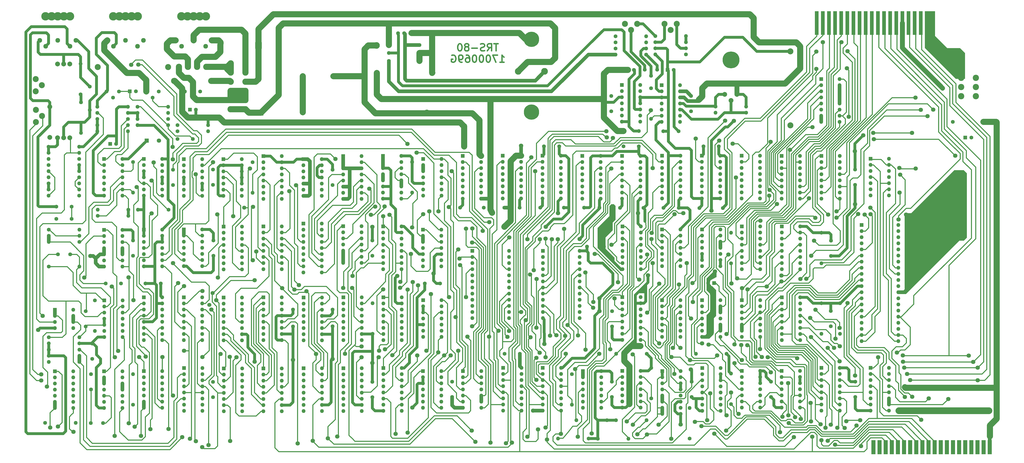
<source format=gbr>
%TF.GenerationSoftware,KiCad,Pcbnew,7.0.7*%
%TF.CreationDate,2023-09-25T12:36:18+01:00*%
%TF.ProjectId,TRS80IUS,54525338-3049-4555-932e-6b696361645f,rev?*%
%TF.SameCoordinates,Original*%
%TF.FileFunction,Copper,L2,Bot*%
%TF.FilePolarity,Positive*%
%FSLAX46Y46*%
G04 Gerber Fmt 4.6, Leading zero omitted, Abs format (unit mm)*
G04 Created by KiCad (PCBNEW 7.0.7) date 2023-09-25 12:36:18*
%MOMM*%
%LPD*%
G01*
G04 APERTURE LIST*
G04 Aperture macros list*
%AMFreePoly0*
4,1,45,1.815063,0.845106,1.830902,0.845106,1.843715,0.835796,1.858779,0.830902,1.868088,0.818088,1.880902,0.808779,1.885796,0.793715,1.895106,0.780902,1.895106,0.765062,1.900000,0.750000,1.900000,-0.750000,1.895106,-0.765062,1.895106,-0.780902,1.885796,-0.793715,1.880902,-0.808779,1.868088,-0.818088,1.858779,-0.830902,1.843715,-0.835796,1.830902,-0.845106,1.815063,-0.845106,
1.800000,-0.850000,-3.880000,-0.850000,-3.895063,-0.845106,-3.910902,-0.845106,-3.923715,-0.835796,-3.938779,-0.830902,-3.948088,-0.818088,-3.960902,-0.808779,-3.965796,-0.793715,-3.975106,-0.780902,-3.975106,-0.765062,-3.980000,-0.750000,-3.980000,0.750000,-3.975106,0.765062,-3.975106,0.780902,-3.965796,0.793715,-3.960902,0.808779,-3.948088,0.818088,-3.938779,0.830902,-3.923715,0.835796,
-3.910902,0.845106,-3.895063,0.845106,-3.880000,0.850000,1.800000,0.850000,1.815063,0.845106,1.815063,0.845106,$1*%
G04 Aperture macros list end*
%ADD10C,0.600000*%
%TA.AperFunction,NonConductor*%
%ADD11C,0.600000*%
%TD*%
%TA.AperFunction,ComponentPad*%
%ADD12C,2.600000*%
%TD*%
%TA.AperFunction,ComponentPad*%
%ADD13C,1.600000*%
%TD*%
%TA.AperFunction,ComponentPad*%
%ADD14R,1.600000X1.600000*%
%TD*%
%TA.AperFunction,ComponentPad*%
%ADD15O,1.600000X1.600000*%
%TD*%
%TA.AperFunction,ComponentPad*%
%ADD16C,2.000000*%
%TD*%
%TA.AperFunction,ComponentPad*%
%ADD17FreePoly0,90.000000*%
%TD*%
%TA.AperFunction,ComponentPad*%
%ADD18C,1.700000*%
%TD*%
%TA.AperFunction,ComponentPad*%
%ADD19C,2.500000*%
%TD*%
%TA.AperFunction,ComponentPad*%
%ADD20C,2.800000*%
%TD*%
%TA.AperFunction,ComponentPad*%
%ADD21C,6.350000*%
%TD*%
%TA.AperFunction,ComponentPad*%
%ADD22C,1.950000*%
%TD*%
%TA.AperFunction,ComponentPad*%
%ADD23C,3.500000*%
%TD*%
%TA.AperFunction,ComponentPad*%
%ADD24C,7.000000*%
%TD*%
%TA.AperFunction,ComponentPad*%
%ADD25R,1.800000X1.800000*%
%TD*%
%TA.AperFunction,ComponentPad*%
%ADD26C,1.800000*%
%TD*%
%TA.AperFunction,ComponentPad*%
%ADD27R,2.800000X2.800000*%
%TD*%
%TA.AperFunction,ComponentPad*%
%ADD28O,2.800000X2.800000*%
%TD*%
%TA.AperFunction,ConnectorPad*%
%ADD29R,1.625600X9.906000*%
%TD*%
%TA.AperFunction,ConnectorPad*%
%ADD30R,4.216400X9.906000*%
%TD*%
%TA.AperFunction,ComponentPad*%
%ADD31R,2.400000X2.400000*%
%TD*%
%TA.AperFunction,ComponentPad*%
%ADD32O,2.400000X2.400000*%
%TD*%
%TA.AperFunction,ViaPad*%
%ADD33C,1.800000*%
%TD*%
%TA.AperFunction,Conductor*%
%ADD34C,1.200000*%
%TD*%
%TA.AperFunction,Conductor*%
%ADD35C,2.500000*%
%TD*%
%TA.AperFunction,Conductor*%
%ADD36C,1.500000*%
%TD*%
%TA.AperFunction,Conductor*%
%ADD37C,0.400000*%
%TD*%
%TA.AperFunction,Conductor*%
%ADD38C,2.000000*%
%TD*%
%TA.AperFunction,Conductor*%
%ADD39C,2.800000*%
%TD*%
G04 APERTURE END LIST*
D10*
D11*
X294759549Y-105341657D02*
X296473835Y-105341657D01*
X295616692Y-105341657D02*
X295616692Y-102341657D01*
X295616692Y-102341657D02*
X295902406Y-102770228D01*
X295902406Y-102770228D02*
X296188121Y-103055942D01*
X296188121Y-103055942D02*
X296473835Y-103198800D01*
X293759549Y-102341657D02*
X291759549Y-102341657D01*
X291759549Y-102341657D02*
X293045263Y-105341657D01*
X290045263Y-102341657D02*
X289759549Y-102341657D01*
X289759549Y-102341657D02*
X289473835Y-102484514D01*
X289473835Y-102484514D02*
X289330978Y-102627371D01*
X289330978Y-102627371D02*
X289188120Y-102913085D01*
X289188120Y-102913085D02*
X289045263Y-103484514D01*
X289045263Y-103484514D02*
X289045263Y-104198800D01*
X289045263Y-104198800D02*
X289188120Y-104770228D01*
X289188120Y-104770228D02*
X289330978Y-105055942D01*
X289330978Y-105055942D02*
X289473835Y-105198800D01*
X289473835Y-105198800D02*
X289759549Y-105341657D01*
X289759549Y-105341657D02*
X290045263Y-105341657D01*
X290045263Y-105341657D02*
X290330978Y-105198800D01*
X290330978Y-105198800D02*
X290473835Y-105055942D01*
X290473835Y-105055942D02*
X290616692Y-104770228D01*
X290616692Y-104770228D02*
X290759549Y-104198800D01*
X290759549Y-104198800D02*
X290759549Y-103484514D01*
X290759549Y-103484514D02*
X290616692Y-102913085D01*
X290616692Y-102913085D02*
X290473835Y-102627371D01*
X290473835Y-102627371D02*
X290330978Y-102484514D01*
X290330978Y-102484514D02*
X290045263Y-102341657D01*
X287188120Y-102341657D02*
X286902406Y-102341657D01*
X286902406Y-102341657D02*
X286616692Y-102484514D01*
X286616692Y-102484514D02*
X286473835Y-102627371D01*
X286473835Y-102627371D02*
X286330977Y-102913085D01*
X286330977Y-102913085D02*
X286188120Y-103484514D01*
X286188120Y-103484514D02*
X286188120Y-104198800D01*
X286188120Y-104198800D02*
X286330977Y-104770228D01*
X286330977Y-104770228D02*
X286473835Y-105055942D01*
X286473835Y-105055942D02*
X286616692Y-105198800D01*
X286616692Y-105198800D02*
X286902406Y-105341657D01*
X286902406Y-105341657D02*
X287188120Y-105341657D01*
X287188120Y-105341657D02*
X287473835Y-105198800D01*
X287473835Y-105198800D02*
X287616692Y-105055942D01*
X287616692Y-105055942D02*
X287759549Y-104770228D01*
X287759549Y-104770228D02*
X287902406Y-104198800D01*
X287902406Y-104198800D02*
X287902406Y-103484514D01*
X287902406Y-103484514D02*
X287759549Y-102913085D01*
X287759549Y-102913085D02*
X287616692Y-102627371D01*
X287616692Y-102627371D02*
X287473835Y-102484514D01*
X287473835Y-102484514D02*
X287188120Y-102341657D01*
X284330977Y-102341657D02*
X284045263Y-102341657D01*
X284045263Y-102341657D02*
X283759549Y-102484514D01*
X283759549Y-102484514D02*
X283616692Y-102627371D01*
X283616692Y-102627371D02*
X283473834Y-102913085D01*
X283473834Y-102913085D02*
X283330977Y-103484514D01*
X283330977Y-103484514D02*
X283330977Y-104198800D01*
X283330977Y-104198800D02*
X283473834Y-104770228D01*
X283473834Y-104770228D02*
X283616692Y-105055942D01*
X283616692Y-105055942D02*
X283759549Y-105198800D01*
X283759549Y-105198800D02*
X284045263Y-105341657D01*
X284045263Y-105341657D02*
X284330977Y-105341657D01*
X284330977Y-105341657D02*
X284616692Y-105198800D01*
X284616692Y-105198800D02*
X284759549Y-105055942D01*
X284759549Y-105055942D02*
X284902406Y-104770228D01*
X284902406Y-104770228D02*
X285045263Y-104198800D01*
X285045263Y-104198800D02*
X285045263Y-103484514D01*
X285045263Y-103484514D02*
X284902406Y-102913085D01*
X284902406Y-102913085D02*
X284759549Y-102627371D01*
X284759549Y-102627371D02*
X284616692Y-102484514D01*
X284616692Y-102484514D02*
X284330977Y-102341657D01*
X280759549Y-102341657D02*
X281330977Y-102341657D01*
X281330977Y-102341657D02*
X281616691Y-102484514D01*
X281616691Y-102484514D02*
X281759549Y-102627371D01*
X281759549Y-102627371D02*
X282045263Y-103055942D01*
X282045263Y-103055942D02*
X282188120Y-103627371D01*
X282188120Y-103627371D02*
X282188120Y-104770228D01*
X282188120Y-104770228D02*
X282045263Y-105055942D01*
X282045263Y-105055942D02*
X281902406Y-105198800D01*
X281902406Y-105198800D02*
X281616691Y-105341657D01*
X281616691Y-105341657D02*
X281045263Y-105341657D01*
X281045263Y-105341657D02*
X280759549Y-105198800D01*
X280759549Y-105198800D02*
X280616691Y-105055942D01*
X280616691Y-105055942D02*
X280473834Y-104770228D01*
X280473834Y-104770228D02*
X280473834Y-104055942D01*
X280473834Y-104055942D02*
X280616691Y-103770228D01*
X280616691Y-103770228D02*
X280759549Y-103627371D01*
X280759549Y-103627371D02*
X281045263Y-103484514D01*
X281045263Y-103484514D02*
X281616691Y-103484514D01*
X281616691Y-103484514D02*
X281902406Y-103627371D01*
X281902406Y-103627371D02*
X282045263Y-103770228D01*
X282045263Y-103770228D02*
X282188120Y-104055942D01*
X279045263Y-105341657D02*
X278473834Y-105341657D01*
X278473834Y-105341657D02*
X278188120Y-105198800D01*
X278188120Y-105198800D02*
X278045263Y-105055942D01*
X278045263Y-105055942D02*
X277759548Y-104627371D01*
X277759548Y-104627371D02*
X277616691Y-104055942D01*
X277616691Y-104055942D02*
X277616691Y-102913085D01*
X277616691Y-102913085D02*
X277759548Y-102627371D01*
X277759548Y-102627371D02*
X277902406Y-102484514D01*
X277902406Y-102484514D02*
X278188120Y-102341657D01*
X278188120Y-102341657D02*
X278759548Y-102341657D01*
X278759548Y-102341657D02*
X279045263Y-102484514D01*
X279045263Y-102484514D02*
X279188120Y-102627371D01*
X279188120Y-102627371D02*
X279330977Y-102913085D01*
X279330977Y-102913085D02*
X279330977Y-103627371D01*
X279330977Y-103627371D02*
X279188120Y-103913085D01*
X279188120Y-103913085D02*
X279045263Y-104055942D01*
X279045263Y-104055942D02*
X278759548Y-104198800D01*
X278759548Y-104198800D02*
X278188120Y-104198800D01*
X278188120Y-104198800D02*
X277902406Y-104055942D01*
X277902406Y-104055942D02*
X277759548Y-103913085D01*
X277759548Y-103913085D02*
X277616691Y-103627371D01*
X274759548Y-102484514D02*
X275045263Y-102341657D01*
X275045263Y-102341657D02*
X275473834Y-102341657D01*
X275473834Y-102341657D02*
X275902405Y-102484514D01*
X275902405Y-102484514D02*
X276188120Y-102770228D01*
X276188120Y-102770228D02*
X276330977Y-103055942D01*
X276330977Y-103055942D02*
X276473834Y-103627371D01*
X276473834Y-103627371D02*
X276473834Y-104055942D01*
X276473834Y-104055942D02*
X276330977Y-104627371D01*
X276330977Y-104627371D02*
X276188120Y-104913085D01*
X276188120Y-104913085D02*
X275902405Y-105198800D01*
X275902405Y-105198800D02*
X275473834Y-105341657D01*
X275473834Y-105341657D02*
X275188120Y-105341657D01*
X275188120Y-105341657D02*
X274759548Y-105198800D01*
X274759548Y-105198800D02*
X274616691Y-105055942D01*
X274616691Y-105055942D02*
X274616691Y-104055942D01*
X274616691Y-104055942D02*
X275188120Y-104055942D01*
D10*
D11*
X293969549Y-97621657D02*
X292255264Y-97621657D01*
X293112406Y-100621657D02*
X293112406Y-97621657D01*
X289540978Y-100621657D02*
X290540978Y-99193085D01*
X291255264Y-100621657D02*
X291255264Y-97621657D01*
X291255264Y-97621657D02*
X290112407Y-97621657D01*
X290112407Y-97621657D02*
X289826692Y-97764514D01*
X289826692Y-97764514D02*
X289683835Y-97907371D01*
X289683835Y-97907371D02*
X289540978Y-98193085D01*
X289540978Y-98193085D02*
X289540978Y-98621657D01*
X289540978Y-98621657D02*
X289683835Y-98907371D01*
X289683835Y-98907371D02*
X289826692Y-99050228D01*
X289826692Y-99050228D02*
X290112407Y-99193085D01*
X290112407Y-99193085D02*
X291255264Y-99193085D01*
X288398121Y-100478800D02*
X287969550Y-100621657D01*
X287969550Y-100621657D02*
X287255264Y-100621657D01*
X287255264Y-100621657D02*
X286969550Y-100478800D01*
X286969550Y-100478800D02*
X286826692Y-100335942D01*
X286826692Y-100335942D02*
X286683835Y-100050228D01*
X286683835Y-100050228D02*
X286683835Y-99764514D01*
X286683835Y-99764514D02*
X286826692Y-99478800D01*
X286826692Y-99478800D02*
X286969550Y-99335942D01*
X286969550Y-99335942D02*
X287255264Y-99193085D01*
X287255264Y-99193085D02*
X287826692Y-99050228D01*
X287826692Y-99050228D02*
X288112407Y-98907371D01*
X288112407Y-98907371D02*
X288255264Y-98764514D01*
X288255264Y-98764514D02*
X288398121Y-98478800D01*
X288398121Y-98478800D02*
X288398121Y-98193085D01*
X288398121Y-98193085D02*
X288255264Y-97907371D01*
X288255264Y-97907371D02*
X288112407Y-97764514D01*
X288112407Y-97764514D02*
X287826692Y-97621657D01*
X287826692Y-97621657D02*
X287112407Y-97621657D01*
X287112407Y-97621657D02*
X286683835Y-97764514D01*
X285398121Y-99478800D02*
X283112407Y-99478800D01*
X281255263Y-98907371D02*
X281540978Y-98764514D01*
X281540978Y-98764514D02*
X281683835Y-98621657D01*
X281683835Y-98621657D02*
X281826692Y-98335942D01*
X281826692Y-98335942D02*
X281826692Y-98193085D01*
X281826692Y-98193085D02*
X281683835Y-97907371D01*
X281683835Y-97907371D02*
X281540978Y-97764514D01*
X281540978Y-97764514D02*
X281255263Y-97621657D01*
X281255263Y-97621657D02*
X280683835Y-97621657D01*
X280683835Y-97621657D02*
X280398121Y-97764514D01*
X280398121Y-97764514D02*
X280255263Y-97907371D01*
X280255263Y-97907371D02*
X280112406Y-98193085D01*
X280112406Y-98193085D02*
X280112406Y-98335942D01*
X280112406Y-98335942D02*
X280255263Y-98621657D01*
X280255263Y-98621657D02*
X280398121Y-98764514D01*
X280398121Y-98764514D02*
X280683835Y-98907371D01*
X280683835Y-98907371D02*
X281255263Y-98907371D01*
X281255263Y-98907371D02*
X281540978Y-99050228D01*
X281540978Y-99050228D02*
X281683835Y-99193085D01*
X281683835Y-99193085D02*
X281826692Y-99478800D01*
X281826692Y-99478800D02*
X281826692Y-100050228D01*
X281826692Y-100050228D02*
X281683835Y-100335942D01*
X281683835Y-100335942D02*
X281540978Y-100478800D01*
X281540978Y-100478800D02*
X281255263Y-100621657D01*
X281255263Y-100621657D02*
X280683835Y-100621657D01*
X280683835Y-100621657D02*
X280398121Y-100478800D01*
X280398121Y-100478800D02*
X280255263Y-100335942D01*
X280255263Y-100335942D02*
X280112406Y-100050228D01*
X280112406Y-100050228D02*
X280112406Y-99478800D01*
X280112406Y-99478800D02*
X280255263Y-99193085D01*
X280255263Y-99193085D02*
X280398121Y-99050228D01*
X280398121Y-99050228D02*
X280683835Y-98907371D01*
X278255263Y-97621657D02*
X277969549Y-97621657D01*
X277969549Y-97621657D02*
X277683835Y-97764514D01*
X277683835Y-97764514D02*
X277540978Y-97907371D01*
X277540978Y-97907371D02*
X277398120Y-98193085D01*
X277398120Y-98193085D02*
X277255263Y-98764514D01*
X277255263Y-98764514D02*
X277255263Y-99478800D01*
X277255263Y-99478800D02*
X277398120Y-100050228D01*
X277398120Y-100050228D02*
X277540978Y-100335942D01*
X277540978Y-100335942D02*
X277683835Y-100478800D01*
X277683835Y-100478800D02*
X277969549Y-100621657D01*
X277969549Y-100621657D02*
X278255263Y-100621657D01*
X278255263Y-100621657D02*
X278540978Y-100478800D01*
X278540978Y-100478800D02*
X278683835Y-100335942D01*
X278683835Y-100335942D02*
X278826692Y-100050228D01*
X278826692Y-100050228D02*
X278969549Y-99478800D01*
X278969549Y-99478800D02*
X278969549Y-98764514D01*
X278969549Y-98764514D02*
X278826692Y-98193085D01*
X278826692Y-98193085D02*
X278683835Y-97907371D01*
X278683835Y-97907371D02*
X278540978Y-97764514D01*
X278540978Y-97764514D02*
X278255263Y-97621657D01*
D12*
%TO.P,S2,1,A*%
%TO.N,GND*%
X486185000Y-111875000D03*
X486185000Y-115685000D03*
%TO.P,S2,2,B*%
%TO.N,Net-(S2-B)*%
X486185000Y-119495000D03*
%TO.P,S2,3,U*%
%TO.N,unconnected-(S2-U-Pad3)*%
X492295000Y-119495000D03*
%TO.P,S2,4,U*%
%TO.N,unconnected-(S2-U-Pad4)*%
X492295000Y-115685000D03*
%TO.P,S2,5,U*%
%TO.N,unconnected-(S2-U-Pad5)*%
X492295000Y-111875000D03*
%TD*%
D13*
%TO.P,C49,1*%
%TO.N,GND*%
X296690000Y-226520000D03*
%TO.P,C49,2*%
%TO.N,+5V*%
X303040000Y-226520000D03*
%TD*%
D14*
%TO.P,Z51,1,S*%
%TO.N,MUX*%
X345550000Y-202940000D03*
D15*
%TO.P,Z51,2,I0a*%
%TO.N,/CPU/A4*%
X345550000Y-205480000D03*
%TO.P,Z51,3,I1a*%
%TO.N,/CPU/A10*%
X345550000Y-208020000D03*
%TO.P,Z51,4,Za*%
%TO.N,/MEMORY/SMA4*%
X345550000Y-210560000D03*
%TO.P,Z51,5,I0b*%
%TO.N,/CPU/A5*%
X345550000Y-213100000D03*
%TO.P,Z51,6,I1b*%
%TO.N,/CPU/A11*%
X345550000Y-215640000D03*
%TO.P,Z51,7,Zb*%
%TO.N,/MEMORY/SMA5*%
X345550000Y-218180000D03*
%TO.P,Z51,8,GND*%
%TO.N,GND*%
X345550000Y-220720000D03*
%TO.P,Z51,9,Zc*%
%TO.N,Net-(Z51-Zc)*%
X353170000Y-220720000D03*
%TO.P,Z51,10,I1c*%
%TO.N,/CPU/A12*%
X353170000Y-218180000D03*
%TO.P,Z51,11,I0c*%
%TO.N,/CPU/A6*%
X353170000Y-215640000D03*
%TO.P,Z51,12,Zd*%
%TO.N,unconnected-(Z51-Zd-Pad12)*%
X353170000Y-213100000D03*
%TO.P,Z51,13,I1d*%
%TO.N,unconnected-(Z51-I1d-Pad13)*%
X353170000Y-210560000D03*
%TO.P,Z51,14,I0d*%
%TO.N,unconnected-(Z51-I0d-Pad14)*%
X353170000Y-208020000D03*
%TO.P,Z51,15,E*%
%TO.N,GND*%
X353170000Y-205480000D03*
%TO.P,Z51,16,VCC*%
%TO.N,+5V*%
X353170000Y-202940000D03*
%TD*%
D13*
%TO.P,C3,1*%
%TO.N,GND*%
X170400000Y-117523270D03*
%TO.P,C3,2*%
%TO.N,-5V*%
X164050000Y-117523270D03*
%TD*%
D14*
%TO.P,Z25,1*%
%TO.N,GND*%
X147000000Y-174955000D03*
D15*
%TO.P,Z25,2*%
X147000000Y-177495000D03*
%TO.P,Z25,3*%
%TO.N,unconnected-(Z25-Pad3)*%
X147000000Y-180035000D03*
%TO.P,Z25,4*%
%TO.N,IN*%
X147000000Y-182575000D03*
%TO.P,Z25,5*%
%TO.N,Net-(Z25-Pad10)*%
X147000000Y-185115000D03*
%TO.P,Z25,6*%
%TO.N,INSIG*%
X147000000Y-187655000D03*
%TO.P,Z25,7,GND*%
%TO.N,GND*%
X147000000Y-190195000D03*
%TO.P,Z25,8*%
%TO.N,OUTSIG*%
X154620000Y-190195000D03*
%TO.P,Z25,9*%
%TO.N,OUT*%
X154620000Y-187655000D03*
%TO.P,Z25,10*%
%TO.N,Net-(Z25-Pad10)*%
X154620000Y-185115000D03*
%TO.P,Z25,11*%
%TO.N,unconnected-(Z25-Pad11)*%
X154620000Y-182575000D03*
%TO.P,Z25,12*%
%TO.N,GND*%
X154620000Y-180035000D03*
%TO.P,Z25,13*%
X154620000Y-177495000D03*
%TO.P,Z25,14,VCC*%
%TO.N,+5V*%
X154620000Y-174955000D03*
%TD*%
D13*
%TO.P,C36,1*%
%TO.N,GND*%
X175906730Y-185790000D03*
%TO.P,C36,2*%
%TO.N,+5V*%
X175906730Y-179440000D03*
%TD*%
D14*
%TO.P,Z67,1,OEa*%
%TO.N,MEM*%
X296080000Y-232355000D03*
D15*
%TO.P,Z67,2,I1*%
%TO.N,/MEMORY/MD5*%
X296080000Y-234895000D03*
%TO.P,Z67,3,O1a*%
%TO.N,/CPU/D5*%
X296080000Y-237435000D03*
%TO.P,Z67,4,I2*%
%TO.N,/MEMORY/MD6*%
X296080000Y-239975000D03*
%TO.P,Z67,5,O2a*%
%TO.N,/CPU/D6*%
X296080000Y-242515000D03*
%TO.P,Z67,6,I3*%
%TO.N,/MEMORY/MD7*%
X296080000Y-245055000D03*
%TO.P,Z67,7,O3a*%
%TO.N,/CPU/D7*%
X296080000Y-247595000D03*
%TO.P,Z67,8,GND*%
%TO.N,GND*%
X296080000Y-250135000D03*
%TO.P,Z67,9,O4a*%
%TO.N,/CPU/D4*%
X303700000Y-250135000D03*
%TO.P,Z67,10,I4*%
%TO.N,/MEMORY/MD4*%
X303700000Y-247595000D03*
%TO.P,Z67,11,O5b*%
%TO.N,unconnected-(Z67-O5b-Pad11)*%
X303700000Y-245055000D03*
%TO.P,Z67,12,I5*%
%TO.N,GND*%
X303700000Y-242515000D03*
%TO.P,Z67,13,O6b*%
%TO.N,MCAS*%
X303700000Y-239975000D03*
%TO.P,Z67,14,I6*%
%TO.N,CAS*%
X303700000Y-237435000D03*
%TO.P,Z67,15,OEb*%
%TO.N,Net-(Z67-OEb)*%
X303700000Y-234895000D03*
%TO.P,Z67,16,VCC*%
%TO.N,+5V*%
X303700000Y-232355000D03*
%TD*%
D14*
%TO.P,Z19,1,Pin_1*%
%TO.N,-5V*%
X378610000Y-144210000D03*
D15*
%TO.P,Z19,2,Pin_2*%
%TO.N,/CPU/D3*%
X378610000Y-146750000D03*
%TO.P,Z19,3,Pin_3*%
%TO.N,WR*%
X378610000Y-149290000D03*
%TO.P,Z19,4,Pin_4*%
%TO.N,MRAS*%
X378610000Y-151830000D03*
%TO.P,Z19,5,Pin_5*%
%TO.N,/MEMORY/SMA0*%
X378610000Y-154370000D03*
%TO.P,Z19,6,Pin_6*%
%TO.N,/MEMORY/SMA2*%
X378610000Y-156910000D03*
%TO.P,Z19,7,Pin_7*%
%TO.N,/MEMORY/SMA1*%
X378610000Y-159450000D03*
%TO.P,Z19,8,Pin_8*%
%TO.N,+12V*%
X378610000Y-161990000D03*
%TO.P,Z19,9,Pin_9*%
%TO.N,+5V*%
X386230000Y-161990000D03*
%TO.P,Z19,10,Pin_10*%
%TO.N,/MEMORY/SMA5*%
X386230000Y-159450000D03*
%TO.P,Z19,11,Pin_11*%
%TO.N,/MEMORY/SMA4*%
X386230000Y-156910000D03*
%TO.P,Z19,12,Pin_12*%
%TO.N,/MEMORY/SMA3*%
X386230000Y-154370000D03*
%TO.P,Z19,13,Pin_13*%
%TO.N,/MEMORY/SMA6*%
X386230000Y-151830000D03*
%TO.P,Z19,14,Pin_14*%
%TO.N,/MEMORY/MD3*%
X386230000Y-149290000D03*
%TO.P,Z19,15,Pin_15*%
%TO.N,MCAS*%
X386230000Y-146750000D03*
%TO.P,Z19,16,Pin_16*%
%TO.N,GND*%
X386230000Y-144210000D03*
%TD*%
D13*
%TO.P,C34,1*%
%TO.N,GND*%
X387306635Y-165913270D03*
%TO.P,C34,2*%
%TO.N,+12V*%
X377526635Y-165913270D03*
%TD*%
%TO.P,C30,1*%
%TO.N,GND*%
X321316635Y-165813270D03*
%TO.P,C30,2*%
%TO.N,+12V*%
X311536635Y-165813270D03*
%TD*%
%TO.P,C28,1*%
%TO.N,GND*%
X288026635Y-165823270D03*
%TO.P,C28,2*%
%TO.N,+12V*%
X278246635Y-165823270D03*
%TD*%
D14*
%TO.P,Z6,1*%
%TO.N,Net-(Z6-Pad1)*%
X163580000Y-145610000D03*
D15*
%TO.P,Z6,2*%
%TO.N,Net-(R20-Pad1)*%
X163580000Y-148150000D03*
%TO.P,Z6,3*%
%TO.N,Net-(C20-Pad1)*%
X163580000Y-150690000D03*
%TO.P,Z6,4*%
%TO.N,Net-(Z6-Pad4)*%
X163580000Y-153230000D03*
%TO.P,Z6,5*%
X163580000Y-155770000D03*
%TO.P,Z6,6*%
%TO.N,Net-(C20-Pad2)*%
X163580000Y-158310000D03*
%TO.P,Z6,7,GND*%
%TO.N,GND*%
X163580000Y-160850000D03*
%TO.P,Z6,8*%
%TO.N,Net-(Z5-Pad13)*%
X171200000Y-160850000D03*
%TO.P,Z6,9*%
%TO.N,Net-(Z6-Pad10)*%
X171200000Y-158310000D03*
%TO.P,Z6,10*%
X171200000Y-155770000D03*
%TO.P,Z6,11*%
%TO.N,Net-(C21-Pad2)*%
X171200000Y-153230000D03*
%TO.P,Z6,12*%
%TO.N,Net-(Z6-Pad1)*%
X171200000Y-150690000D03*
%TO.P,Z6,13*%
%TO.N,HDRV*%
X171200000Y-148150000D03*
%TO.P,Z6,14,VCC*%
%TO.N,+5V*%
X171200000Y-145610000D03*
%TD*%
D14*
%TO.P,Z16,1,Pin_1*%
%TO.N,-5V*%
X328990000Y-144250000D03*
D15*
%TO.P,Z16,2,Pin_2*%
%TO.N,/CPU/D1*%
X328990000Y-146790000D03*
%TO.P,Z16,3,Pin_3*%
%TO.N,WR*%
X328990000Y-149330000D03*
%TO.P,Z16,4,Pin_4*%
%TO.N,MRAS*%
X328990000Y-151870000D03*
%TO.P,Z16,5,Pin_5*%
%TO.N,/MEMORY/SMA0*%
X328990000Y-154410000D03*
%TO.P,Z16,6,Pin_6*%
%TO.N,/MEMORY/SMA2*%
X328990000Y-156950000D03*
%TO.P,Z16,7,Pin_7*%
%TO.N,/MEMORY/SMA1*%
X328990000Y-159490000D03*
%TO.P,Z16,8,Pin_8*%
%TO.N,+12V*%
X328990000Y-162030000D03*
%TO.P,Z16,9,Pin_9*%
%TO.N,+5V*%
X336610000Y-162030000D03*
%TO.P,Z16,10,Pin_10*%
%TO.N,/MEMORY/SMA5*%
X336610000Y-159490000D03*
%TO.P,Z16,11,Pin_11*%
%TO.N,/MEMORY/SMA4*%
X336610000Y-156950000D03*
%TO.P,Z16,12,Pin_12*%
%TO.N,/MEMORY/SMA3*%
X336610000Y-154410000D03*
%TO.P,Z16,13,Pin_13*%
%TO.N,/MEMORY/SMA6*%
X336610000Y-151870000D03*
%TO.P,Z16,14,Pin_14*%
%TO.N,/MEMORY/MD1*%
X336610000Y-149330000D03*
%TO.P,Z16,15,Pin_15*%
%TO.N,MCAS*%
X336610000Y-146790000D03*
%TO.P,Z16,16,Pin_16*%
%TO.N,GND*%
X336610000Y-144250000D03*
%TD*%
D14*
%TO.P,Z62,1,A6*%
%TO.N,/VIDEO RAM/V6*%
X213320000Y-232460000D03*
D15*
%TO.P,Z62,2,A5*%
%TO.N,/VIDEO RAM/V5*%
X213320000Y-235000000D03*
%TO.P,Z62,3,R/~{W}*%
%TO.N,VWR*%
X213320000Y-237540000D03*
%TO.P,Z62,4,A1*%
%TO.N,/VIDEO RAM/V1*%
X213320000Y-240080000D03*
%TO.P,Z62,5,A2*%
%TO.N,/VIDEO RAM/V2*%
X213320000Y-242620000D03*
%TO.P,Z62,6,A3*%
%TO.N,/VIDEO RAM/V3*%
X213320000Y-245160000D03*
%TO.P,Z62,7,A4*%
%TO.N,/VIDEO RAM/V4*%
X213320000Y-247700000D03*
%TO.P,Z62,8,A0*%
%TO.N,/VIDEO RAM/V0*%
X213320000Y-250240000D03*
%TO.P,Z62,9,GND*%
%TO.N,GND*%
X220940000Y-250240000D03*
%TO.P,Z62,10,VCC*%
%TO.N,+5V*%
X220940000Y-247700000D03*
%TO.P,Z62,11,DATA_IN*%
%TO.N,/CPU/D5*%
X220940000Y-245160000D03*
%TO.P,Z62,12,DATA_OUT*%
%TO.N,/VIDEO RAM/BIT5*%
X220940000Y-242620000D03*
%TO.P,Z62,13,~{CE}*%
%TO.N,GND*%
X220940000Y-240080000D03*
%TO.P,Z62,14,A9*%
%TO.N,/VIDEO RAM/V9*%
X220940000Y-237540000D03*
%TO.P,Z62,15,A8*%
%TO.N,/VIDEO RAM/V8*%
X220940000Y-235000000D03*
%TO.P,Z62,16,A7*%
%TO.N,/VIDEO RAM/V7*%
X220940000Y-232460000D03*
%TD*%
D13*
%TO.P,R43,1*%
%TO.N,Net-(C21-Pad2)*%
X157220000Y-166630000D03*
D15*
%TO.P,R43,2*%
%TO.N,GND*%
X144520000Y-166630000D03*
%TD*%
D16*
%TO.P,K1,1*%
%TO.N,RELAYB*%
X113700000Y-136750000D03*
%TO.P,K1,2*%
%TO.N,Z41_3*%
X116240000Y-136750000D03*
%TO.P,K1,3*%
%TO.N,RELAYA*%
X113700000Y-106060000D03*
%TO.P,K1,4*%
%TO.N,unconnected-(K1-Pad4)*%
X111160000Y-106060000D03*
%TO.P,K1,5*%
%TO.N,+5V*%
X111160000Y-136750000D03*
%TO.P,K1,6*%
%TO.N,unconnected-(K1-Pad6)*%
X116240000Y-106060000D03*
%TD*%
D17*
%TO.P,CN3,1,Pin_1*%
%TO.N,+5V*%
X498070000Y-264270000D03*
%TO.P,CN3,2,Pin_2*%
%TO.N,/CPU/A4*%
X495530000Y-264270000D03*
%TO.P,CN3,3,Pin_3*%
%TO.N,/CPU/A5*%
X492990000Y-264270000D03*
%TO.P,CN3,4,Pin_4*%
%TO.N,/CPU/A1*%
X490450000Y-264270000D03*
%TO.P,CN3,5,Pin_5*%
%TO.N,/CPU/A0*%
X487910000Y-264270000D03*
%TO.P,CN3,6,Pin_6*%
%TO.N,/CPU/A2*%
X485370000Y-264270000D03*
%TO.P,CN3,7,Pin_7*%
%TO.N,/CPU/A6*%
X482830000Y-264270000D03*
%TO.P,CN3,8,Pin_8*%
%TO.N,/CPU/A7*%
X480290000Y-264270000D03*
%TO.P,CN3,9,Pin_9*%
%TO.N,/CPU/A3*%
X477750000Y-264270000D03*
%TO.P,CN3,10,Pin_10*%
%TO.N,/CPU/D2*%
X475210000Y-264270000D03*
%TO.P,CN3,11,Pin_11*%
%TO.N,/CPU/D0*%
X472670000Y-264270000D03*
%TO.P,CN3,12,Pin_12*%
%TO.N,/CPU/D5*%
X470130000Y-264270000D03*
%TO.P,CN3,13,Pin_13*%
%TO.N,/CPU/D3*%
X467590000Y-264270000D03*
%TO.P,CN3,14,Pin_14*%
%TO.N,KYBD*%
X465050000Y-264270000D03*
%TO.P,CN3,15,Pin_15*%
%TO.N,/CPU/D6*%
X462510000Y-264270000D03*
%TO.P,CN3,16,Pin_16*%
%TO.N,/CPU/D1*%
X459970000Y-264270000D03*
%TO.P,CN3,17,Pin_17*%
%TO.N,/CPU/D7*%
X457430000Y-264270000D03*
%TO.P,CN3,18,Pin_18*%
%TO.N,/CPU/D4*%
X454890000Y-264270000D03*
%TO.P,CN3,19,Pin_19*%
%TO.N,GND*%
X452350000Y-264270000D03*
%TO.P,CN3,20,Pin_20*%
%TO.N,unconnected-(CN3-Pin_20-Pad20)*%
X449810000Y-264270000D03*
%TD*%
D13*
%TO.P,R35,1*%
%TO.N,Z252IN-*%
X120160000Y-150660000D03*
D15*
%TO.P,R35,2*%
%TO.N,Z251OUT*%
X107460000Y-150660000D03*
%TD*%
D13*
%TO.P,R45,1*%
%TO.N,Z254IN-*%
X120220000Y-180030000D03*
D15*
%TO.P,R45,2*%
%TO.N,Net-(CR7-K)*%
X107520000Y-180030000D03*
%TD*%
D14*
%TO.P,C42,1*%
%TO.N,Net-(C42-Pad1)*%
X383660000Y-197090000D03*
D13*
%TO.P,C42,2*%
%TO.N,GND*%
X381160000Y-197090000D03*
%TD*%
D14*
%TO.P,Z73,1*%
%TO.N,!IORQ*%
X395180000Y-233570000D03*
D15*
%TO.P,Z73,2*%
%TO.N,!M1*%
X395180000Y-236110000D03*
%TO.P,Z73,3*%
%TO.N,INTAK*%
X395180000Y-238650000D03*
%TO.P,Z73,4*%
%TO.N,/CPU/A15*%
X395180000Y-241190000D03*
%TO.P,Z73,5*%
%TO.N,RAS*%
X395180000Y-243730000D03*
%TO.P,Z73,6*%
%TO.N,Net-(Z21-Ea2)*%
X395180000Y-246270000D03*
%TO.P,Z73,7,GND*%
%TO.N,GND*%
X395180000Y-248810000D03*
%TO.P,Z73,8*%
%TO.N,Net-(Z73-Pad8)*%
X402800000Y-248810000D03*
%TO.P,Z73,9*%
%TO.N,Net-(Z73-Pad9)*%
X402800000Y-246270000D03*
%TO.P,Z73,10*%
%TO.N,Net-(Z73-Pad10)*%
X402800000Y-243730000D03*
%TO.P,Z73,11*%
%TO.N,unconnected-(Z73-Pad11)*%
X402800000Y-241190000D03*
%TO.P,Z73,12*%
%TO.N,+5V*%
X402800000Y-238650000D03*
%TO.P,Z73,13*%
X402800000Y-236110000D03*
%TO.P,Z73,14,VCC*%
X402800000Y-233570000D03*
%TD*%
D13*
%TO.P,C12,1*%
%TO.N,Net-(Z1--)*%
X340963270Y-119380000D03*
%TO.P,C12,2*%
%TO.N,Net-(Z1-FC)*%
X340963270Y-125730000D03*
%TD*%
D14*
%TO.P,Z33,1,Pin_1*%
%TO.N,/CPU/A7*%
X283345000Y-183755000D03*
D15*
%TO.P,Z33,2,Pin_2*%
%TO.N,/CPU/A6*%
X283345000Y-186295000D03*
%TO.P,Z33,3,Pin_3*%
%TO.N,/CPU/A5*%
X283345000Y-188835000D03*
%TO.P,Z33,4,Pin_4*%
%TO.N,/CPU/A4*%
X283345000Y-191375000D03*
%TO.P,Z33,5,Pin_5*%
%TO.N,/CPU/A3*%
X283345000Y-193915000D03*
%TO.P,Z33,6,Pin_6*%
%TO.N,/CPU/A2*%
X283345000Y-196455000D03*
%TO.P,Z33,7,Pin_7*%
%TO.N,/CPU/A1*%
X283345000Y-198995000D03*
%TO.P,Z33,8,Pin_8*%
%TO.N,/CPU/A0*%
X283345000Y-201535000D03*
%TO.P,Z33,9,Pin_9*%
%TO.N,/MEMORY/MD0*%
X283345000Y-204075000D03*
%TO.P,Z33,10,Pin_10*%
%TO.N,/MEMORY/MD1*%
X283345000Y-206615000D03*
%TO.P,Z33,11,Pin_11*%
%TO.N,/MEMORY/MD2*%
X283345000Y-209155000D03*
%TO.P,Z33,12,Pin_12*%
%TO.N,GND*%
X283345000Y-211695000D03*
%TO.P,Z33,13,Pin_13*%
%TO.N,/MEMORY/MD3*%
X298585000Y-211695000D03*
%TO.P,Z33,14,Pin_14*%
%TO.N,/MEMORY/MD4*%
X298585000Y-209155000D03*
%TO.P,Z33,15,Pin_15*%
%TO.N,/MEMORY/MD5*%
X298585000Y-206615000D03*
%TO.P,Z33,16,Pin_16*%
%TO.N,/MEMORY/MD6*%
X298585000Y-204075000D03*
%TO.P,Z33,17,Pin_17*%
%TO.N,/MEMORY/MD7*%
X298585000Y-201535000D03*
%TO.P,Z33,18,Pin_18*%
%TO.N,/CPU/A11*%
X298585000Y-198995000D03*
%TO.P,Z33,19,Pin_19*%
%TO.N,/CPU/A10*%
X298585000Y-196455000D03*
%TO.P,Z33,20,Pin_20*%
%TO.N,ROMA*%
X298585000Y-193915000D03*
%TO.P,Z33,21,Pin_21*%
%TO.N,/CPU/A12*%
X298585000Y-191375000D03*
%TO.P,Z33,22,Pin_22*%
%TO.N,/CPU/A9*%
X298585000Y-188835000D03*
%TO.P,Z33,23,Pin_23*%
%TO.N,/CPU/A8*%
X298585000Y-186295000D03*
%TO.P,Z33,24,Pin_24*%
%TO.N,+5V*%
X298585000Y-183755000D03*
%TD*%
D13*
%TO.P,C7,1*%
%TO.N,Net-(Q1-C)*%
X167320000Y-137233270D03*
%TO.P,C7,2*%
%TO.N,GND*%
X160970000Y-137233270D03*
%TD*%
D14*
%TO.P,Z31,1,S*%
%TO.N,VID*%
X246340000Y-173580000D03*
D15*
%TO.P,Z31,2,I0a*%
%TO.N,/CPU/A8*%
X246340000Y-176120000D03*
%TO.P,Z31,3,I1a*%
%TO.N,R4*%
X246340000Y-178660000D03*
%TO.P,Z31,4,Za*%
%TO.N,/VIDEO RAM/V8*%
X246340000Y-181200000D03*
%TO.P,Z31,5,I0b*%
%TO.N,/CPU/A9*%
X246340000Y-183740000D03*
%TO.P,Z31,6,I1b*%
%TO.N,R8*%
X246340000Y-186280000D03*
%TO.P,Z31,7,Zb*%
%TO.N,/VIDEO RAM/V9*%
X246340000Y-188820000D03*
%TO.P,Z31,8,GND*%
%TO.N,GND*%
X246340000Y-191360000D03*
%TO.P,Z31,9,Zc*%
%TO.N,/VIDEO RAM/V6*%
X253960000Y-191360000D03*
%TO.P,Z31,10,I1c*%
%TO.N,R1*%
X253960000Y-188820000D03*
%TO.P,Z31,11,I0c*%
%TO.N,/CPU/A6*%
X253960000Y-186280000D03*
%TO.P,Z31,12,Zd*%
%TO.N,/VIDEO RAM/V7*%
X253960000Y-183740000D03*
%TO.P,Z31,13,I1d*%
%TO.N,R2*%
X253960000Y-181200000D03*
%TO.P,Z31,14,I0d*%
%TO.N,/CPU/A7*%
X253960000Y-178660000D03*
%TO.P,Z31,15,E*%
%TO.N,GND*%
X253960000Y-176120000D03*
%TO.P,Z31,16,VCC*%
%TO.N,+5V*%
X253960000Y-173580000D03*
%TD*%
D13*
%TO.P,C41,1*%
%TO.N,GND*%
X269940000Y-197263270D03*
%TO.P,C41,2*%
%TO.N,+5V*%
X263590000Y-197263270D03*
%TD*%
D18*
%TO.P,J61,1,Pin_1*%
%TO.N,L8*%
X188700000Y-165825000D03*
%TD*%
D13*
%TO.P,Q1,1,E*%
%TO.N,Net-(Q1-E)*%
X131552275Y-117502275D03*
%TO.P,Q1,2,C*%
%TO.N,Net-(Q1-C)*%
X136702275Y-117502275D03*
%TO.P,Q1,3,B*%
%TO.N,Net-(Q1-B)*%
X134232275Y-120042275D03*
%TD*%
%TO.P,R41,1*%
%TO.N,Z253IN-*%
X140610000Y-166590000D03*
D15*
%TO.P,R41,2*%
%TO.N,Net-(CR4-K)*%
X127910000Y-166590000D03*
%TD*%
D13*
%TO.P,CR9,1,K*%
%TO.N,Net-(CR10-K)*%
X120790000Y-118715000D03*
D15*
%TO.P,CR9,2,A*%
%TO.N,RELAYA*%
X120790000Y-106015000D03*
%TD*%
D13*
%TO.P,R64,1*%
%TO.N,\u00D8*%
X390650000Y-247430000D03*
D15*
%TO.P,R64,2*%
%TO.N,+5V*%
X390650000Y-234730000D03*
%TD*%
D14*
%TO.P,Z65,1,CP1..3*%
%TO.N,CHAIN*%
X262860000Y-233690000D03*
D15*
%TO.P,Z65,2,R0(1)*%
%TO.N,GND*%
X262860000Y-236230000D03*
%TO.P,Z65,3,R0(2)*%
X262860000Y-238770000D03*
%TO.P,Z65,4*%
%TO.N,N/C*%
X262860000Y-241310000D03*
%TO.P,Z65,5,VCC*%
%TO.N,+5V*%
X262860000Y-243850000D03*
%TO.P,Z65,6*%
%TO.N,N/C*%
X262860000Y-246390000D03*
%TO.P,Z65,7*%
X262860000Y-248930000D03*
%TO.P,Z65,8,Q2*%
%TO.N,C4*%
X270480000Y-248930000D03*
%TO.P,Z65,9,Q1*%
%TO.N,C2*%
X270480000Y-246390000D03*
%TO.P,Z65,10,GND*%
%TO.N,GND*%
X270480000Y-243850000D03*
%TO.P,Z65,11,Q3*%
%TO.N,unconnected-(Z65-Q3-Pad11)*%
X270480000Y-241310000D03*
%TO.P,Z65,12,Q0*%
%TO.N,R1*%
X270480000Y-238770000D03*
%TO.P,Z65,13*%
%TO.N,N/C*%
X270480000Y-236230000D03*
%TO.P,Z65,14,CP0*%
%TO.N,L8*%
X270480000Y-233690000D03*
%TD*%
D14*
%TO.P,Z52,1*%
%TO.N,/CPU/A10*%
X362080000Y-204185000D03*
D15*
%TO.P,Z52,2*%
%TO.N,Net-(Z36-Pad9)*%
X362080000Y-206725000D03*
%TO.P,Z52,3*%
%TO.N,TEST*%
X362080000Y-209265000D03*
%TO.P,Z52,4*%
%TO.N,ENABLE*%
X362080000Y-211805000D03*
%TO.P,Z52,5*%
%TO.N,/CPU/A0*%
X362080000Y-214345000D03*
%TO.P,Z52,6*%
%TO.N,Net-(Z36-Pad1)*%
X362080000Y-216885000D03*
%TO.P,Z52,7,GND*%
%TO.N,GND*%
X362080000Y-219425000D03*
%TO.P,Z52,8*%
%TO.N,unconnected-(Z52-Pad8)*%
X369700000Y-219425000D03*
%TO.P,Z52,9*%
%TO.N,GND*%
X369700000Y-216885000D03*
%TO.P,Z52,10*%
%TO.N,!RESET*%
X369700000Y-214345000D03*
%TO.P,Z52,11*%
%TO.N,Net-(Z37-Pad2)*%
X369700000Y-211805000D03*
%TO.P,Z52,12*%
%TO.N,Net-(Z52-Pad12)*%
X369700000Y-209265000D03*
%TO.P,Z52,13*%
%TO.N,RD*%
X369700000Y-206725000D03*
%TO.P,Z52,14,VCC*%
%TO.N,+5V*%
X369700000Y-204185000D03*
%TD*%
D13*
%TO.P,C45,1*%
%TO.N,GND*%
X225353270Y-208080000D03*
%TO.P,C45,2*%
%TO.N,+5V*%
X225353270Y-215080000D03*
%TD*%
D14*
%TO.P,Z22,1,OEa*%
%TO.N,ENABLE*%
X428220000Y-144250000D03*
D15*
%TO.P,Z22,2,I1*%
%TO.N,Net-(Z22-I1)*%
X428220000Y-146790000D03*
%TO.P,Z22,3,O1a*%
%TO.N,OUT*%
X428220000Y-149330000D03*
%TO.P,Z22,4,I2*%
%TO.N,Net-(Z22-I2)*%
X428220000Y-151870000D03*
%TO.P,Z22,5,O2a*%
%TO.N,WR*%
X428220000Y-154410000D03*
%TO.P,Z22,6,I3*%
%TO.N,Net-(Z22-I3)*%
X428220000Y-156950000D03*
%TO.P,Z22,7,O3a*%
%TO.N,RD*%
X428220000Y-159490000D03*
%TO.P,Z22,8,GND*%
%TO.N,GND*%
X428220000Y-162030000D03*
%TO.P,Z22,9,O4a*%
%TO.N,IN*%
X435840000Y-162030000D03*
%TO.P,Z22,10,I4*%
%TO.N,Net-(Z22-I4)*%
X435840000Y-159490000D03*
%TO.P,Z22,11,O5b*%
%TO.N,/CPU/A2*%
X435840000Y-156950000D03*
%TO.P,Z22,12,I5*%
%TO.N,/CPU/UA2*%
X435840000Y-154410000D03*
%TO.P,Z22,13,O6b*%
%TO.N,/CPU/A3*%
X435840000Y-151870000D03*
%TO.P,Z22,14,I6*%
%TO.N,/CPU/UA3*%
X435840000Y-149330000D03*
%TO.P,Z22,15,OEb*%
%TO.N,ENABLE*%
X435840000Y-146790000D03*
%TO.P,Z22,16,VCC*%
%TO.N,+5V*%
X435840000Y-144250000D03*
%TD*%
D13*
%TO.P,R62,1*%
%TO.N,+5V*%
X342970000Y-254120000D03*
D15*
%TO.P,R62,2*%
%TO.N,RAM*%
X355670000Y-254120000D03*
%TD*%
D14*
%TO.P,Z26,1*%
%TO.N,Net-(Z27-Q1)*%
X163590000Y-174860000D03*
D15*
%TO.P,Z26,2*%
X163590000Y-177400000D03*
%TO.P,Z26,3*%
%TO.N,N/C*%
X163590000Y-179940000D03*
%TO.P,Z26,4*%
%TO.N,Net-(Z27-~{Q0})*%
X163590000Y-182480000D03*
%TO.P,Z26,5*%
%TO.N,Net-(Z26-Pad13)*%
X163590000Y-185020000D03*
%TO.P,Z26,6*%
%TO.N,SHIFTGFX*%
X163590000Y-187560000D03*
%TO.P,Z26,7,GND*%
%TO.N,GND*%
X163590000Y-190100000D03*
%TO.P,Z26,8*%
%TO.N,SHIFTTXT*%
X171210000Y-190100000D03*
%TO.P,Z26,9*%
%TO.N,Net-(Z27-Q1)*%
X171210000Y-187560000D03*
%TO.P,Z26,10*%
%TO.N,Net-(Z27-Q0)*%
X171210000Y-185020000D03*
%TO.P,Z26,11*%
%TO.N,N/C*%
X171210000Y-182480000D03*
%TO.P,Z26,12*%
%TO.N,Net-(Z27-~{Q2})*%
X171210000Y-179940000D03*
%TO.P,Z26,13*%
%TO.N,Net-(Z26-Pad13)*%
X171210000Y-177400000D03*
%TO.P,Z26,14,VCC*%
%TO.N,+5V*%
X171210000Y-174860000D03*
%TD*%
D14*
%TO.P,Z24,1*%
%TO.N,DOT1*%
X130480000Y-174980000D03*
D15*
%TO.P,Z24,2*%
%TO.N,DOT2*%
X130480000Y-177520000D03*
%TO.P,Z24,3*%
%TO.N,LATCH*%
X130480000Y-180060000D03*
%TO.P,Z24,4*%
%TO.N,GND*%
X130480000Y-182600000D03*
%TO.P,Z24,5*%
X130480000Y-185140000D03*
%TO.P,Z24,6*%
%TO.N,unconnected-(Z24-Pad6)*%
X130480000Y-187680000D03*
%TO.P,Z24,7,GND*%
%TO.N,GND*%
X130480000Y-190220000D03*
%TO.P,Z24,8*%
%TO.N,FTAPEIN*%
X138100000Y-190220000D03*
%TO.P,Z24,9*%
%TO.N,Z254OUT*%
X138100000Y-187680000D03*
%TO.P,Z24,10*%
%TO.N,Net-(Z24-Pad10)*%
X138100000Y-185140000D03*
%TO.P,Z24,11*%
X138100000Y-182600000D03*
%TO.P,Z24,12*%
%TO.N,FTAPEIN*%
X138100000Y-180060000D03*
%TO.P,Z24,13*%
%TO.N,OUTSIG*%
X138100000Y-177520000D03*
%TO.P,Z24,14,VCC*%
%TO.N,+5V*%
X138100000Y-174980000D03*
%TD*%
D13*
%TO.P,R28,1*%
%TO.N,Net-(Q2-C)*%
X157090000Y-128980000D03*
D15*
%TO.P,R28,2*%
%TO.N,Net-(Q1-B)*%
X144390000Y-128980000D03*
%TD*%
D13*
%TO.P,R67,1*%
%TO.N,+5V*%
X126710000Y-204285000D03*
D15*
%TO.P,R67,2*%
%TO.N,Net-(R67-Pad2)*%
X126710000Y-216985000D03*
%TD*%
D13*
%TO.P,R25,1*%
%TO.N,Net-(C5-Pad1)*%
X127735000Y-131460000D03*
D15*
%TO.P,R25,2*%
%TO.N,Z251IN+*%
X140435000Y-131460000D03*
%TD*%
D13*
%TO.P,R55,1*%
%TO.N,Net-(J3-Pad5)*%
X107540000Y-227300000D03*
D15*
%TO.P,R55,2*%
%TO.N,Net-(Z59-~{Q1})*%
X120240000Y-227300000D03*
%TD*%
D14*
%TO.P,Z66,1*%
%TO.N,VDRV*%
X279430000Y-233690000D03*
D15*
%TO.P,Z66,2*%
%TO.N,R4*%
X279430000Y-236230000D03*
%TO.P,Z66,3*%
%TO.N,C16*%
X279430000Y-238770000D03*
%TO.P,Z66,4*%
%TO.N,HDRV*%
X279430000Y-241310000D03*
%TO.P,Z66,5*%
%TO.N,C32*%
X279430000Y-243850000D03*
%TO.P,Z66,6*%
%TO.N,Net-(Z50-R0(1))*%
X279430000Y-246390000D03*
%TO.P,Z66,7,GND*%
%TO.N,GND*%
X279430000Y-248930000D03*
%TO.P,Z66,8*%
%TO.N,Net-(Z12-R0(1))*%
X287050000Y-248930000D03*
%TO.P,Z66,9*%
%TO.N,L4*%
X287050000Y-246390000D03*
%TO.P,Z66,10*%
X287050000Y-243850000D03*
%TO.P,Z66,11*%
%TO.N,L8*%
X287050000Y-241310000D03*
%TO.P,Z66,12*%
%TO.N,Net-(Z32-R0(1))*%
X287050000Y-238770000D03*
%TO.P,Z66,13*%
%TO.N,R2*%
X287050000Y-236230000D03*
%TO.P,Z66,14,VCC*%
%TO.N,+5V*%
X287050000Y-233690000D03*
%TD*%
D13*
%TO.P,R23,1*%
%TO.N,Net-(Z41-Pin_5)*%
X127735000Y-126390000D03*
D15*
%TO.P,R23,2*%
%TO.N,Net-(Q1-B)*%
X140435000Y-126390000D03*
%TD*%
D14*
%TO.P,Z11,1,Ds*%
%TO.N,GND*%
X246230000Y-144270000D03*
D15*
%TO.P,Z11,2,A*%
X246230000Y-146810000D03*
%TO.P,Z11,3,B*%
X246230000Y-149350000D03*
%TO.P,Z11,4,C*%
%TO.N,Net-(Z11-C)*%
X246230000Y-151890000D03*
%TO.P,Z11,5,D*%
X246230000Y-154430000D03*
%TO.P,Z11,6,CE*%
%TO.N,GND*%
X246230000Y-156970000D03*
%TO.P,Z11,7,Clk*%
%TO.N,!SHIFT*%
X246230000Y-159510000D03*
%TO.P,Z11,8,GND*%
%TO.N,GND*%
X246230000Y-162050000D03*
%TO.P,Z11,9,Clr*%
%TO.N,SCLR*%
X253850000Y-162050000D03*
%TO.P,Z11,10,E*%
%TO.N,Net-(Z11-C)*%
X253850000Y-159510000D03*
%TO.P,Z11,11,F*%
%TO.N,Net-(Z11-F)*%
X253850000Y-156970000D03*
%TO.P,Z11,12,G*%
X253850000Y-154430000D03*
%TO.P,Z11,13,Qh*%
%TO.N,Net-(Z11-Qh)*%
X253850000Y-151890000D03*
%TO.P,Z11,14,H*%
%TO.N,Net-(Z11-F)*%
X253850000Y-149350000D03*
%TO.P,Z11,15,PE*%
%TO.N,SHIFTGFX*%
X253850000Y-146810000D03*
%TO.P,Z11,16,VCC*%
%TO.N,+5V*%
X253850000Y-144270000D03*
%TD*%
D13*
%TO.P,R11,1*%
%TO.N,Net-(R11-Pad1)*%
X359310000Y-94500000D03*
D15*
%TO.P,R11,2*%
%TO.N,GND*%
X372010000Y-94500000D03*
%TD*%
D13*
%TO.P,R31,1*%
%TO.N,Net-(Z4-VCC)*%
X161020000Y-134050000D03*
D15*
%TO.P,R31,2*%
%TO.N,+5V*%
X173720000Y-134050000D03*
%TD*%
D13*
%TO.P,CR7,1,K*%
%TO.N,Net-(CR7-K)*%
X107525000Y-177490000D03*
D15*
%TO.P,CR7,2,A*%
%TO.N,Net-(CR6-K)*%
X120225000Y-177490000D03*
%TD*%
D14*
%TO.P,Z10,1,Ds*%
%TO.N,GND*%
X229740000Y-144350000D03*
D15*
%TO.P,Z10,2,A*%
X229740000Y-146890000D03*
%TO.P,Z10,3,B*%
X229740000Y-149430000D03*
%TO.P,Z10,4,C*%
%TO.N,/VIDEO/CD0*%
X229740000Y-151970000D03*
%TO.P,Z10,5,D*%
%TO.N,/VIDEO/CD1*%
X229740000Y-154510000D03*
%TO.P,Z10,6,CE*%
%TO.N,GND*%
X229740000Y-157050000D03*
%TO.P,Z10,7,Clk*%
%TO.N,!SHIFT*%
X229740000Y-159590000D03*
%TO.P,Z10,8,GND*%
%TO.N,GND*%
X229740000Y-162130000D03*
%TO.P,Z10,9,Clr*%
%TO.N,SCLR*%
X237360000Y-162130000D03*
%TO.P,Z10,10,E*%
%TO.N,/VIDEO/CD2*%
X237360000Y-159590000D03*
%TO.P,Z10,11,F*%
%TO.N,/VIDEO/CD3*%
X237360000Y-157050000D03*
%TO.P,Z10,12,G*%
%TO.N,/VIDEO/CD4*%
X237360000Y-154510000D03*
%TO.P,Z10,13,Qh*%
%TO.N,Net-(Z10-Qh)*%
X237360000Y-151970000D03*
%TO.P,Z10,14,H*%
%TO.N,GND*%
X237360000Y-149430000D03*
%TO.P,Z10,15,PE*%
%TO.N,SHIFTTXT*%
X237360000Y-146890000D03*
%TO.P,Z10,16,VCC*%
%TO.N,+5V*%
X237360000Y-144350000D03*
%TD*%
D13*
%TO.P,R66,1*%
%TO.N,+5V*%
X373490000Y-261690000D03*
D15*
%TO.P,R66,2*%
%TO.N,Net-(Z71G-R7.2)*%
X373490000Y-248990000D03*
%TD*%
D19*
%TO.P,R5,1,1*%
%TO.N,Net-(R11-Pad1)*%
X351720000Y-89410000D03*
%TO.P,R5,2,2*%
%TO.N,Net-(Q5-E)*%
X349180000Y-91950000D03*
%TO.P,R5,3,3*%
%TO.N,Net-(R5-Pad3)*%
X346640000Y-89410000D03*
%TD*%
D20*
%TO.P,Q4,1,B*%
%TO.N,Net-(Q3-C)*%
X313299999Y-109170001D03*
%TO.P,Q4,2,E*%
%TO.N,Net-(Q4-E)*%
X302379999Y-109170001D03*
D21*
%TO.P,Q4,3,C*%
%TO.N,Net-(Q3-E)*%
X307849999Y-95870001D03*
%TO.P,Q4,4,U*%
%TO.N,unconnected-(Q4-U-Pad4)*%
X307849999Y-126070001D03*
%TD*%
D14*
%TO.P,Z7,1,~{R}*%
%TO.N,Net-(Z7A-~{R})*%
X180040000Y-145605000D03*
D15*
%TO.P,Z7,2,D*%
%TO.N,GND*%
X180040000Y-148145000D03*
%TO.P,Z7,3,C*%
%TO.N,LATCH*%
X180040000Y-150685000D03*
%TO.P,Z7,4,~{S}*%
%TO.N,VID*%
X180040000Y-153225000D03*
%TO.P,Z7,5,Q*%
%TO.N,unconnected-(Z7A-Q-Pad5)*%
X180040000Y-155765000D03*
%TO.P,Z7,6,~{Q}*%
%TO.N,VCLR*%
X180040000Y-158305000D03*
%TO.P,Z7,7,GND*%
%TO.N,GND*%
X180040000Y-160845000D03*
%TO.P,Z7,8,~{Q}*%
%TO.N,unconnected-(Z7B-~{Q}-Pad8)*%
X187660000Y-160845000D03*
%TO.P,Z7,9,Q*%
%TO.N,unconnected-(Z7B-Q-Pad9)*%
X187660000Y-158305000D03*
%TO.P,Z7,10,~{S}*%
%TO.N,GND*%
X187660000Y-155765000D03*
%TO.P,Z7,11,C*%
X187660000Y-153225000D03*
%TO.P,Z7,12,D*%
X187660000Y-150685000D03*
%TO.P,Z7,13,~{R}*%
X187660000Y-148145000D03*
%TO.P,Z7,14,VCC*%
%TO.N,+5V*%
X187660000Y-145605000D03*
%TD*%
D14*
%TO.P,Z56,1,CP1..3*%
%TO.N,CLOCK*%
X110060000Y-233750000D03*
D15*
%TO.P,Z56,2*%
%TO.N,N/C*%
X110060000Y-236290000D03*
%TO.P,Z56,3*%
X110060000Y-238830000D03*
%TO.P,Z56,4*%
X110060000Y-241370000D03*
%TO.P,Z56,5,VCC*%
%TO.N,+5V*%
X110060000Y-243910000D03*
%TO.P,Z56,6,R0(1)*%
%TO.N,CTR*%
X110060000Y-246450000D03*
%TO.P,Z56,7,R0(2)*%
X110060000Y-248990000D03*
%TO.P,Z56,8,Q3*%
%TO.N,Net-(Z56-Q3)*%
X117680000Y-248990000D03*
%TO.P,Z56,9,Q2*%
%TO.N,unconnected-(Z56-Q2-Pad9)*%
X117680000Y-246450000D03*
%TO.P,Z56,10,GND*%
%TO.N,GND*%
X117680000Y-243910000D03*
%TO.P,Z56,11,Q1*%
%TO.N,unconnected-(Z56-Q1-Pad11)*%
X117680000Y-241370000D03*
%TO.P,Z56,12,Q0*%
%TO.N,unconnected-(Z56-Q0-Pad12)*%
X117680000Y-238830000D03*
%TO.P,Z56,13*%
%TO.N,N/C*%
X117680000Y-236290000D03*
%TO.P,Z56,14,CP0*%
%TO.N,unconnected-(Z56-CP0-Pad14)*%
X117680000Y-233750000D03*
%TD*%
D13*
%TO.P,R32,1*%
%TO.N,+5V*%
X107460000Y-140490000D03*
D15*
%TO.P,R32,2*%
%TO.N,Net-(C5-Pad1)*%
X120160000Y-140490000D03*
%TD*%
D13*
%TO.P,R56,1*%
%TO.N,Net-(Z59-~{Q1})*%
X120240000Y-229850000D03*
D15*
%TO.P,R56,2*%
%TO.N,+5V*%
X107540000Y-229850000D03*
%TD*%
D19*
%TO.P,R21,1,1*%
%TO.N,Net-(R21-Pad1)*%
X102235000Y-130250000D03*
%TO.P,R21,2,2*%
%TO.N,Net-(C26-Pad1)*%
X104775000Y-127710000D03*
%TO.P,R21,3,3*%
%TO.N,unconnected-(R21-Pad3)*%
X102235000Y-125170000D03*
%TD*%
D14*
%TO.P,Z64,1,S*%
%TO.N,VID*%
X246420000Y-232430000D03*
D15*
%TO.P,Z64,2,I0a*%
%TO.N,/CPU/A1*%
X246420000Y-234970000D03*
%TO.P,Z64,3,I1a*%
%TO.N,C2*%
X246420000Y-237510000D03*
%TO.P,Z64,4,Za*%
%TO.N,/VIDEO RAM/V1*%
X246420000Y-240050000D03*
%TO.P,Z64,5,I0b*%
%TO.N,/CPU/A3*%
X246420000Y-242590000D03*
%TO.P,Z64,6,I1b*%
%TO.N,C8*%
X246420000Y-245130000D03*
%TO.P,Z64,7,Zb*%
%TO.N,/VIDEO RAM/V3*%
X246420000Y-247670000D03*
%TO.P,Z64,8,GND*%
%TO.N,GND*%
X246420000Y-250210000D03*
%TO.P,Z64,9,Zc*%
%TO.N,/VIDEO RAM/V0*%
X254040000Y-250210000D03*
%TO.P,Z64,10,I1c*%
%TO.N,C1*%
X254040000Y-247670000D03*
%TO.P,Z64,11,I0c*%
%TO.N,/CPU/A0*%
X254040000Y-245130000D03*
%TO.P,Z64,12,Zd*%
%TO.N,/VIDEO RAM/V2*%
X254040000Y-242590000D03*
%TO.P,Z64,13,I1d*%
%TO.N,C4*%
X254040000Y-240050000D03*
%TO.P,Z64,14,I0d*%
%TO.N,/CPU/A2*%
X254040000Y-237510000D03*
%TO.P,Z64,15,E*%
%TO.N,GND*%
X254040000Y-234970000D03*
%TO.P,Z64,16,VCC*%
%TO.N,+5V*%
X254040000Y-232430000D03*
%TD*%
D14*
%TO.P,Z55,1,OEa*%
%TO.N,DBIN*%
X411750000Y-203010000D03*
D15*
%TO.P,Z55,2,I1*%
%TO.N,/CPU/D4*%
X411750000Y-205550000D03*
%TO.P,Z55,3,O1a*%
%TO.N,/CPU/UD4*%
X411750000Y-208090000D03*
%TO.P,Z55,4,I2*%
%TO.N,/CPU/D3*%
X411750000Y-210630000D03*
%TO.P,Z55,5,O2a*%
%TO.N,/CPU/UD3*%
X411750000Y-213170000D03*
%TO.P,Z55,6,I3*%
%TO.N,/CPU/D5*%
X411750000Y-215710000D03*
%TO.P,Z55,7,O3a*%
%TO.N,/CPU/UD5*%
X411750000Y-218250000D03*
%TO.P,Z55,8,GND*%
%TO.N,GND*%
X411750000Y-220790000D03*
%TO.P,Z55,9,O4a*%
%TO.N,/CPU/UD6*%
X419370000Y-220790000D03*
%TO.P,Z55,10,I4*%
%TO.N,/CPU/D6*%
X419370000Y-218250000D03*
%TO.P,Z55,11,O5b*%
%TO.N,/CPU/A0*%
X419370000Y-215710000D03*
%TO.P,Z55,12,I5*%
%TO.N,/CPU/UA0*%
X419370000Y-213170000D03*
%TO.P,Z55,13,O6b*%
%TO.N,/CPU/A1*%
X419370000Y-210630000D03*
%TO.P,Z55,14,I6*%
%TO.N,/CPU/UA1*%
X419370000Y-208090000D03*
%TO.P,Z55,15,OEb*%
%TO.N,ENABLE*%
X419370000Y-205550000D03*
%TO.P,Z55,16,VCC*%
%TO.N,+5V*%
X419370000Y-203010000D03*
%TD*%
D13*
%TO.P,R61,1*%
%TO.N,+5V*%
X339230000Y-254080000D03*
D15*
%TO.P,R61,2*%
%TO.N,ROMA*%
X326530000Y-254080000D03*
%TD*%
D14*
%TO.P,Z5,1*%
%TO.N,Net-(Z5-Pad1)*%
X146990000Y-145550000D03*
D15*
%TO.P,Z5,2*%
%TO.N,Net-(Z5-Pad13)*%
X146990000Y-148090000D03*
%TO.P,Z5,3*%
%TO.N,Net-(Z5-Pad12)*%
X146990000Y-150630000D03*
%TO.P,Z5,4*%
X146990000Y-153170000D03*
%TO.P,Z5,5*%
%TO.N,Net-(Z5-Pad1)*%
X146990000Y-155710000D03*
%TO.P,Z5,6*%
%TO.N,Net-(Z5-Pad6)*%
X146990000Y-158250000D03*
%TO.P,Z5,7,GND*%
%TO.N,GND*%
X146990000Y-160790000D03*
%TO.P,Z5,8*%
%TO.N,SYNC*%
X154610000Y-160790000D03*
%TO.P,Z5,9*%
%TO.N,Net-(Z5-Pad6)*%
X154610000Y-158250000D03*
%TO.P,Z5,10*%
%TO.N,Net-(Z5-Pad10)*%
X154610000Y-155710000D03*
%TO.P,Z5,11*%
X154610000Y-153170000D03*
%TO.P,Z5,12*%
%TO.N,Net-(Z5-Pad12)*%
X154610000Y-150630000D03*
%TO.P,Z5,13*%
%TO.N,Net-(Z5-Pad13)*%
X154610000Y-148090000D03*
%TO.P,Z5,14,VCC*%
%TO.N,+5V*%
X154610000Y-145550000D03*
%TD*%
D14*
%TO.P,Z17,1,Pin_1*%
%TO.N,-5V*%
X345510000Y-144240000D03*
D15*
%TO.P,Z17,2,Pin_2*%
%TO.N,/CPU/D0*%
X345510000Y-146780000D03*
%TO.P,Z17,3,Pin_3*%
%TO.N,WR*%
X345510000Y-149320000D03*
%TO.P,Z17,4,Pin_4*%
%TO.N,MRAS*%
X345510000Y-151860000D03*
%TO.P,Z17,5,Pin_5*%
%TO.N,/MEMORY/SMA0*%
X345510000Y-154400000D03*
%TO.P,Z17,6,Pin_6*%
%TO.N,/MEMORY/SMA2*%
X345510000Y-156940000D03*
%TO.P,Z17,7,Pin_7*%
%TO.N,/MEMORY/SMA1*%
X345510000Y-159480000D03*
%TO.P,Z17,8,Pin_8*%
%TO.N,+12V*%
X345510000Y-162020000D03*
%TO.P,Z17,9,Pin_9*%
%TO.N,+5V*%
X353130000Y-162020000D03*
%TO.P,Z17,10,Pin_10*%
%TO.N,/MEMORY/SMA5*%
X353130000Y-159480000D03*
%TO.P,Z17,11,Pin_11*%
%TO.N,/MEMORY/SMA4*%
X353130000Y-156940000D03*
%TO.P,Z17,12,Pin_12*%
%TO.N,/MEMORY/SMA3*%
X353130000Y-154400000D03*
%TO.P,Z17,13,Pin_13*%
%TO.N,/MEMORY/SMA6*%
X353130000Y-151860000D03*
%TO.P,Z17,14,Pin_14*%
%TO.N,/MEMORY/MD0*%
X353130000Y-149320000D03*
%TO.P,Z17,15,Pin_15*%
%TO.N,MCAS*%
X353130000Y-146780000D03*
%TO.P,Z17,16,Pin_16*%
%TO.N,GND*%
X353130000Y-144240000D03*
%TD*%
D13*
%TO.P,R3,1*%
%TO.N,Net-(Z1-ILIM)*%
X248655000Y-104800000D03*
D15*
%TO.P,R3,2*%
%TO.N,Net-(Q3-E)*%
X261355000Y-104800000D03*
%TD*%
D14*
%TO.P,Z61,1,A6*%
%TO.N,/VIDEO RAM/V6*%
X196660000Y-232550000D03*
D15*
%TO.P,Z61,2,A5*%
%TO.N,/VIDEO RAM/V5*%
X196660000Y-235090000D03*
%TO.P,Z61,3,R/~{W}*%
%TO.N,VWR*%
X196660000Y-237630000D03*
%TO.P,Z61,4,A1*%
%TO.N,/VIDEO RAM/V1*%
X196660000Y-240170000D03*
%TO.P,Z61,5,A2*%
%TO.N,/VIDEO RAM/V2*%
X196660000Y-242710000D03*
%TO.P,Z61,6,A3*%
%TO.N,/VIDEO RAM/V3*%
X196660000Y-245250000D03*
%TO.P,Z61,7,A4*%
%TO.N,/VIDEO RAM/V4*%
X196660000Y-247790000D03*
%TO.P,Z61,8,A0*%
%TO.N,/VIDEO RAM/V0*%
X196660000Y-250330000D03*
%TO.P,Z61,9,GND*%
%TO.N,GND*%
X204280000Y-250330000D03*
%TO.P,Z61,10,VCC*%
%TO.N,+5V*%
X204280000Y-247790000D03*
%TO.P,Z61,11,DATA_IN*%
%TO.N,/CPU/D4*%
X204280000Y-245250000D03*
%TO.P,Z61,12,DATA_OUT*%
%TO.N,/VIDEO RAM/BIT4*%
X204280000Y-242710000D03*
%TO.P,Z61,13,~{CE}*%
%TO.N,GND*%
X204280000Y-240170000D03*
%TO.P,Z61,14,A9*%
%TO.N,/VIDEO RAM/V9*%
X204280000Y-237630000D03*
%TO.P,Z61,15,A8*%
%TO.N,/VIDEO RAM/V8*%
X204280000Y-235090000D03*
%TO.P,Z61,16,A7*%
%TO.N,/VIDEO RAM/V7*%
X204280000Y-232550000D03*
%TD*%
D13*
%TO.P,R42,1*%
%TO.N,Z253OUT*%
X127915000Y-169140000D03*
D15*
%TO.P,R42,2*%
%TO.N,Z253IN-*%
X140615000Y-169140000D03*
%TD*%
D13*
%TO.P,R9,1*%
%TO.N,Net-(Q5-C)*%
X355470000Y-102200000D03*
D15*
%TO.P,R9,2*%
%TO.N,Net-(Z1-ILIM)*%
X342770000Y-102200000D03*
%TD*%
D13*
%TO.P,R37,1*%
%TO.N,Z251IN-*%
X120170000Y-160810000D03*
D15*
%TO.P,R37,2*%
%TO.N,Z251OUT*%
X107470000Y-160810000D03*
%TD*%
D13*
%TO.P,R53,1*%
%TO.N,GND*%
X120225000Y-222210000D03*
D15*
%TO.P,R53,2*%
%TO.N,Net-(J3-Pad5)*%
X107525000Y-222210000D03*
%TD*%
D22*
%TO.P,J3,1*%
%TO.N,RELAYA*%
X103820000Y-96267500D03*
D23*
%TO.P,J3,2*%
%TO.N,GND*%
X106240000Y-86287500D03*
X108780000Y-86287500D03*
X111320000Y-86287500D03*
D22*
X111320000Y-96267500D03*
D23*
X113860000Y-86287500D03*
X116400000Y-86287500D03*
D22*
%TO.P,J3,3*%
%TO.N,RELAYB*%
X118820000Y-96267500D03*
%TO.P,J3,4*%
%TO.N,CASSIN*%
X106320000Y-98767500D03*
%TO.P,J3,5*%
%TO.N,Net-(J3-Pad5)*%
X116320000Y-98767500D03*
%TD*%
D13*
%TO.P,C24,1*%
%TO.N,CASSIN*%
X110680000Y-165356730D03*
%TO.P,C24,2*%
%TO.N,Net-(C24-Pad2)*%
X117030000Y-165356730D03*
%TD*%
%TO.P,C14,1*%
%TO.N,GND*%
X352430000Y-133990000D03*
%TO.P,C14,2*%
%TO.N,+5V*%
X346080000Y-133990000D03*
%TD*%
D14*
%TO.P,Z57,1*%
%TO.N,VDRV*%
X130520000Y-233785000D03*
D15*
%TO.P,Z57,2*%
%TO.N,Net-(Z57-Pad2)*%
X130520000Y-236325000D03*
%TO.P,Z57,3*%
X130520000Y-238865000D03*
%TO.P,Z57,4*%
%TO.N,Net-(R21-Pad1)*%
X130520000Y-241405000D03*
%TO.P,Z57,5*%
%TO.N,Net-(C27-Pad2)*%
X130520000Y-243945000D03*
%TO.P,Z57,6*%
%TO.N,Net-(Z57-Pad6)*%
X130520000Y-246485000D03*
%TO.P,Z57,7,GND*%
%TO.N,GND*%
X130520000Y-249025000D03*
%TO.P,Z57,8*%
%TO.N,Net-(Z5-Pad1)*%
X138140000Y-249025000D03*
%TO.P,Z57,9*%
%TO.N,Net-(Z57-Pad6)*%
X138140000Y-246485000D03*
%TO.P,Z57,10*%
%TO.N,Net-(C26-Pad2)*%
X138140000Y-243945000D03*
%TO.P,Z57,11*%
%TO.N,Net-(Z57-Pad11)*%
X138140000Y-241405000D03*
%TO.P,Z57,12*%
X138140000Y-238865000D03*
%TO.P,Z57,13*%
%TO.N,Net-(C26-Pad1)*%
X138140000Y-236325000D03*
%TO.P,Z57,14,VCC*%
%TO.N,+5V*%
X138140000Y-233785000D03*
%TD*%
D22*
%TO.P,J1,1*%
%TO.N,Net-(CR8-Pad4)*%
X160190000Y-96267500D03*
%TO.P,J1,2*%
%TO.N,Net-(J1-Pad2)*%
X167690000Y-96267500D03*
%TO.P,J1,3*%
%TO.N,Net-(CR8-Pad2)*%
X175190000Y-96267500D03*
D23*
%TO.P,J1,4*%
%TO.N,GND*%
X162610000Y-86287500D03*
D22*
X162690000Y-98767500D03*
D23*
X165150000Y-86287500D03*
X167690000Y-86287500D03*
X170230000Y-86287500D03*
X172770000Y-86287500D03*
D22*
%TO.P,J1,5*%
%TO.N,unconnected-(J1-Pad5)*%
X172690000Y-98767500D03*
%TD*%
D13*
%TO.P,C23,1*%
%TO.N,GND*%
X442190000Y-156340000D03*
%TO.P,C23,2*%
%TO.N,+5V*%
X442190000Y-149990000D03*
%TD*%
%TO.P,C59,1*%
%TO.N,RELAYB*%
X124596730Y-125256635D03*
%TO.P,C59,2*%
%TO.N,RELAYA*%
X124596730Y-115476635D03*
%TD*%
D16*
%TO.P,Q6,1,B*%
%TO.N,Net-(Q6-B)*%
X388020000Y-118690000D03*
%TO.P,Q6,2,E*%
%TO.N,Net-(Q6-E)*%
X393170000Y-118690000D03*
%TO.P,Q6,3,C*%
%TO.N,Net-(Q6-C)*%
X390700000Y-121230000D03*
D24*
%TO.P,Q6,4,u*%
%TO.N,unconnected-(Q6-u-Pad4)*%
X390700000Y-104370000D03*
%TD*%
D13*
%TO.P,C16,1*%
%TO.N,GND*%
X286250000Y-140373270D03*
%TO.P,C16,2*%
%TO.N,-5V*%
X279900000Y-140373270D03*
%TD*%
D14*
%TO.P,Z30,1*%
%TO.N,SHIFTQ*%
X229770000Y-173520000D03*
D15*
%TO.P,Z30,2*%
%TO.N,Net-(Z11-Qh)*%
X229770000Y-176060000D03*
%TO.P,Z30,3*%
%TO.N,Net-(Z10-Qh)*%
X229770000Y-178600000D03*
%TO.P,Z30,4*%
%TO.N,unconnected-(Z30-Pad4)*%
X229770000Y-181140000D03*
%TO.P,Z30,5*%
%TO.N,GND*%
X229770000Y-183680000D03*
%TO.P,Z30,6*%
X229770000Y-186220000D03*
%TO.P,Z30,7,GND*%
X229770000Y-188760000D03*
%TO.P,Z30,8*%
%TO.N,HDRV*%
X237390000Y-188760000D03*
%TO.P,Z30,9*%
%TO.N,VDRV*%
X237390000Y-186220000D03*
%TO.P,Z30,10*%
%TO.N,BLANK*%
X237390000Y-183680000D03*
%TO.P,Z30,11*%
%TO.N,/VIDEO RAM/BIT7*%
X237390000Y-181140000D03*
%TO.P,Z30,12*%
%TO.N,/VIDEO RAM/BIT5*%
X237390000Y-178600000D03*
%TO.P,Z30,13*%
%TO.N,Net-(J64-Pin_1)*%
X237390000Y-176060000D03*
%TO.P,Z30,14,VCC*%
%TO.N,+5V*%
X237390000Y-173520000D03*
%TD*%
D19*
%TO.P,R4,1*%
%TO.N,Net-(Q3-E)*%
X266660000Y-109840000D03*
%TO.P,R4,2*%
%TO.N,+5V*%
X243660000Y-109840000D03*
%TD*%
D13*
%TO.P,C55,1*%
%TO.N,GND*%
X407266730Y-244440000D03*
%TO.P,C55,2*%
%TO.N,+5V*%
X407266730Y-238090000D03*
%TD*%
D14*
%TO.P,Z71,1,R1.1*%
%TO.N,Net-(Z35-I1a)*%
X362120000Y-233680000D03*
D15*
%TO.P,Z71,2,R2.1*%
X362120000Y-236220000D03*
%TO.P,Z71,3,R3.1*%
%TO.N,Net-(Z51-Zc)*%
X362120000Y-238760000D03*
%TO.P,Z71,4,R4.1*%
%TO.N,RAM*%
X362120000Y-241300000D03*
%TO.P,Z71,5,R5.1*%
%TO.N,Net-(Z67-OEb)*%
X362120000Y-243840000D03*
%TO.P,Z71,6,R6.1*%
X362120000Y-246380000D03*
%TO.P,Z71,7,R7.1*%
%TO.N,Net-(Z35-I1a)*%
X362120000Y-248920000D03*
%TO.P,Z71,8,R8.1*%
X362120000Y-251460000D03*
%TO.P,Z71,9,R8.2*%
%TO.N,GND*%
X369740000Y-251460000D03*
%TO.P,Z71,10,R7.2*%
%TO.N,Net-(Z71G-R7.2)*%
X369740000Y-248920000D03*
%TO.P,Z71,11,R6.2*%
%TO.N,GND*%
X369740000Y-246380000D03*
%TO.P,Z71,12,R5.2*%
%TO.N,RAM*%
X369740000Y-243840000D03*
%TO.P,Z71,13,R4.2*%
%TO.N,/MEMORY/SMA6*%
X369740000Y-241300000D03*
%TO.P,Z71,14,R3.2*%
X369740000Y-238760000D03*
%TO.P,Z71,15,R2.2*%
%TO.N,/CPU/A6*%
X369740000Y-236220000D03*
%TO.P,Z71,16,R1.2*%
%TO.N,/CPU/A13*%
X369740000Y-233680000D03*
%TD*%
D13*
%TO.P,C58,1*%
%TO.N,GND*%
X337900000Y-181950000D03*
%TO.P,C58,2*%
%TO.N,+5V*%
X330900000Y-181950000D03*
%TD*%
%TO.P,R27,1*%
%TO.N,Net-(Q1-B)*%
X144395000Y-126440000D03*
D15*
%TO.P,R27,2*%
%TO.N,GND*%
X157095000Y-126440000D03*
%TD*%
D13*
%TO.P,CR6,1,K*%
%TO.N,Net-(CR6-K)*%
X107525000Y-174940000D03*
D15*
%TO.P,CR6,2,A*%
%TO.N,Z253OUT*%
X120225000Y-174940000D03*
%TD*%
D13*
%TO.P,Q5,1,E*%
%TO.N,Net-(Q5-E)*%
X354842275Y-108472275D03*
%TO.P,Q5,2,C*%
%TO.N,Net-(Q5-C)*%
X359992275Y-108472275D03*
%TO.P,Q5,3,B*%
%TO.N,Net-(Q5-B)*%
X357522275Y-111012275D03*
%TD*%
D14*
%TO.P,Z58,1,CP1..3*%
%TO.N,DOT1*%
X147010000Y-233725000D03*
D15*
%TO.P,Z58,2*%
%TO.N,N/C*%
X147010000Y-236265000D03*
%TO.P,Z58,3*%
X147010000Y-238805000D03*
%TO.P,Z58,4*%
X147010000Y-241345000D03*
%TO.P,Z58,5,VCC*%
%TO.N,+5V*%
X147010000Y-243885000D03*
%TO.P,Z58,6,R0(1)*%
%TO.N,CTR*%
X147010000Y-246425000D03*
%TO.P,Z58,7,R0(2)*%
X147010000Y-248965000D03*
%TO.P,Z58,8,Q3*%
%TO.N,Net-(Z43-I1b)*%
X154630000Y-248965000D03*
%TO.P,Z58,9,Q2*%
%TO.N,DOT2*%
X154630000Y-246425000D03*
%TO.P,Z58,10,GND*%
%TO.N,GND*%
X154630000Y-243885000D03*
%TO.P,Z58,11,Q1*%
%TO.N,unconnected-(Z58-Q1-Pad11)*%
X154630000Y-241345000D03*
%TO.P,Z58,12,Q0*%
%TO.N,DOT1*%
X154630000Y-238805000D03*
%TO.P,Z58,13*%
%TO.N,N/C*%
X154630000Y-236265000D03*
%TO.P,Z58,14,CP0*%
%TO.N,SHIFT*%
X154630000Y-233725000D03*
%TD*%
D14*
%TO.P,Z32,1,CP1..3*%
%TO.N,R2*%
X262820000Y-174930000D03*
D15*
%TO.P,Z32,2,R0(1)*%
%TO.N,Net-(Z32-R0(1))*%
X262820000Y-177470000D03*
%TO.P,Z32,3,R0(2)*%
X262820000Y-180010000D03*
%TO.P,Z32,4*%
%TO.N,N/C*%
X262820000Y-182550000D03*
%TO.P,Z32,5,VCC*%
%TO.N,+5V*%
X262820000Y-185090000D03*
%TO.P,Z32,6*%
%TO.N,N/C*%
X262820000Y-187630000D03*
%TO.P,Z32,7*%
X262820000Y-190170000D03*
%TO.P,Z32,8,Q2*%
%TO.N,R8*%
X270440000Y-190170000D03*
%TO.P,Z32,9,Q1*%
%TO.N,R4*%
X270440000Y-187630000D03*
%TO.P,Z32,10,GND*%
%TO.N,GND*%
X270440000Y-185090000D03*
%TO.P,Z32,11,Q3*%
%TO.N,VDRV*%
X270440000Y-182550000D03*
%TO.P,Z32,12,Q0*%
%TO.N,R2*%
X270440000Y-180010000D03*
%TO.P,Z32,13*%
%TO.N,N/C*%
X270440000Y-177470000D03*
%TO.P,Z32,14,CP0*%
%TO.N,R1*%
X270440000Y-174930000D03*
%TD*%
D18*
%TO.P,J63,1,Pin_1*%
%TO.N,/CPU/D6*%
X174200000Y-206200000D03*
%TD*%
D14*
%TO.P,Z2,1,NC*%
%TO.N,unconnected-(Z2-NC-Pad1)*%
X361930000Y-114910000D03*
D15*
%TO.P,Z2,2,ILIM*%
%TO.N,Net-(Z2-ILIM)*%
X361930000Y-117450000D03*
%TO.P,Z2,3,CSEN*%
%TO.N,+12V*%
X361930000Y-119990000D03*
%TO.P,Z2,4,-*%
%TO.N,Net-(Z2--)*%
X361930000Y-122530000D03*
%TO.P,Z2,5,+*%
%TO.N,Net-(Z2-+)*%
X361930000Y-125070000D03*
%TO.P,Z2,6,VREF*%
%TO.N,Net-(Z2-VREF)*%
X361930000Y-127610000D03*
%TO.P,Z2,7,V-*%
%TO.N,GND*%
X361930000Y-130150000D03*
%TO.P,Z2,8,NC*%
%TO.N,unconnected-(Z2-NC-Pad8)*%
X369550000Y-130150000D03*
%TO.P,Z2,9,VZ*%
%TO.N,unconnected-(Z2-VZ-Pad9)*%
X369550000Y-127610000D03*
%TO.P,Z2,10,Vout*%
%TO.N,Net-(Q6-C)*%
X369550000Y-125070000D03*
%TO.P,Z2,11,VC*%
%TO.N,Net-(Q6-B)*%
X369550000Y-122530000D03*
%TO.P,Z2,12,V+*%
%TO.N,Net-(Q6-E)*%
X369550000Y-119990000D03*
%TO.P,Z2,13,FC*%
%TO.N,Net-(Z2-FC)*%
X369550000Y-117450000D03*
%TO.P,Z2,14,NC*%
%TO.N,unconnected-(Z2-NC-Pad14)*%
X369550000Y-114910000D03*
%TD*%
D22*
%TO.P,J2,1*%
%TO.N,+5V*%
X131880000Y-96267500D03*
%TO.P,J2,2*%
%TO.N,unconnected-(J2-Pad2)*%
X139380000Y-96267500D03*
%TO.P,J2,3*%
%TO.N,unconnected-(J2-Pad3)*%
X146880000Y-96267500D03*
%TO.P,J2,4*%
%TO.N,Net-(Q1-E)*%
X134380000Y-98767500D03*
D23*
%TO.P,J2,5*%
%TO.N,GND*%
X134300000Y-86287500D03*
X136840000Y-86287500D03*
X139380000Y-86287500D03*
X141920000Y-86287500D03*
D22*
X144380000Y-98767500D03*
D23*
X144460000Y-86287500D03*
%TD*%
D14*
%TO.P,Z41,1,Pin_1*%
%TO.N,Z41_1_2*%
X110130000Y-208170000D03*
D15*
%TO.P,Z41,2,Pin_2*%
X110130000Y-210710000D03*
%TO.P,Z41,3,Pin_3*%
%TO.N,Z41_3*%
X110130000Y-213250000D03*
%TO.P,Z41,4,Pin_4*%
%TO.N,GND*%
X110130000Y-215790000D03*
%TO.P,Z41,5,Pin_5*%
%TO.N,Net-(Z41-Pin_5)*%
X117750000Y-215790000D03*
%TO.P,Z41,6,Pin_6*%
%TO.N,SHIFTQ*%
X117750000Y-213250000D03*
%TO.P,Z41,7,Pin_7*%
X117750000Y-210710000D03*
%TO.P,Z41,8,Pin_8*%
%TO.N,+5V*%
X117750000Y-208170000D03*
%TD*%
D14*
%TO.P,Z49,1,S*%
%TO.N,VID*%
X246380000Y-203030000D03*
D15*
%TO.P,Z49,2,I0a*%
%TO.N,/CPU/A5*%
X246380000Y-205570000D03*
%TO.P,Z49,3,I1a*%
%TO.N,C32*%
X246380000Y-208110000D03*
%TO.P,Z49,4,Za*%
%TO.N,/VIDEO RAM/V5*%
X246380000Y-210650000D03*
%TO.P,Z49,5,I0b*%
%TO.N,RD*%
X246380000Y-213190000D03*
%TO.P,Z49,6,I1b*%
%TO.N,Net-(Z49-I1b)*%
X246380000Y-215730000D03*
%TO.P,Z49,7,Zb*%
%TO.N,VRD*%
X246380000Y-218270000D03*
%TO.P,Z49,8,GND*%
%TO.N,GND*%
X246380000Y-220810000D03*
%TO.P,Z49,9,Zc*%
%TO.N,/VIDEO RAM/V4*%
X254000000Y-220810000D03*
%TO.P,Z49,10,I1c*%
%TO.N,C16*%
X254000000Y-218270000D03*
%TO.P,Z49,11,I0c*%
%TO.N,/CPU/A4*%
X254000000Y-215730000D03*
%TO.P,Z49,12,Zd*%
%TO.N,VWR*%
X254000000Y-213190000D03*
%TO.P,Z49,13,I1d*%
%TO.N,Net-(Z49-I1b)*%
X254000000Y-210650000D03*
%TO.P,Z49,14,I0d*%
%TO.N,WR*%
X254000000Y-208110000D03*
%TO.P,Z49,15,E*%
%TO.N,GND*%
X254000000Y-205570000D03*
%TO.P,Z49,16,VCC*%
%TO.N,+5V*%
X254000000Y-203030000D03*
%TD*%
D13*
%TO.P,R59,1*%
%TO.N,Net-(Z59-~{Mr})*%
X142560000Y-247685000D03*
D15*
%TO.P,R59,2*%
%TO.N,+5V*%
X142560000Y-234985000D03*
%TD*%
D14*
%TO.P,Z42,1*%
%TO.N,Net-(C43-Pad1)*%
X130550000Y-204340000D03*
D15*
%TO.P,Z42,2*%
%TO.N,Net-(R46-Pad2)*%
X130550000Y-206880000D03*
%TO.P,Z42,3*%
%TO.N,Net-(R52-Pad1)*%
X130550000Y-209420000D03*
%TO.P,Z42,4*%
%TO.N,Net-(C43-Pad2)*%
X130550000Y-211960000D03*
%TO.P,Z42,5*%
X130550000Y-214500000D03*
%TO.P,Z42,6*%
%TO.N,CLOCK*%
X130550000Y-217040000D03*
%TO.P,Z42,7,GND*%
%TO.N,GND*%
X130550000Y-219580000D03*
%TO.P,Z42,8*%
%TO.N,CTR*%
X138170000Y-219580000D03*
%TO.P,Z42,9*%
%TO.N,Net-(R67-Pad2)*%
X138170000Y-217040000D03*
%TO.P,Z42,10*%
%TO.N,unconnected-(Z42-Pad10)*%
X138170000Y-214500000D03*
%TO.P,Z42,11*%
%TO.N,GND*%
X138170000Y-211960000D03*
%TO.P,Z42,12*%
%TO.N,Net-(Z27-D0)*%
X138170000Y-209420000D03*
%TO.P,Z42,13*%
%TO.N,/VIDEO RAM/BIT7*%
X138170000Y-206880000D03*
%TO.P,Z42,14,VCC*%
%TO.N,+5V*%
X138170000Y-204340000D03*
%TD*%
D14*
%TO.P,Z76,1,OEa*%
%TO.N,DBIN*%
X448630000Y-232370000D03*
D15*
%TO.P,Z76,2,I1*%
%TO.N,/CPU/D1*%
X448630000Y-234910000D03*
%TO.P,Z76,3,O1a*%
%TO.N,/CPU/UD1*%
X448630000Y-237450000D03*
%TO.P,Z76,4,I2*%
%TO.N,/CPU/D2*%
X448630000Y-239990000D03*
%TO.P,Z76,5,O2a*%
%TO.N,/CPU/UD2*%
X448630000Y-242530000D03*
%TO.P,Z76,6,I3*%
%TO.N,/CPU/D7*%
X448630000Y-245070000D03*
%TO.P,Z76,7,O3a*%
%TO.N,/CPU/UD7*%
X448630000Y-247610000D03*
%TO.P,Z76,8,GND*%
%TO.N,GND*%
X448630000Y-250150000D03*
%TO.P,Z76,9,O4a*%
%TO.N,/CPU/UD0*%
X456250000Y-250150000D03*
%TO.P,Z76,10,I4*%
%TO.N,/CPU/D0*%
X456250000Y-247610000D03*
%TO.P,Z76,11,O5b*%
X456250000Y-245070000D03*
%TO.P,Z76,12,I5*%
%TO.N,/CPU/UD0*%
X456250000Y-242530000D03*
%TO.P,Z76,13,O6b*%
%TO.N,/CPU/D1*%
X456250000Y-239990000D03*
%TO.P,Z76,14,I6*%
%TO.N,/CPU/UD1*%
X456250000Y-237450000D03*
%TO.P,Z76,15,OEb*%
%TO.N,DBOUT*%
X456250000Y-234910000D03*
%TO.P,Z76,16,VCC*%
%TO.N,+5V*%
X456250000Y-232370000D03*
%TD*%
D14*
%TO.P,Z18,1,Pin_1*%
%TO.N,-5V*%
X362090000Y-144220000D03*
D15*
%TO.P,Z18,2,Pin_2*%
%TO.N,/CPU/D2*%
X362090000Y-146760000D03*
%TO.P,Z18,3,Pin_3*%
%TO.N,WR*%
X362090000Y-149300000D03*
%TO.P,Z18,4,Pin_4*%
%TO.N,MRAS*%
X362090000Y-151840000D03*
%TO.P,Z18,5,Pin_5*%
%TO.N,/MEMORY/SMA0*%
X362090000Y-154380000D03*
%TO.P,Z18,6,Pin_6*%
%TO.N,/MEMORY/SMA2*%
X362090000Y-156920000D03*
%TO.P,Z18,7,Pin_7*%
%TO.N,/MEMORY/SMA1*%
X362090000Y-159460000D03*
%TO.P,Z18,8,Pin_8*%
%TO.N,+12V*%
X362090000Y-162000000D03*
%TO.P,Z18,9,Pin_9*%
%TO.N,+5V*%
X369710000Y-162000000D03*
%TO.P,Z18,10,Pin_10*%
%TO.N,/MEMORY/SMA5*%
X369710000Y-159460000D03*
%TO.P,Z18,11,Pin_11*%
%TO.N,/MEMORY/SMA4*%
X369710000Y-156920000D03*
%TO.P,Z18,12,Pin_12*%
%TO.N,/MEMORY/SMA3*%
X369710000Y-154380000D03*
%TO.P,Z18,13,Pin_13*%
%TO.N,/MEMORY/SMA6*%
X369710000Y-151840000D03*
%TO.P,Z18,14,Pin_14*%
%TO.N,/MEMORY/MD2*%
X369710000Y-149300000D03*
%TO.P,Z18,15,Pin_15*%
%TO.N,MCAS*%
X369710000Y-146760000D03*
%TO.P,Z18,16,Pin_16*%
%TO.N,GND*%
X369710000Y-144220000D03*
%TD*%
D16*
%TO.P,R167,1*%
%TO.N,GND*%
X107950000Y-136565000D03*
%TO.P,R167,2*%
%TO.N,CASSIN*%
X107950000Y-123865000D03*
%TD*%
D14*
%TO.P,Z39,1,OEa*%
%TO.N,ENABLE*%
X411730000Y-173610000D03*
D15*
%TO.P,Z39,2,I1*%
%TO.N,/CPU/UA8*%
X411730000Y-176150000D03*
%TO.P,Z39,3,O1a*%
%TO.N,/CPU/A8*%
X411730000Y-178690000D03*
%TO.P,Z39,4,I2*%
%TO.N,/CPU/UA6*%
X411730000Y-181230000D03*
%TO.P,Z39,5,O2a*%
%TO.N,/CPU/A6*%
X411730000Y-183770000D03*
%TO.P,Z39,6,I3*%
%TO.N,/CPU/UA4*%
X411730000Y-186310000D03*
%TO.P,Z39,7,O3a*%
%TO.N,/CPU/A4*%
X411730000Y-188850000D03*
%TO.P,Z39,8,GND*%
%TO.N,GND*%
X411730000Y-191390000D03*
%TO.P,Z39,9,O4a*%
%TO.N,/CPU/A5*%
X419350000Y-191390000D03*
%TO.P,Z39,10,I4*%
%TO.N,/CPU/UA5*%
X419350000Y-188850000D03*
%TO.P,Z39,11,O5b*%
%TO.N,/CPU/A7*%
X419350000Y-186310000D03*
%TO.P,Z39,12,I5*%
%TO.N,/CPU/UA7*%
X419350000Y-183770000D03*
%TO.P,Z39,13,O6b*%
%TO.N,/CPU/A9*%
X419350000Y-181230000D03*
%TO.P,Z39,14,I6*%
%TO.N,/CPU/UA9*%
X419350000Y-178690000D03*
%TO.P,Z39,15,OEb*%
%TO.N,ENABLE*%
X419350000Y-176150000D03*
%TO.P,Z39,16,VCC*%
%TO.N,+5V*%
X419350000Y-173610000D03*
%TD*%
D12*
%TO.P,CR8,1,+*%
%TO.N,Net-(CR8-+)*%
X161550000Y-107270000D03*
%TO.P,CR8,2*%
%TO.N,Net-(CR8-Pad2)*%
X169110000Y-107270000D03*
%TO.P,CR8,3,-*%
%TO.N,Net-(CR8--)*%
X172890000Y-107270000D03*
%TO.P,CR8,4*%
%TO.N,Net-(CR8-Pad4)*%
X165330000Y-107270000D03*
%TD*%
D14*
%TO.P,Z3,1,R1.1*%
%TO.N,ROMB*%
X428070000Y-112360000D03*
D15*
%TO.P,Z3,2,R2.1*%
%TO.N,Net-(Z21-Q0a)*%
X428070000Y-114900000D03*
%TO.P,Z3,3,R3.1*%
%TO.N,Net-(Z21-Q1a)*%
X428070000Y-117440000D03*
%TO.P,Z3,4,R4.1*%
%TO.N,Net-(Z21-Q2a)*%
X428070000Y-119980000D03*
%TO.P,Z3,5,R5.1*%
%TO.N,Net-(Z21-Q3a)*%
X428070000Y-122520000D03*
%TO.P,Z3,6,R6.1*%
%TO.N,ROMB*%
X428070000Y-125060000D03*
%TO.P,Z3,7,R7.1*%
%TO.N,ROMA*%
X428070000Y-127600000D03*
%TO.P,Z3,8,R8.1*%
X428070000Y-130140000D03*
%TO.P,Z3,9,R8.2*%
%TO.N,Net-(Z21-Q1b)*%
X435690000Y-130140000D03*
%TO.P,Z3,10,R7.2*%
%TO.N,Net-(Z21-Q0b)*%
X435690000Y-127600000D03*
%TO.P,Z3,11,R6.2*%
%TO.N,Net-(Z21-Q2b)*%
X435690000Y-125060000D03*
%TO.P,Z3,12,R5.2*%
%TO.N,RAM*%
X435690000Y-122520000D03*
%TO.P,Z3,13,R4.2*%
X435690000Y-119980000D03*
%TO.P,Z3,14,R3.2*%
X435690000Y-117440000D03*
%TO.P,Z3,15,R2.2*%
X435690000Y-114900000D03*
%TO.P,Z3,16,R1.2*%
%TO.N,Net-(Z21-Q0b)*%
X435690000Y-112360000D03*
%TD*%
D14*
%TO.P,Z48,1,A6*%
%TO.N,/VIDEO RAM/V6*%
X229790000Y-203010000D03*
D15*
%TO.P,Z48,2,A5*%
%TO.N,/VIDEO RAM/V5*%
X229790000Y-205550000D03*
%TO.P,Z48,3,R/~{W}*%
%TO.N,VWR*%
X229790000Y-208090000D03*
%TO.P,Z48,4,A1*%
%TO.N,/VIDEO RAM/V1*%
X229790000Y-210630000D03*
%TO.P,Z48,5,A2*%
%TO.N,/VIDEO RAM/V2*%
X229790000Y-213170000D03*
%TO.P,Z48,6,A3*%
%TO.N,/VIDEO RAM/V3*%
X229790000Y-215710000D03*
%TO.P,Z48,7,A4*%
%TO.N,/VIDEO RAM/V4*%
X229790000Y-218250000D03*
%TO.P,Z48,8,A0*%
%TO.N,/VIDEO RAM/V0*%
X229790000Y-220790000D03*
%TO.P,Z48,9,GND*%
%TO.N,GND*%
X237410000Y-220790000D03*
%TO.P,Z48,10,VCC*%
%TO.N,+5V*%
X237410000Y-218250000D03*
%TO.P,Z48,11,DATA_IN*%
%TO.N,/CPU/D0*%
X237410000Y-215710000D03*
%TO.P,Z48,12,DATA_OUT*%
%TO.N,/VIDEO RAM/BIT0*%
X237410000Y-213170000D03*
%TO.P,Z48,13,~{CE}*%
%TO.N,GND*%
X237410000Y-210630000D03*
%TO.P,Z48,14,A9*%
%TO.N,/VIDEO RAM/V9*%
X237410000Y-208090000D03*
%TO.P,Z48,15,A8*%
%TO.N,/VIDEO RAM/V8*%
X237410000Y-205550000D03*
%TO.P,Z48,16,A7*%
%TO.N,/VIDEO RAM/V7*%
X237410000Y-203010000D03*
%TD*%
D14*
%TO.P,Z40,1,A11*%
%TO.N,/CPU/UA11*%
X444830000Y-172970000D03*
D15*
%TO.P,Z40,2,A12*%
%TO.N,/CPU/UA12*%
X444830000Y-175510000D03*
%TO.P,Z40,3,A13*%
%TO.N,/CPU/UA13*%
X444830000Y-178050000D03*
%TO.P,Z40,4,A14*%
%TO.N,/CPU/UA14*%
X444830000Y-180590000D03*
%TO.P,Z40,5,A15*%
%TO.N,/CPU/UA15*%
X444830000Y-183130000D03*
%TO.P,Z40,6,~{CLK}*%
%TO.N,\u00D8*%
X444830000Y-185670000D03*
%TO.P,Z40,7,D4*%
%TO.N,/CPU/UD4*%
X444830000Y-188210000D03*
%TO.P,Z40,8,D3*%
%TO.N,/CPU/UD3*%
X444830000Y-190750000D03*
%TO.P,Z40,9,D5*%
%TO.N,/CPU/UD5*%
X444830000Y-193290000D03*
%TO.P,Z40,10,D6*%
%TO.N,/CPU/UD6*%
X444830000Y-195830000D03*
%TO.P,Z40,11,VCC*%
%TO.N,+5V*%
X444830000Y-198370000D03*
%TO.P,Z40,12,D2*%
%TO.N,/CPU/UD2*%
X444830000Y-200910000D03*
%TO.P,Z40,13,D7*%
%TO.N,/CPU/UD7*%
X444830000Y-203450000D03*
%TO.P,Z40,14,D0*%
%TO.N,/CPU/UD0*%
X444830000Y-205990000D03*
%TO.P,Z40,15,D1*%
%TO.N,/CPU/UD1*%
X444830000Y-208530000D03*
%TO.P,Z40,16,~{INT}*%
%TO.N,INT*%
X444830000Y-211070000D03*
%TO.P,Z40,17,~{NMI}*%
%TO.N,!NMI*%
X444830000Y-213610000D03*
%TO.P,Z40,18,~{HALT}*%
%TO.N,!HALT*%
X444830000Y-216150000D03*
%TO.P,Z40,19,~{MREQ}*%
%TO.N,!MREQ*%
X444830000Y-218690000D03*
%TO.P,Z40,20,~{IORQ}*%
%TO.N,!IORQ*%
X444830000Y-221230000D03*
%TO.P,Z40,21,~{RD}*%
%TO.N,!RD*%
X460070000Y-221230000D03*
%TO.P,Z40,22,~{WR}*%
%TO.N,!WR*%
X460070000Y-218690000D03*
%TO.P,Z40,23,~{BUSACK}*%
%TO.N,unconnected-(Z40-~{BUSACK}-Pad23)*%
X460070000Y-216150000D03*
%TO.P,Z40,24,~{WAIT}*%
%TO.N,WAIT*%
X460070000Y-213610000D03*
%TO.P,Z40,25,~{BUSRQ}*%
%TO.N,TEST*%
X460070000Y-211070000D03*
%TO.P,Z40,26,~{RESET}*%
%TO.N,!RESET*%
X460070000Y-208530000D03*
%TO.P,Z40,27,~{M1}*%
%TO.N,!M1*%
X460070000Y-205990000D03*
%TO.P,Z40,28,~{RFSH}*%
%TO.N,unconnected-(Z40-~{RFSH}-Pad28)*%
X460070000Y-203450000D03*
%TO.P,Z40,29,GND*%
%TO.N,GND*%
X460070000Y-200910000D03*
%TO.P,Z40,30,A0*%
%TO.N,/CPU/UA0*%
X460070000Y-198370000D03*
%TO.P,Z40,31,A1*%
%TO.N,/CPU/UA1*%
X460070000Y-195830000D03*
%TO.P,Z40,32,A2*%
%TO.N,/CPU/UA2*%
X460070000Y-193290000D03*
%TO.P,Z40,33,A3*%
%TO.N,/CPU/UA3*%
X460070000Y-190750000D03*
%TO.P,Z40,34,A4*%
%TO.N,/CPU/UA4*%
X460070000Y-188210000D03*
%TO.P,Z40,35,A5*%
%TO.N,/CPU/UA5*%
X460070000Y-185670000D03*
%TO.P,Z40,36,A6*%
%TO.N,/CPU/UA6*%
X460070000Y-183130000D03*
%TO.P,Z40,37,A7*%
%TO.N,/CPU/UA7*%
X460070000Y-180590000D03*
%TO.P,Z40,38,A8*%
%TO.N,/CPU/UA8*%
X460070000Y-178050000D03*
%TO.P,Z40,39,A9*%
%TO.N,/CPU/UA9*%
X460070000Y-175510000D03*
%TO.P,Z40,40,A10*%
%TO.N,/CPU/UA10*%
X460070000Y-172970000D03*
%TD*%
D14*
%TO.P,Z8,1,Ea*%
%TO.N,GND*%
X196590000Y-144350000D03*
D15*
%TO.P,Z8,2,S1*%
%TO.N,L8*%
X196590000Y-146890000D03*
%TO.P,Z8,3,I3a*%
%TO.N,unconnected-(Z8-I3a-Pad3)*%
X196590000Y-149430000D03*
%TO.P,Z8,4,I2a*%
%TO.N,/VIDEO/CA4*%
X196590000Y-151970000D03*
%TO.P,Z8,5,I1a*%
%TO.N,/VIDEO/CA2*%
X196590000Y-154510000D03*
%TO.P,Z8,6,I0a*%
%TO.N,/VIDEO/CA0*%
X196590000Y-157050000D03*
%TO.P,Z8,7,Za*%
%TO.N,Net-(Z11-F)*%
X196590000Y-159590000D03*
%TO.P,Z8,8,GND*%
%TO.N,GND*%
X196590000Y-162130000D03*
%TO.P,Z8,9,Zb*%
%TO.N,Net-(Z11-C)*%
X204210000Y-162130000D03*
%TO.P,Z8,10,I0b*%
%TO.N,/VIDEO/CA1*%
X204210000Y-159590000D03*
%TO.P,Z8,11,I1b*%
%TO.N,/VIDEO/CA3*%
X204210000Y-157050000D03*
%TO.P,Z8,12,I2b*%
%TO.N,/VIDEO/CA5*%
X204210000Y-154510000D03*
%TO.P,Z8,13,I3b*%
%TO.N,unconnected-(Z8-I3b-Pad13)*%
X204210000Y-151970000D03*
%TO.P,Z8,14,S0*%
%TO.N,L4*%
X204210000Y-149430000D03*
%TO.P,Z8,15,Eb*%
%TO.N,GND*%
X204210000Y-146890000D03*
%TO.P,Z8,16,VCC*%
%TO.N,+5V*%
X204210000Y-144350000D03*
%TD*%
D14*
%TO.P,Z13,1,Pin_1*%
%TO.N,-5V*%
X279370000Y-144300000D03*
D15*
%TO.P,Z13,2,Pin_2*%
%TO.N,/CPU/D7*%
X279370000Y-146840000D03*
%TO.P,Z13,3,Pin_3*%
%TO.N,WR*%
X279370000Y-149380000D03*
%TO.P,Z13,4,Pin_4*%
%TO.N,MRAS*%
X279370000Y-151920000D03*
%TO.P,Z13,5,Pin_5*%
%TO.N,/MEMORY/SMA0*%
X279370000Y-154460000D03*
%TO.P,Z13,6,Pin_6*%
%TO.N,/MEMORY/SMA2*%
X279370000Y-157000000D03*
%TO.P,Z13,7,Pin_7*%
%TO.N,/MEMORY/SMA1*%
X279370000Y-159540000D03*
%TO.P,Z13,8,Pin_8*%
%TO.N,+12V*%
X279370000Y-162080000D03*
%TO.P,Z13,9,Pin_9*%
%TO.N,+5V*%
X286990000Y-162080000D03*
%TO.P,Z13,10,Pin_10*%
%TO.N,/MEMORY/SMA5*%
X286990000Y-159540000D03*
%TO.P,Z13,11,Pin_11*%
%TO.N,/MEMORY/SMA4*%
X286990000Y-157000000D03*
%TO.P,Z13,12,Pin_12*%
%TO.N,/MEMORY/SMA3*%
X286990000Y-154460000D03*
%TO.P,Z13,13,Pin_13*%
%TO.N,/MEMORY/SMA6*%
X286990000Y-151920000D03*
%TO.P,Z13,14,Pin_14*%
%TO.N,/MEMORY/MD7*%
X286990000Y-149380000D03*
%TO.P,Z13,15,Pin_15*%
%TO.N,MCAS*%
X286990000Y-146840000D03*
%TO.P,Z13,16,Pin_16*%
%TO.N,GND*%
X286990000Y-144300000D03*
%TD*%
D13*
%TO.P,R48,1*%
%TO.N,+5V*%
X428190000Y-176190000D03*
D15*
%TO.P,R48,2*%
%TO.N,Net-(Z21-Q3b)*%
X428190000Y-188890000D03*
%TD*%
D13*
%TO.P,R2,1*%
%TO.N,Net-(Q3-B)*%
X248655000Y-101550000D03*
D15*
%TO.P,R2,2*%
%TO.N,Net-(Q3-E)*%
X261355000Y-101550000D03*
%TD*%
D13*
%TO.P,C38,1*%
%TO.N,GND*%
X432190000Y-185840000D03*
%TO.P,C38,2*%
%TO.N,+5V*%
X432190000Y-179490000D03*
%TD*%
%TO.P,R29,1*%
%TO.N,SYNC*%
X144395000Y-123890000D03*
D15*
%TO.P,R29,2*%
%TO.N,Net-(Q2-B)*%
X157095000Y-123890000D03*
%TD*%
D13*
%TO.P,R1,1*%
%TO.N,Net-(Q3-C)*%
X261360000Y-98190000D03*
D15*
%TO.P,R1,2*%
%TO.N,Net-(Q4-E)*%
X248660000Y-98190000D03*
%TD*%
D14*
%TO.P,Z20,1,Pin_1*%
%TO.N,-5V*%
X395100000Y-144200000D03*
D15*
%TO.P,Z20,2,Pin_2*%
%TO.N,/CPU/D5*%
X395100000Y-146740000D03*
%TO.P,Z20,3,Pin_3*%
%TO.N,WR*%
X395100000Y-149280000D03*
%TO.P,Z20,4,Pin_4*%
%TO.N,MRAS*%
X395100000Y-151820000D03*
%TO.P,Z20,5,Pin_5*%
%TO.N,/MEMORY/SMA0*%
X395100000Y-154360000D03*
%TO.P,Z20,6,Pin_6*%
%TO.N,/MEMORY/SMA2*%
X395100000Y-156900000D03*
%TO.P,Z20,7,Pin_7*%
%TO.N,/MEMORY/SMA1*%
X395100000Y-159440000D03*
%TO.P,Z20,8,Pin_8*%
%TO.N,+12V*%
X395100000Y-161980000D03*
%TO.P,Z20,9,Pin_9*%
%TO.N,+5V*%
X402720000Y-161980000D03*
%TO.P,Z20,10,Pin_10*%
%TO.N,/MEMORY/SMA5*%
X402720000Y-159440000D03*
%TO.P,Z20,11,Pin_11*%
%TO.N,/MEMORY/SMA4*%
X402720000Y-156900000D03*
%TO.P,Z20,12,Pin_12*%
%TO.N,/MEMORY/SMA3*%
X402720000Y-154360000D03*
%TO.P,Z20,13,Pin_13*%
%TO.N,/MEMORY/SMA6*%
X402720000Y-151820000D03*
%TO.P,Z20,14,Pin_14*%
%TO.N,/MEMORY/MD5*%
X402720000Y-149280000D03*
%TO.P,Z20,15,Pin_15*%
%TO.N,MCAS*%
X402720000Y-146740000D03*
%TO.P,Z20,16,Pin_16*%
%TO.N,GND*%
X402720000Y-144200000D03*
%TD*%
D14*
%TO.P,Z34,1,Pin_1*%
%TO.N,/CPU/A7*%
X312580000Y-183750000D03*
D15*
%TO.P,Z34,2,Pin_2*%
%TO.N,/CPU/A6*%
X312580000Y-186290000D03*
%TO.P,Z34,3,Pin_3*%
%TO.N,/CPU/A5*%
X312580000Y-188830000D03*
%TO.P,Z34,4,Pin_4*%
%TO.N,/CPU/A4*%
X312580000Y-191370000D03*
%TO.P,Z34,5,Pin_5*%
%TO.N,/CPU/A3*%
X312580000Y-193910000D03*
%TO.P,Z34,6,Pin_6*%
%TO.N,/CPU/A2*%
X312580000Y-196450000D03*
%TO.P,Z34,7,Pin_7*%
%TO.N,/CPU/A1*%
X312580000Y-198990000D03*
%TO.P,Z34,8,Pin_8*%
%TO.N,/CPU/A0*%
X312580000Y-201530000D03*
%TO.P,Z34,9,Pin_9*%
%TO.N,/MEMORY/MD0*%
X312580000Y-204070000D03*
%TO.P,Z34,10,Pin_10*%
%TO.N,/MEMORY/MD1*%
X312580000Y-206610000D03*
%TO.P,Z34,11,Pin_11*%
%TO.N,/MEMORY/MD2*%
X312580000Y-209150000D03*
%TO.P,Z34,12,Pin_12*%
%TO.N,GND*%
X312580000Y-211690000D03*
%TO.P,Z34,13,Pin_13*%
%TO.N,/MEMORY/MD3*%
X327820000Y-211690000D03*
%TO.P,Z34,14,Pin_14*%
%TO.N,/MEMORY/MD4*%
X327820000Y-209150000D03*
%TO.P,Z34,15,Pin_15*%
%TO.N,/MEMORY/MD5*%
X327820000Y-206610000D03*
%TO.P,Z34,16,Pin_16*%
%TO.N,/MEMORY/MD6*%
X327820000Y-204070000D03*
%TO.P,Z34,17,Pin_17*%
%TO.N,/MEMORY/MD7*%
X327820000Y-201530000D03*
%TO.P,Z34,18,Pin_18*%
%TO.N,/CPU/A11*%
X327820000Y-198990000D03*
%TO.P,Z34,19,Pin_19*%
%TO.N,/CPU/A10*%
X327820000Y-196450000D03*
%TO.P,Z34,20,Pin_20*%
%TO.N,ROMB*%
X327820000Y-193910000D03*
%TO.P,Z34,21,Pin_21*%
%TO.N,/CPU/A12*%
X327820000Y-191370000D03*
%TO.P,Z34,22,Pin_22*%
%TO.N,/CPU/A9*%
X327820000Y-188830000D03*
%TO.P,Z34,23,Pin_23*%
%TO.N,/CPU/A8*%
X327820000Y-186290000D03*
%TO.P,Z34,24,Pin_24*%
%TO.N,+5V*%
X327820000Y-183750000D03*
%TD*%
D14*
%TO.P,C5,1*%
%TO.N,Net-(C5-Pad1)*%
X133000000Y-139250000D03*
D13*
%TO.P,C5,2*%
%TO.N,GND*%
X135500000Y-139250000D03*
%TD*%
D19*
%TO.P,R19,1*%
%TO.N,Net-(C1-Pad2)*%
X174935000Y-113115000D03*
%TO.P,R19,2*%
%TO.N,-5V*%
X159535000Y-113115000D03*
%TD*%
D13*
%TO.P,R33,1*%
%TO.N,Z251IN+*%
X120150000Y-145570000D03*
D15*
%TO.P,R33,2*%
%TO.N,Net-(C25-Pad2)*%
X107450000Y-145570000D03*
%TD*%
D13*
%TO.P,R51,1*%
%TO.N,+5V*%
X435860000Y-205475000D03*
D15*
%TO.P,R51,2*%
%TO.N,WAIT*%
X435860000Y-218175000D03*
%TD*%
D14*
%TO.P,Z36,1*%
%TO.N,Net-(Z36-Pad1)*%
X362090000Y-174850000D03*
D15*
%TO.P,Z36,2*%
%TO.N,Net-(Z36-Pad2)*%
X362090000Y-177390000D03*
%TO.P,Z36,3*%
%TO.N,Net-(Z25-Pad10)*%
X362090000Y-179930000D03*
%TO.P,Z36,4*%
%TO.N,Net-(Z21-Q3b)*%
X362090000Y-182470000D03*
%TO.P,Z36,5*%
%TO.N,Net-(Z36-Pad5)*%
X362090000Y-185010000D03*
%TO.P,Z36,6*%
%TO.N,Net-(Z36-Pad10)*%
X362090000Y-187550000D03*
%TO.P,Z36,7,GND*%
%TO.N,GND*%
X362090000Y-190090000D03*
%TO.P,Z36,8*%
%TO.N,VID*%
X369710000Y-190090000D03*
%TO.P,Z36,9*%
%TO.N,Net-(Z36-Pad9)*%
X369710000Y-187550000D03*
%TO.P,Z36,10*%
%TO.N,Net-(Z36-Pad10)*%
X369710000Y-185010000D03*
%TO.P,Z36,11*%
%TO.N,KYBD*%
X369710000Y-182470000D03*
%TO.P,Z36,12*%
%TO.N,Net-(Z36-Pad10)*%
X369710000Y-179930000D03*
%TO.P,Z36,13*%
%TO.N,/CPU/A10*%
X369710000Y-177390000D03*
%TO.P,Z36,14,VCC*%
%TO.N,+5V*%
X369710000Y-174850000D03*
%TD*%
D13*
%TO.P,CR1,1,K*%
%TO.N,+5V*%
X212970000Y-111180000D03*
D15*
%TO.P,CR1,2,A*%
%TO.N,GND*%
X225670000Y-111180000D03*
%TD*%
D13*
%TO.P,C27,1*%
%TO.N,Net-(C26-Pad2)*%
X125030000Y-255289037D03*
%TO.P,C27,2*%
%TO.N,Net-(C27-Pad2)*%
X130110000Y-255289037D03*
%TD*%
%TO.P,R24,1*%
%TO.N,Z252IN+*%
X140430000Y-128920000D03*
D15*
%TO.P,R24,2*%
%TO.N,Net-(C5-Pad1)*%
X127730000Y-128920000D03*
%TD*%
D14*
%TO.P,C2,1*%
%TO.N,Net-(Q1-C)*%
X141180000Y-117480000D03*
D13*
%TO.P,C2,2*%
%TO.N,GND*%
X143680000Y-117480000D03*
%TD*%
D14*
%TO.P,C4,1*%
%TO.N,GND*%
X166110000Y-125090000D03*
D13*
%TO.P,C4,2*%
%TO.N,-5V*%
X168610000Y-125090000D03*
%TD*%
%TO.P,R68,1*%
%TO.N,+5V*%
X335400000Y-261780000D03*
D15*
%TO.P,R68,2*%
%TO.N,ROMB*%
X348100000Y-261780000D03*
%TD*%
D14*
%TO.P,Z28,1,~{Mr}*%
%TO.N,VCLR*%
X196630000Y-173590000D03*
D15*
%TO.P,Z28,2,Q0*%
%TO.N,/VIDEO/CA2*%
X196630000Y-176130000D03*
%TO.P,Z28,3,D0*%
%TO.N,/VIDEO RAM/BIT2*%
X196630000Y-178670000D03*
%TO.P,Z28,4,D1*%
%TO.N,/VIDEO RAM/BIT4*%
X196630000Y-181210000D03*
%TO.P,Z28,5,Q1*%
%TO.N,/VIDEO/CA4*%
X196630000Y-183750000D03*
%TO.P,Z28,6,D2*%
%TO.N,/VIDEO RAM/BIT3*%
X196630000Y-186290000D03*
%TO.P,Z28,7,Q2*%
%TO.N,/VIDEO/CA3*%
X196630000Y-188830000D03*
%TO.P,Z28,8,GND*%
%TO.N,GND*%
X196630000Y-191370000D03*
%TO.P,Z28,9,Cp*%
%TO.N,LATCH*%
X204250000Y-191370000D03*
%TO.P,Z28,10,Q3*%
%TO.N,/VIDEO/CA5*%
X204250000Y-188830000D03*
%TO.P,Z28,11,D3*%
%TO.N,/VIDEO RAM/BIT5*%
X204250000Y-186290000D03*
%TO.P,Z28,12,Q4*%
%TO.N,/VIDEO/CA1*%
X204250000Y-183750000D03*
%TO.P,Z28,13,D4*%
%TO.N,/VIDEO RAM/BIT1*%
X204250000Y-181210000D03*
%TO.P,Z28,14,D5*%
%TO.N,/VIDEO RAM/BIT0*%
X204250000Y-178670000D03*
%TO.P,Z28,15,Q5*%
%TO.N,/VIDEO/CA0*%
X204250000Y-176130000D03*
%TO.P,Z28,16,VCC*%
%TO.N,+5V*%
X204250000Y-173590000D03*
%TD*%
D14*
%TO.P,Z74,1*%
%TO.N,!RD*%
X411720000Y-233590000D03*
D15*
%TO.P,Z74,2*%
%TO.N,!WR*%
X411720000Y-236130000D03*
%TO.P,Z74,3*%
%TO.N,Net-(Z69A-D)*%
X411720000Y-238670000D03*
%TO.P,Z74,4*%
%TO.N,Net-(Z52-Pad12)*%
X411720000Y-241210000D03*
%TO.P,Z74,5*%
%TO.N,Net-(Z73-Pad8)*%
X411720000Y-243750000D03*
%TO.P,Z74,6*%
%TO.N,MEM*%
X411720000Y-246290000D03*
%TO.P,Z74,7,GND*%
%TO.N,GND*%
X411720000Y-248830000D03*
%TO.P,Z74,8*%
%TO.N,Net-(Z73-Pad9)*%
X419340000Y-248830000D03*
%TO.P,Z74,9*%
%TO.N,ROMA*%
X419340000Y-246290000D03*
%TO.P,Z74,10*%
%TO.N,RAM*%
X419340000Y-243750000D03*
%TO.P,Z74,11*%
%TO.N,Net-(Z73-Pad10)*%
X419340000Y-241210000D03*
%TO.P,Z74,12*%
%TO.N,ROMB*%
X419340000Y-238670000D03*
%TO.P,Z74,13*%
X419340000Y-236130000D03*
%TO.P,Z74,14,VCC*%
%TO.N,+5V*%
X419340000Y-233590000D03*
%TD*%
D13*
%TO.P,C13,1*%
%TO.N,Net-(Z2--)*%
X374086730Y-125700000D03*
%TO.P,C13,2*%
%TO.N,Net-(Z2-FC)*%
X374086730Y-119350000D03*
%TD*%
%TO.P,R8,1*%
%TO.N,+5V*%
X342770000Y-99680000D03*
D15*
%TO.P,R8,2*%
%TO.N,Net-(Q5-B)*%
X355470000Y-99680000D03*
%TD*%
D13*
%TO.P,C26,1*%
%TO.N,Net-(C26-Pad1)*%
X125100000Y-234960000D03*
%TO.P,C26,2*%
%TO.N,Net-(C26-Pad2)*%
X125100000Y-241310000D03*
%TD*%
%TO.P,R38,1*%
%TO.N,Z254IN+*%
X142560000Y-146850000D03*
D15*
%TO.P,R38,2*%
%TO.N,Z253OUT*%
X142560000Y-159550000D03*
%TD*%
D13*
%TO.P,C52,1*%
%TO.N,GND*%
X274900000Y-244460000D03*
%TO.P,C52,2*%
%TO.N,+5V*%
X274900000Y-238110000D03*
%TD*%
%TO.P,C47,1*%
%TO.N,GND*%
X432050000Y-215050000D03*
%TO.P,C47,2*%
%TO.N,+5V*%
X432050000Y-208700000D03*
%TD*%
%TO.P,C22,1*%
%TO.N,GND*%
X225310000Y-156410000D03*
%TO.P,C22,2*%
%TO.N,+5V*%
X225310000Y-150060000D03*
%TD*%
D25*
%TO.P,C6,1*%
%TO.N,Net-(Z4-VCC)*%
X148180000Y-137930000D03*
D26*
%TO.P,C6,2*%
%TO.N,GND*%
X153260000Y-137930000D03*
%TD*%
D13*
%TO.P,C29,1*%
%TO.N,GND*%
X296600000Y-165796730D03*
%TO.P,C29,2*%
%TO.N,+5V*%
X302950000Y-165796730D03*
%TD*%
D14*
%TO.P,Z59,1,~{Mr}*%
%TO.N,Net-(Z59-~{Mr})*%
X163670000Y-232440000D03*
D15*
%TO.P,Z59,2,Q0*%
%TO.N,Net-(Z59-Q0)*%
X163670000Y-234980000D03*
%TO.P,Z59,3,~{Q0}*%
%TO.N,unconnected-(Z59-~{Q0}-Pad3)*%
X163670000Y-237520000D03*
%TO.P,Z59,4,D0*%
%TO.N,/CPU/D0*%
X163670000Y-240060000D03*
%TO.P,Z59,5,D1*%
%TO.N,/CPU/D1*%
X163670000Y-242600000D03*
%TO.P,Z59,6,~{Q1}*%
%TO.N,Net-(Z59-~{Q1})*%
X163670000Y-245140000D03*
%TO.P,Z59,7,Q1*%
%TO.N,unconnected-(Z59-Q1-Pad7)*%
X163670000Y-247680000D03*
%TO.P,Z59,8,GND*%
%TO.N,GND*%
X163670000Y-250220000D03*
%TO.P,Z59,9,Cp*%
%TO.N,OUTSIG*%
X171290000Y-250220000D03*
%TO.P,Z59,10,Q2*%
%TO.N,Z41_1_2*%
X171290000Y-247680000D03*
%TO.P,Z59,11,~{Q2}*%
%TO.N,unconnected-(Z59-~{Q2}-Pad11)*%
X171290000Y-245140000D03*
%TO.P,Z59,12,D2*%
%TO.N,/CPU/D2*%
X171290000Y-242600000D03*
%TO.P,Z59,13,D3*%
%TO.N,/CPU/D3*%
X171290000Y-240060000D03*
%TO.P,Z59,14,~{Q3}*%
%TO.N,MODESEL*%
X171290000Y-237520000D03*
%TO.P,Z59,15,Q3*%
%TO.N,unconnected-(Z59-Q3-Pad15)*%
X171290000Y-234980000D03*
%TO.P,Z59,16,VCC*%
%TO.N,+5V*%
X171290000Y-232440000D03*
%TD*%
D13*
%TO.P,R60,1*%
%TO.N,+5V*%
X324610000Y-234940000D03*
D15*
%TO.P,R60,2*%
%TO.N,MRAS*%
X324610000Y-247640000D03*
%TD*%
D14*
%TO.P,C57,1*%
%TO.N,Net-(S2-B)*%
X487900000Y-136640000D03*
D13*
%TO.P,C57,2*%
%TO.N,GND*%
X490400000Y-136640000D03*
%TD*%
%TO.P,C19,1*%
%TO.N,GND*%
X385580000Y-140333270D03*
%TO.P,C19,2*%
%TO.N,-5V*%
X379230000Y-140333270D03*
%TD*%
D14*
%TO.P,Z63,1,A6*%
%TO.N,/VIDEO RAM/V6*%
X229810000Y-232470000D03*
D15*
%TO.P,Z63,2,A5*%
%TO.N,/VIDEO RAM/V5*%
X229810000Y-235010000D03*
%TO.P,Z63,3,R/~{W}*%
%TO.N,VWR*%
X229810000Y-237550000D03*
%TO.P,Z63,4,A1*%
%TO.N,/VIDEO RAM/V1*%
X229810000Y-240090000D03*
%TO.P,Z63,5,A2*%
%TO.N,/VIDEO RAM/V2*%
X229810000Y-242630000D03*
%TO.P,Z63,6,A3*%
%TO.N,/VIDEO RAM/V3*%
X229810000Y-245170000D03*
%TO.P,Z63,7,A4*%
%TO.N,/VIDEO RAM/V4*%
X229810000Y-247710000D03*
%TO.P,Z63,8,A0*%
%TO.N,/VIDEO RAM/V0*%
X229810000Y-250250000D03*
%TO.P,Z63,9,GND*%
%TO.N,GND*%
X237430000Y-250250000D03*
%TO.P,Z63,10,VCC*%
%TO.N,+5V*%
X237430000Y-247710000D03*
%TO.P,Z63,11,DATA_IN*%
%TO.N,/CPU/D7*%
X237430000Y-245170000D03*
%TO.P,Z63,12,DATA_OUT*%
%TO.N,/VIDEO RAM/BIT7*%
X237430000Y-242630000D03*
%TO.P,Z63,13,~{CE}*%
%TO.N,GND*%
X237430000Y-240090000D03*
%TO.P,Z63,14,A9*%
%TO.N,/VIDEO RAM/V9*%
X237430000Y-237550000D03*
%TO.P,Z63,15,A8*%
%TO.N,/VIDEO RAM/V8*%
X237430000Y-235010000D03*
%TO.P,Z63,16,A7*%
%TO.N,/VIDEO RAM/V7*%
X237430000Y-232470000D03*
%TD*%
D14*
%TO.P,Z44,1,OEa*%
%TO.N,VRD*%
X163580000Y-203015000D03*
D15*
%TO.P,Z44,2,I1*%
%TO.N,/VIDEO RAM/BIT2*%
X163580000Y-205555000D03*
%TO.P,Z44,3,O1a*%
%TO.N,/CPU/D2*%
X163580000Y-208095000D03*
%TO.P,Z44,4,I2*%
%TO.N,/VIDEO RAM/BIT1*%
X163580000Y-210635000D03*
%TO.P,Z44,5,O2a*%
%TO.N,/CPU/D1*%
X163580000Y-213175000D03*
%TO.P,Z44,6,I3*%
%TO.N,/VIDEO RAM/BIT0*%
X163580000Y-215715000D03*
%TO.P,Z44,7,O3a*%
%TO.N,/CPU/D0*%
X163580000Y-218255000D03*
%TO.P,Z44,8,GND*%
%TO.N,GND*%
X163580000Y-220795000D03*
%TO.P,Z44,9,O4a*%
%TO.N,/CPU/D3*%
X171200000Y-220795000D03*
%TO.P,Z44,10,I4*%
%TO.N,/VIDEO RAM/BIT3*%
X171200000Y-218255000D03*
%TO.P,Z44,11,O5b*%
%TO.N,/CPU/D7*%
X171200000Y-215715000D03*
%TO.P,Z44,12,I5*%
%TO.N,FTAPEIN*%
X171200000Y-213175000D03*
%TO.P,Z44,13,O6b*%
%TO.N,/CPU/D6*%
X171200000Y-210635000D03*
%TO.P,Z44,14,I6*%
%TO.N,MODESEL*%
X171200000Y-208095000D03*
%TO.P,Z44,15,OEb*%
%TO.N,INSIG*%
X171200000Y-205555000D03*
%TO.P,Z44,16,VCC*%
%TO.N,+5V*%
X171200000Y-203015000D03*
%TD*%
D13*
%TO.P,CR3,1,K*%
%TO.N,+5V*%
X107460000Y-143030000D03*
D15*
%TO.P,CR3,2,A*%
%TO.N,Z41_3*%
X120160000Y-143030000D03*
%TD*%
D27*
%TO.P,C8,1*%
%TO.N,Net-(Q6-E)*%
X194560000Y-98410000D03*
D28*
%TO.P,C8,2*%
%TO.N,GND*%
X243560000Y-98410000D03*
%TD*%
D13*
%TO.P,C43,1*%
%TO.N,Net-(C43-Pad1)*%
X122910000Y-208820000D03*
%TO.P,C43,2*%
%TO.N,Net-(C43-Pad2)*%
X122910000Y-215170000D03*
%TD*%
D14*
%TO.P,Z15,1,Pin_1*%
%TO.N,-5V*%
X312450000Y-144230000D03*
D15*
%TO.P,Z15,2,Pin_2*%
%TO.N,/CPU/D4*%
X312450000Y-146770000D03*
%TO.P,Z15,3,Pin_3*%
%TO.N,WR*%
X312450000Y-149310000D03*
%TO.P,Z15,4,Pin_4*%
%TO.N,MRAS*%
X312450000Y-151850000D03*
%TO.P,Z15,5,Pin_5*%
%TO.N,/MEMORY/SMA0*%
X312450000Y-154390000D03*
%TO.P,Z15,6,Pin_6*%
%TO.N,/MEMORY/SMA2*%
X312450000Y-156930000D03*
%TO.P,Z15,7,Pin_7*%
%TO.N,/MEMORY/SMA1*%
X312450000Y-159470000D03*
%TO.P,Z15,8,Pin_8*%
%TO.N,+12V*%
X312450000Y-162010000D03*
%TO.P,Z15,9,Pin_9*%
%TO.N,+5V*%
X320070000Y-162010000D03*
%TO.P,Z15,10,Pin_10*%
%TO.N,/MEMORY/SMA5*%
X320070000Y-159470000D03*
%TO.P,Z15,11,Pin_11*%
%TO.N,/MEMORY/SMA4*%
X320070000Y-156930000D03*
%TO.P,Z15,12,Pin_12*%
%TO.N,/MEMORY/SMA3*%
X320070000Y-154390000D03*
%TO.P,Z15,13,Pin_13*%
%TO.N,/MEMORY/SMA6*%
X320070000Y-151850000D03*
%TO.P,Z15,14,Pin_14*%
%TO.N,/MEMORY/MD4*%
X320070000Y-149310000D03*
%TO.P,Z15,15,Pin_15*%
%TO.N,MCAS*%
X320070000Y-146770000D03*
%TO.P,Z15,16,Pin_16*%
%TO.N,GND*%
X320070000Y-144230000D03*
%TD*%
D13*
%TO.P,R63,1*%
%TO.N,Net-(Z70B-~{R})*%
X357610000Y-245050000D03*
D15*
%TO.P,R63,2*%
%TO.N,+5V*%
X357610000Y-232350000D03*
%TD*%
D14*
%TO.P,Z46,1,A6*%
%TO.N,/VIDEO RAM/V6*%
X196610000Y-203040000D03*
D15*
%TO.P,Z46,2,A5*%
%TO.N,/VIDEO RAM/V5*%
X196610000Y-205580000D03*
%TO.P,Z46,3,R/~{W}*%
%TO.N,VWR*%
X196610000Y-208120000D03*
%TO.P,Z46,4,A1*%
%TO.N,/VIDEO RAM/V1*%
X196610000Y-210660000D03*
%TO.P,Z46,5,A2*%
%TO.N,/VIDEO RAM/V2*%
X196610000Y-213200000D03*
%TO.P,Z46,6,A3*%
%TO.N,/VIDEO RAM/V3*%
X196610000Y-215740000D03*
%TO.P,Z46,7,A4*%
%TO.N,/VIDEO RAM/V4*%
X196610000Y-218280000D03*
%TO.P,Z46,8,A0*%
%TO.N,/VIDEO RAM/V0*%
X196610000Y-220820000D03*
%TO.P,Z46,9,GND*%
%TO.N,GND*%
X204230000Y-220820000D03*
%TO.P,Z46,10,VCC*%
%TO.N,+5V*%
X204230000Y-218280000D03*
%TO.P,Z46,11,DATA_IN*%
%TO.N,/CPU/D2*%
X204230000Y-215740000D03*
%TO.P,Z46,12,DATA_OUT*%
%TO.N,/VIDEO RAM/BIT2*%
X204230000Y-213200000D03*
%TO.P,Z46,13,~{CE}*%
%TO.N,GND*%
X204230000Y-210660000D03*
%TO.P,Z46,14,A9*%
%TO.N,/VIDEO RAM/V9*%
X204230000Y-208120000D03*
%TO.P,Z46,15,A8*%
%TO.N,/VIDEO RAM/V8*%
X204230000Y-205580000D03*
%TO.P,Z46,16,A7*%
%TO.N,/VIDEO RAM/V7*%
X204230000Y-203040000D03*
%TD*%
D19*
%TO.P,R20,1,1*%
%TO.N,Net-(R20-Pad1)*%
X102165000Y-117480000D03*
%TO.P,R20,2,2*%
%TO.N,Net-(C20-Pad1)*%
X104705000Y-114940000D03*
%TO.P,R20,3,3*%
%TO.N,unconnected-(R20-Pad3)*%
X102165000Y-112400000D03*
%TD*%
D13*
%TO.P,C35,1*%
%TO.N,GND*%
X142556730Y-185770000D03*
%TO.P,C35,2*%
%TO.N,+5V*%
X142556730Y-179420000D03*
%TD*%
%TO.P,C39,1*%
%TO.N,GND*%
X137530000Y-197293270D03*
%TO.P,C39,2*%
%TO.N,Net-(CR7-K)*%
X131180000Y-197293270D03*
%TD*%
D14*
%TO.P,Z23,1*%
%TO.N,!WR*%
X448580000Y-145430000D03*
D15*
%TO.P,Z23,2*%
%TO.N,!IORQ*%
X448580000Y-147970000D03*
%TO.P,Z23,3*%
%TO.N,Net-(Z22-I1)*%
X448580000Y-150510000D03*
%TO.P,Z23,4*%
%TO.N,!MREQ*%
X448580000Y-153050000D03*
%TO.P,Z23,5*%
%TO.N,!RD*%
X448580000Y-155590000D03*
%TO.P,Z23,6*%
%TO.N,Net-(Z22-I3)*%
X448580000Y-158130000D03*
%TO.P,Z23,7,GND*%
%TO.N,GND*%
X448580000Y-160670000D03*
%TO.P,Z23,8*%
%TO.N,Net-(Z22-I4)*%
X456200000Y-160670000D03*
%TO.P,Z23,9*%
%TO.N,!RD*%
X456200000Y-158130000D03*
%TO.P,Z23,10*%
%TO.N,!IORQ*%
X456200000Y-155590000D03*
%TO.P,Z23,11*%
%TO.N,Net-(Z22-I2)*%
X456200000Y-153050000D03*
%TO.P,Z23,12*%
%TO.N,!MREQ*%
X456200000Y-150510000D03*
%TO.P,Z23,13*%
%TO.N,!WR*%
X456200000Y-147970000D03*
%TO.P,Z23,14,VCC*%
%TO.N,+5V*%
X456200000Y-145430000D03*
%TD*%
D13*
%TO.P,R15,1*%
%TO.N,Net-(Z2-+)*%
X357470000Y-116210000D03*
D15*
%TO.P,R15,2*%
%TO.N,Net-(Z2-VREF)*%
X357470000Y-128910000D03*
%TD*%
D13*
%TO.P,C40,1*%
%TO.N,GND*%
X147720000Y-197240000D03*
%TO.P,C40,2*%
%TO.N,+5V*%
X154070000Y-197240000D03*
%TD*%
%TO.P,C50,1*%
%TO.N,GND*%
X175746730Y-244490000D03*
%TO.P,C50,2*%
%TO.N,+5V*%
X175746730Y-238140000D03*
%TD*%
%TO.P,C46,1*%
%TO.N,GND*%
X341320000Y-215160000D03*
%TO.P,C46,2*%
%TO.N,+5V*%
X341320000Y-208810000D03*
%TD*%
%TO.P,C20,1*%
%TO.N,Net-(C20-Pad1)*%
X159160000Y-150050000D03*
%TO.P,C20,2*%
%TO.N,Net-(C20-Pad2)*%
X159160000Y-156400000D03*
%TD*%
D14*
%TO.P,Z68,1,OEa*%
%TO.N,MEM*%
X312510000Y-232360000D03*
D15*
%TO.P,Z68,2,I1*%
%TO.N,/MEMORY/MD1*%
X312510000Y-234900000D03*
%TO.P,Z68,3,O1a*%
%TO.N,/CPU/D1*%
X312510000Y-237440000D03*
%TO.P,Z68,4,I2*%
%TO.N,/MEMORY/MD2*%
X312510000Y-239980000D03*
%TO.P,Z68,5,O2a*%
%TO.N,/CPU/D2*%
X312510000Y-242520000D03*
%TO.P,Z68,6,I3*%
%TO.N,/MEMORY/MD3*%
X312510000Y-245060000D03*
%TO.P,Z68,7,O3a*%
%TO.N,/CPU/D3*%
X312510000Y-247600000D03*
%TO.P,Z68,8,GND*%
%TO.N,GND*%
X312510000Y-250140000D03*
%TO.P,Z68,9,O4a*%
%TO.N,/CPU/D0*%
X320130000Y-250140000D03*
%TO.P,Z68,10,I4*%
%TO.N,/MEMORY/MD0*%
X320130000Y-247600000D03*
%TO.P,Z68,11,O5b*%
%TO.N,unconnected-(Z68-O5b-Pad11)*%
X320130000Y-245060000D03*
%TO.P,Z68,12,I5*%
%TO.N,GND*%
X320130000Y-242520000D03*
%TO.P,Z68,13,O6b*%
%TO.N,MRAS*%
X320130000Y-239980000D03*
%TO.P,Z68,14,I6*%
%TO.N,RAS*%
X320130000Y-237440000D03*
%TO.P,Z68,15,OEb*%
%TO.N,GND*%
X320130000Y-234900000D03*
%TO.P,Z68,16,VCC*%
%TO.N,+5V*%
X320130000Y-232360000D03*
%TD*%
D13*
%TO.P,R44,1*%
%TO.N,GND*%
X106040000Y-255210000D03*
D15*
%TO.P,R44,2*%
%TO.N,Net-(C27-Pad2)*%
X118740000Y-255210000D03*
%TD*%
D13*
%TO.P,R47,1*%
%TO.N,Net-(C42-Pad1)*%
X390690000Y-188870000D03*
D15*
%TO.P,R47,2*%
%TO.N,+5V*%
X390690000Y-176170000D03*
%TD*%
D13*
%TO.P,R30,1*%
%TO.N,Net-(Q1-C)*%
X157090000Y-131520000D03*
D15*
%TO.P,R30,2*%
%TO.N,+5V*%
X144390000Y-131520000D03*
%TD*%
D14*
%TO.P,Z4,1,1IN+*%
%TO.N,Z251IN+*%
X130480000Y-145590000D03*
D15*
%TO.P,Z4,2,2IN+*%
%TO.N,Z252IN+*%
X130480000Y-148130000D03*
%TO.P,Z4,3,2IN-*%
%TO.N,Z252IN-*%
X130480000Y-150670000D03*
%TO.P,Z4,4,2OUT*%
%TO.N,Z252OUT*%
X130480000Y-153210000D03*
%TO.P,Z4,5,1OUT*%
%TO.N,Z251OUT*%
X130480000Y-155750000D03*
%TO.P,Z4,6,1IN-*%
%TO.N,Z251IN-*%
X130480000Y-158290000D03*
%TO.P,Z4,7,GND*%
%TO.N,GND*%
X130480000Y-160830000D03*
%TO.P,Z4,8,3IN-*%
%TO.N,Z253IN-*%
X138100000Y-160830000D03*
%TO.P,Z4,9,3OUT*%
%TO.N,Z253OUT*%
X138100000Y-158290000D03*
%TO.P,Z4,10,4OUT*%
%TO.N,Z254OUT*%
X138100000Y-155750000D03*
%TO.P,Z4,11,4IN-*%
%TO.N,Z254IN-*%
X138100000Y-153210000D03*
%TO.P,Z4,12,4IN+*%
%TO.N,Z254IN+*%
X138100000Y-150670000D03*
%TO.P,Z4,13,3IN+*%
%TO.N,Z253IN+*%
X138100000Y-148130000D03*
%TO.P,Z4,14,VCC*%
%TO.N,Net-(Z4-VCC)*%
X138100000Y-145590000D03*
%TD*%
D29*
%TO.P,E1,1,Pin_1*%
%TO.N,RAS*%
X426210000Y-89040000D03*
%TO.P,E1,3,Pin_3*%
%TO.N,CAS*%
X428750000Y-89040000D03*
%TO.P,E1,5,Pin_5*%
%TO.N,/CPU/A12*%
X431290000Y-89040000D03*
%TO.P,E1,7,Pin_7*%
%TO.N,/CPU/A15*%
X433830000Y-89040000D03*
%TO.P,E1,9,Pin_9*%
%TO.N,/CPU/A11*%
X436370000Y-89040000D03*
%TO.P,E1,11,Pin_11*%
%TO.N,/CPU/A8*%
X438910000Y-89040000D03*
%TO.P,E1,13,Pin_13*%
%TO.N,WR*%
X441450000Y-89040000D03*
%TO.P,E1,15,Pin_15*%
%TO.N,RD*%
X443990000Y-89040000D03*
%TO.P,E1,17,Pin_17*%
%TO.N,/CPU/A9*%
X446530000Y-89040000D03*
%TO.P,E1,19,Pin_19*%
%TO.N,IN*%
X449070000Y-89040000D03*
%TO.P,E1,21,Pin_21*%
%TO.N,INT*%
X451610000Y-89040000D03*
%TO.P,E1,23,Pin_23*%
%TO.N,TEST*%
X454150000Y-89040000D03*
%TO.P,E1,25,Pin_25*%
%TO.N,/CPU/A0*%
X456690000Y-89040000D03*
%TO.P,E1,27,Pin_27*%
%TO.N,/CPU/A1*%
X459230000Y-89040000D03*
%TO.P,E1,29,Pin_29*%
%TO.N,GND*%
X461770000Y-89040000D03*
%TO.P,E1,31,Pin_31*%
%TO.N,/CPU/A4*%
X464310000Y-89040000D03*
%TO.P,E1,33,Pin_33*%
%TO.N,WAIT*%
X466850000Y-89040000D03*
%TO.P,E1,35,Pin_35*%
%TO.N,/CPU/A5*%
X469390000Y-89040000D03*
D30*
%TO.P,E1,37,Pin_37*%
%TO.N,GND*%
X473225400Y-89040000D03*
%TD*%
D19*
%TO.P,R10,1,1*%
%TO.N,Net-(R10-Pad1)*%
X363110000Y-89390000D03*
%TO.P,R10,2,2*%
%TO.N,Net-(Z2--)*%
X365650000Y-91930000D03*
%TO.P,R10,3,3*%
%TO.N,Net-(R10-Pad3)*%
X368190000Y-89390000D03*
%TD*%
D13*
%TO.P,R16,1*%
%TO.N,Net-(Q6-B)*%
X384215000Y-123830000D03*
D15*
%TO.P,R16,2*%
%TO.N,Net-(Q6-E)*%
X396915000Y-123830000D03*
%TD*%
D14*
%TO.P,Z45,1,A6*%
%TO.N,/VIDEO RAM/V6*%
X180120000Y-203100000D03*
D15*
%TO.P,Z45,2,A5*%
%TO.N,/VIDEO RAM/V5*%
X180120000Y-205640000D03*
%TO.P,Z45,3,R/~{W}*%
%TO.N,VWR*%
X180120000Y-208180000D03*
%TO.P,Z45,4,A1*%
%TO.N,/VIDEO RAM/V1*%
X180120000Y-210720000D03*
%TO.P,Z45,5,A2*%
%TO.N,/VIDEO RAM/V2*%
X180120000Y-213260000D03*
%TO.P,Z45,6,A3*%
%TO.N,/VIDEO RAM/V3*%
X180120000Y-215800000D03*
%TO.P,Z45,7,A4*%
%TO.N,/VIDEO RAM/V4*%
X180120000Y-218340000D03*
%TO.P,Z45,8,A0*%
%TO.N,/VIDEO RAM/V0*%
X180120000Y-220880000D03*
%TO.P,Z45,9,GND*%
%TO.N,GND*%
X187740000Y-220880000D03*
%TO.P,Z45,10,VCC*%
%TO.N,+5V*%
X187740000Y-218340000D03*
%TO.P,Z45,11,DATA_IN*%
%TO.N,/CPU/D3*%
X187740000Y-215800000D03*
%TO.P,Z45,12,DATA_OUT*%
%TO.N,/VIDEO RAM/BIT3*%
X187740000Y-213260000D03*
%TO.P,Z45,13,~{CE}*%
%TO.N,GND*%
X187740000Y-210720000D03*
%TO.P,Z45,14,A9*%
%TO.N,/VIDEO RAM/V9*%
X187740000Y-208180000D03*
%TO.P,Z45,15,A8*%
%TO.N,/VIDEO RAM/V8*%
X187740000Y-205640000D03*
%TO.P,Z45,16,A7*%
%TO.N,/VIDEO RAM/V7*%
X187740000Y-203100000D03*
%TD*%
D13*
%TO.P,C44,1*%
%TO.N,GND*%
X208893270Y-208110000D03*
%TO.P,C44,2*%
%TO.N,+5V*%
X208893270Y-215110000D03*
%TD*%
D31*
%TO.P,C9,1*%
%TO.N,Net-(Q4-E)*%
X195450000Y-126360000D03*
D32*
%TO.P,C9,2*%
%TO.N,GND*%
X264450000Y-126240000D03*
%TD*%
D13*
%TO.P,R7,1*%
%TO.N,Net-(Z1--)*%
X342775000Y-97140000D03*
D15*
%TO.P,R7,2*%
%TO.N,+5V*%
X355475000Y-97140000D03*
%TD*%
D13*
%TO.P,C54,1*%
%TO.N,GND*%
X374310000Y-244450000D03*
%TO.P,C54,2*%
%TO.N,+5V*%
X374310000Y-238100000D03*
%TD*%
D14*
%TO.P,Z53,1*%
%TO.N,Net-(S2-B)*%
X378660000Y-204220000D03*
D15*
%TO.P,Z53,2*%
%TO.N,!HALT*%
X378660000Y-206760000D03*
%TO.P,Z53,3*%
%TO.N,Net-(Z37-Pad11)*%
X378660000Y-209300000D03*
%TO.P,Z53,4*%
%TO.N,TEST*%
X378660000Y-211840000D03*
%TO.P,Z53,5*%
%TO.N,!RD*%
X378660000Y-214380000D03*
%TO.P,Z53,6*%
%TO.N,DBOUT*%
X378660000Y-216920000D03*
%TO.P,Z53,7,GND*%
%TO.N,GND*%
X378660000Y-219460000D03*
%TO.P,Z53,8*%
%TO.N,DBIN*%
X386280000Y-219460000D03*
%TO.P,Z53,9*%
%TO.N,DBOUT*%
X386280000Y-216920000D03*
%TO.P,Z53,10*%
X386280000Y-214380000D03*
%TO.P,Z53,11*%
%TO.N,Net-(Z37-Pad2)*%
X386280000Y-211840000D03*
%TO.P,Z53,12*%
%TO.N,Net-(C42-Pad1)*%
X386280000Y-209300000D03*
%TO.P,Z53,13*%
X386280000Y-206760000D03*
%TO.P,Z53,14,VCC*%
%TO.N,+5V*%
X386280000Y-204220000D03*
%TD*%
D18*
%TO.P,J62,1,Pin_1*%
%TO.N,/VIDEO RAM/BIT6*%
X175575000Y-201300000D03*
%TD*%
D13*
%TO.P,C18,1*%
%TO.N,GND*%
X352410000Y-140303270D03*
%TO.P,C18,2*%
%TO.N,-5V*%
X346060000Y-140303270D03*
%TD*%
%TO.P,R22,1*%
%TO.N,Net-(Q1-E)*%
X127740000Y-123860000D03*
D15*
%TO.P,R22,2*%
%TO.N,GND*%
X140440000Y-123860000D03*
%TD*%
D14*
%TO.P,Z50,1,CP1..3*%
%TO.N,C8*%
X262930000Y-204230000D03*
D15*
%TO.P,Z50,2,R0(1)*%
%TO.N,Net-(Z50-R0(1))*%
X262930000Y-206770000D03*
%TO.P,Z50,3,R0(2)*%
X262930000Y-209310000D03*
%TO.P,Z50,4*%
%TO.N,N/C*%
X262930000Y-211850000D03*
%TO.P,Z50,5,VCC*%
%TO.N,+5V*%
X262930000Y-214390000D03*
%TO.P,Z50,6*%
%TO.N,N/C*%
X262930000Y-216930000D03*
%TO.P,Z50,7*%
X262930000Y-219470000D03*
%TO.P,Z50,8,Q2*%
%TO.N,C32*%
X270550000Y-219470000D03*
%TO.P,Z50,9,Q1*%
%TO.N,C16*%
X270550000Y-216930000D03*
%TO.P,Z50,10,GND*%
%TO.N,GND*%
X270550000Y-214390000D03*
%TO.P,Z50,11,Q3*%
%TO.N,HDRV*%
X270550000Y-211850000D03*
%TO.P,Z50,12,Q0*%
%TO.N,C8*%
X270550000Y-209310000D03*
%TO.P,Z50,13*%
%TO.N,N/C*%
X270550000Y-206770000D03*
%TO.P,Z50,14,CP0*%
%TO.N,C4*%
X270550000Y-204230000D03*
%TD*%
D14*
%TO.P,Z14,1,Pin_1*%
%TO.N,-5V*%
X295930000Y-144195000D03*
D15*
%TO.P,Z14,2,Pin_2*%
%TO.N,/CPU/D6*%
X295930000Y-146735000D03*
%TO.P,Z14,3,Pin_3*%
%TO.N,WR*%
X295930000Y-149275000D03*
%TO.P,Z14,4,Pin_4*%
%TO.N,MRAS*%
X295930000Y-151815000D03*
%TO.P,Z14,5,Pin_5*%
%TO.N,/MEMORY/SMA0*%
X295930000Y-154355000D03*
%TO.P,Z14,6,Pin_6*%
%TO.N,/MEMORY/SMA2*%
X295930000Y-156895000D03*
%TO.P,Z14,7,Pin_7*%
%TO.N,/MEMORY/SMA1*%
X295930000Y-159435000D03*
%TO.P,Z14,8,Pin_8*%
%TO.N,+12V*%
X295930000Y-161975000D03*
%TO.P,Z14,9,Pin_9*%
%TO.N,+5V*%
X303550000Y-161975000D03*
%TO.P,Z14,10,Pin_10*%
%TO.N,/MEMORY/SMA5*%
X303550000Y-159435000D03*
%TO.P,Z14,11,Pin_11*%
%TO.N,/MEMORY/SMA4*%
X303550000Y-156895000D03*
%TO.P,Z14,12,Pin_12*%
%TO.N,/MEMORY/SMA3*%
X303550000Y-154355000D03*
%TO.P,Z14,13,Pin_13*%
%TO.N,/MEMORY/SMA6*%
X303550000Y-151815000D03*
%TO.P,Z14,14,Pin_14*%
%TO.N,/MEMORY/MD6*%
X303550000Y-149275000D03*
%TO.P,Z14,15,Pin_15*%
%TO.N,MCAS*%
X303550000Y-146735000D03*
%TO.P,Z14,16,Pin_16*%
%TO.N,GND*%
X303550000Y-144195000D03*
%TD*%
D13*
%TO.P,C31,1*%
%TO.N,GND*%
X329680000Y-165776730D03*
%TO.P,C31,2*%
%TO.N,+5V*%
X336030000Y-165776730D03*
%TD*%
%TO.P,R50,1*%
%TO.N,+5V*%
X428210000Y-205485000D03*
D15*
%TO.P,R50,2*%
%TO.N,INT*%
X428210000Y-218185000D03*
%TD*%
D13*
%TO.P,R36,1*%
%TO.N,Z251OUT*%
X120170000Y-153200000D03*
D15*
%TO.P,R36,2*%
%TO.N,Net-(C24-Pad2)*%
X107470000Y-153200000D03*
%TD*%
D13*
%TO.P,Q2,1,E*%
%TO.N,+5V*%
X148002275Y-117492275D03*
%TO.P,Q2,2,C*%
%TO.N,Net-(Q2-C)*%
X153152275Y-117492275D03*
%TO.P,Q2,3,B*%
%TO.N,Net-(Q2-B)*%
X150682275Y-120032275D03*
%TD*%
D14*
%TO.P,Z35,1,S*%
%TO.N,MUX*%
X345600000Y-173570000D03*
D15*
%TO.P,Z35,2,I0a*%
%TO.N,/CPU/A0*%
X345600000Y-176110000D03*
%TO.P,Z35,3,I1a*%
%TO.N,Net-(Z35-I1a)*%
X345600000Y-178650000D03*
%TO.P,Z35,4,Za*%
%TO.N,/MEMORY/SMA0*%
X345600000Y-181190000D03*
%TO.P,Z35,5,I0b*%
%TO.N,/CPU/A1*%
X345600000Y-183730000D03*
%TO.P,Z35,6,I1b*%
%TO.N,/CPU/A7*%
X345600000Y-186270000D03*
%TO.P,Z35,7,Zb*%
%TO.N,/MEMORY/SMA1*%
X345600000Y-188810000D03*
%TO.P,Z35,8,GND*%
%TO.N,GND*%
X345600000Y-191350000D03*
%TO.P,Z35,9,Zc*%
%TO.N,/MEMORY/SMA2*%
X353220000Y-191350000D03*
%TO.P,Z35,10,I1c*%
%TO.N,/CPU/A8*%
X353220000Y-188810000D03*
%TO.P,Z35,11,I0c*%
%TO.N,/CPU/A2*%
X353220000Y-186270000D03*
%TO.P,Z35,12,Zd*%
%TO.N,/MEMORY/SMA3*%
X353220000Y-183730000D03*
%TO.P,Z35,13,I1d*%
%TO.N,/CPU/A9*%
X353220000Y-181190000D03*
%TO.P,Z35,14,I0d*%
%TO.N,/CPU/A3*%
X353220000Y-178650000D03*
%TO.P,Z35,15,E*%
%TO.N,GND*%
X353220000Y-176110000D03*
%TO.P,Z35,16,VCC*%
%TO.N,+5V*%
X353220000Y-173570000D03*
%TD*%
D13*
%TO.P,R34,1*%
%TO.N,Z252OUT*%
X107460000Y-148120000D03*
D15*
%TO.P,R34,2*%
%TO.N,Z252IN-*%
X120160000Y-148120000D03*
%TD*%
D14*
%TO.P,Z54,1*%
%TO.N,/CPU/A3*%
X395150000Y-204190000D03*
D15*
%TO.P,Z54,2*%
%TO.N,/CPU/A2*%
X395150000Y-206730000D03*
%TO.P,Z54,3*%
%TO.N,/CPU/A6*%
X395150000Y-209270000D03*
%TO.P,Z54,4*%
%TO.N,/CPU/A4*%
X395150000Y-211810000D03*
%TO.P,Z54,5*%
%TO.N,/CPU/A7*%
X395150000Y-214350000D03*
%TO.P,Z54,6*%
X395150000Y-216890000D03*
%TO.P,Z54,7,GND*%
%TO.N,GND*%
X395150000Y-219430000D03*
%TO.P,Z54,8*%
%TO.N,Net-(Z36-Pad2)*%
X402770000Y-219430000D03*
%TO.P,Z54,9*%
%TO.N,N/C*%
X402770000Y-216890000D03*
%TO.P,Z54,10*%
X402770000Y-214350000D03*
%TO.P,Z54,11*%
%TO.N,/CPU/A1*%
X402770000Y-211810000D03*
%TO.P,Z54,12*%
%TO.N,/CPU/A5*%
X402770000Y-209270000D03*
%TO.P,Z54,13*%
%TO.N,N/C*%
X402770000Y-206730000D03*
%TO.P,Z54,14,VCC*%
%TO.N,+5V*%
X402770000Y-204190000D03*
%TD*%
D14*
%TO.P,C10,1*%
%TO.N,+5V*%
X347910000Y-108520000D03*
D13*
%TO.P,C10,2*%
%TO.N,GND*%
X350410000Y-108520000D03*
%TD*%
%TO.P,C17,1*%
%TO.N,GND*%
X319360000Y-140280000D03*
%TO.P,C17,2*%
%TO.N,-5V*%
X313010000Y-140280000D03*
%TD*%
%TO.P,C15,1*%
%TO.N,GND*%
X368930000Y-133993270D03*
%TO.P,C15,2*%
%TO.N,+12V*%
X362580000Y-133993270D03*
%TD*%
D14*
%TO.P,Z21,1,Ea1*%
%TO.N,/CPU/A14*%
X411650000Y-144255000D03*
D15*
%TO.P,Z21,2,Ea2*%
%TO.N,Net-(Z21-Ea2)*%
X411650000Y-146795000D03*
%TO.P,Z21,3,A1*%
%TO.N,/CPU/A13*%
X411650000Y-149335000D03*
%TO.P,Z21,4,Q3a*%
%TO.N,Net-(Z21-Q3a)*%
X411650000Y-151875000D03*
%TO.P,Z21,5,Q2a*%
%TO.N,Net-(Z21-Q2a)*%
X411650000Y-154415000D03*
%TO.P,Z21,6,Q1a*%
%TO.N,Net-(Z21-Q1a)*%
X411650000Y-156955000D03*
%TO.P,Z21,7,Q0a*%
%TO.N,Net-(Z21-Q0a)*%
X411650000Y-159495000D03*
%TO.P,Z21,8,GND*%
%TO.N,GND*%
X411650000Y-162035000D03*
%TO.P,Z21,9,Q0b*%
%TO.N,Net-(Z21-Q0b)*%
X419270000Y-162035000D03*
%TO.P,Z21,10,Q1b*%
%TO.N,Net-(Z21-Q1b)*%
X419270000Y-159495000D03*
%TO.P,Z21,11,Q2b*%
%TO.N,Net-(Z21-Q2b)*%
X419270000Y-156955000D03*
%TO.P,Z21,12,Q3b*%
%TO.N,Net-(Z21-Q3b)*%
X419270000Y-154415000D03*
%TO.P,Z21,13,A0*%
%TO.N,/CPU/A12*%
X419270000Y-151875000D03*
%TO.P,Z21,14,Eb1*%
%TO.N,Net-(Z21-Ea2)*%
X419270000Y-149335000D03*
%TO.P,Z21,15,Eb2*%
%TO.N,/CPU/A14*%
X419270000Y-146795000D03*
%TO.P,Z21,16,VCC*%
%TO.N,+5V*%
X419270000Y-144255000D03*
%TD*%
D13*
%TO.P,C25,1*%
%TO.N,Net-(C24-Pad2)*%
X117080000Y-170440000D03*
%TO.P,C25,2*%
%TO.N,Net-(C25-Pad2)*%
X110730000Y-170440000D03*
%TD*%
%TO.P,R49,1*%
%TO.N,+5V*%
X241880000Y-218160000D03*
D15*
%TO.P,R49,2*%
%TO.N,Net-(Z49-I1b)*%
X241880000Y-205460000D03*
%TD*%
D13*
%TO.P,R12,1*%
%TO.N,Net-(R10-Pad1)*%
X359305000Y-97040000D03*
D15*
%TO.P,R12,2*%
%TO.N,GND*%
X372005000Y-97040000D03*
%TD*%
D13*
%TO.P,C33,1*%
%TO.N,GND*%
X362690000Y-165876730D03*
%TO.P,C33,2*%
%TO.N,+5V*%
X369040000Y-165876730D03*
%TD*%
D14*
%TO.P,Z38,1,OEa*%
%TO.N,ENABLE*%
X395130000Y-173560000D03*
D15*
%TO.P,Z38,2,I1*%
%TO.N,/CPU/UA10*%
X395130000Y-176100000D03*
%TO.P,Z38,3,O1a*%
%TO.N,/CPU/A10*%
X395130000Y-178640000D03*
%TO.P,Z38,4,I2*%
%TO.N,/CPU/UA12*%
X395130000Y-181180000D03*
%TO.P,Z38,5,O2a*%
%TO.N,/CPU/A12*%
X395130000Y-183720000D03*
%TO.P,Z38,6,I3*%
%TO.N,/CPU/UA13*%
X395130000Y-186260000D03*
%TO.P,Z38,7,O3a*%
%TO.N,/CPU/A13*%
X395130000Y-188800000D03*
%TO.P,Z38,8,GND*%
%TO.N,GND*%
X395130000Y-191340000D03*
%TO.P,Z38,9,O4a*%
%TO.N,/CPU/A15*%
X402750000Y-191340000D03*
%TO.P,Z38,10,I4*%
%TO.N,/CPU/UA15*%
X402750000Y-188800000D03*
%TO.P,Z38,11,O5b*%
%TO.N,/CPU/A14*%
X402750000Y-186260000D03*
%TO.P,Z38,12,I5*%
%TO.N,/CPU/UA14*%
X402750000Y-183720000D03*
%TO.P,Z38,13,O6b*%
%TO.N,/CPU/A11*%
X402750000Y-181180000D03*
%TO.P,Z38,14,I6*%
%TO.N,/CPU/UA11*%
X402750000Y-178640000D03*
%TO.P,Z38,15,OEb*%
%TO.N,ENABLE*%
X402750000Y-176100000D03*
%TO.P,Z38,16,VCC*%
%TO.N,+5V*%
X402750000Y-173560000D03*
%TD*%
D14*
%TO.P,Z27,1,~{Mr}*%
%TO.N,VCLR*%
X180130000Y-173660000D03*
D15*
%TO.P,Z27,2,Q0*%
%TO.N,Net-(Z27-Q0)*%
X180130000Y-176200000D03*
%TO.P,Z27,3,~{Q0}*%
%TO.N,Net-(Z27-~{Q0})*%
X180130000Y-178740000D03*
%TO.P,Z27,4,D0*%
%TO.N,Net-(Z27-D0)*%
X180130000Y-181280000D03*
%TO.P,Z27,5,D1*%
%TO.N,BLANK*%
X180130000Y-183820000D03*
%TO.P,Z27,6,~{Q1}*%
%TO.N,unconnected-(Z27-~{Q1}-Pad6)*%
X180130000Y-186360000D03*
%TO.P,Z27,7,Q1*%
%TO.N,Net-(Z27-Q1)*%
X180130000Y-188900000D03*
%TO.P,Z27,8,GND*%
%TO.N,GND*%
X180130000Y-191440000D03*
%TO.P,Z27,9,Cp*%
%TO.N,LATCH*%
X187750000Y-191440000D03*
%TO.P,Z27,10,Q2*%
%TO.N,unconnected-(Z27-Q2-Pad10)*%
X187750000Y-188900000D03*
%TO.P,Z27,11,~{Q2}*%
%TO.N,Net-(Z27-~{Q2})*%
X187750000Y-186360000D03*
%TO.P,Z27,12,D2*%
%TO.N,L8*%
X187750000Y-183820000D03*
%TO.P,Z27,13,D3*%
%TO.N,/VIDEO RAM/BIT6*%
X187750000Y-181280000D03*
%TO.P,Z27,14,~{Q3}*%
%TO.N,unconnected-(Z27-~{Q3}-Pad14)*%
X187750000Y-178740000D03*
%TO.P,Z27,15,Q3*%
%TO.N,CA6*%
X187750000Y-176200000D03*
%TO.P,Z27,16,VCC*%
%TO.N,+5V*%
X187750000Y-173660000D03*
%TD*%
D14*
%TO.P,Z70,1,~{R}*%
%TO.N,Net-(Z69A-D)*%
X345570000Y-233610000D03*
D15*
%TO.P,Z70,2,D*%
%TO.N,Net-(Z69B-Q)*%
X345570000Y-236150000D03*
%TO.P,Z70,3,C*%
%TO.N,CLOCK*%
X345570000Y-238690000D03*
%TO.P,Z70,4,~{S}*%
%TO.N,HI*%
X345570000Y-241230000D03*
%TO.P,Z70,5,Q*%
%TO.N,unconnected-(Z70A-Q-Pad5)*%
X345570000Y-243770000D03*
%TO.P,Z70,6,~{Q}*%
%TO.N,Net-(Z70A-~{Q})*%
X345570000Y-246310000D03*
%TO.P,Z70,7,GND*%
%TO.N,GND*%
X345570000Y-248850000D03*
%TO.P,Z70,8,~{Q}*%
%TO.N,Net-(Z70B-D)*%
X353190000Y-248850000D03*
%TO.P,Z70,9,Q*%
%TO.N,CLOCK2*%
X353190000Y-246310000D03*
%TO.P,Z70,10,~{S}*%
%TO.N,HI*%
X353190000Y-243770000D03*
%TO.P,Z70,11,C*%
%TO.N,CLOCK*%
X353190000Y-241230000D03*
%TO.P,Z70,12,D*%
%TO.N,Net-(Z70B-D)*%
X353190000Y-238690000D03*
%TO.P,Z70,13,~{R}*%
%TO.N,Net-(Z70B-~{R})*%
X353190000Y-236150000D03*
%TO.P,Z70,14,VCC*%
%TO.N,+5V*%
X353190000Y-233610000D03*
%TD*%
D14*
%TO.P,Z29,1,Pin_1*%
%TO.N,CA6*%
X213260000Y-172350000D03*
D15*
%TO.P,Z29,2,Pin_2*%
%TO.N,/VIDEO/CA5*%
X213260000Y-174890000D03*
%TO.P,Z29,3,Pin_3*%
%TO.N,/VIDEO/CA4*%
X213260000Y-177430000D03*
%TO.P,Z29,4,Pin_4*%
%TO.N,/VIDEO/CA3*%
X213260000Y-179970000D03*
%TO.P,Z29,5,Pin_5*%
%TO.N,/VIDEO/CA2*%
X213260000Y-182510000D03*
%TO.P,Z29,6,Pin_6*%
%TO.N,/VIDEO/CA1*%
X213260000Y-185050000D03*
%TO.P,Z29,7,Pin_7*%
%TO.N,/VIDEO/CA0*%
X213260000Y-187590000D03*
%TO.P,Z29,8,Pin_8*%
%TO.N,L4*%
X213260000Y-190130000D03*
%TO.P,Z29,9,Pin_9*%
%TO.N,GND*%
X213260000Y-192670000D03*
%TO.P,Z29,10,Pin_10*%
%TO.N,L2*%
X220880000Y-192670000D03*
%TO.P,Z29,11,Pin_11*%
%TO.N,L1*%
X220880000Y-190130000D03*
%TO.P,Z29,12,Pin_12*%
%TO.N,/VIDEO/CD0*%
X220880000Y-187590000D03*
%TO.P,Z29,13,Pin_13*%
%TO.N,/VIDEO/CD1*%
X220880000Y-185050000D03*
%TO.P,Z29,14,Pin_14*%
%TO.N,/VIDEO/CD2*%
X220880000Y-182510000D03*
%TO.P,Z29,15,Pin_15*%
%TO.N,/VIDEO/CD3*%
X220880000Y-179970000D03*
%TO.P,Z29,16,Pin_16*%
%TO.N,/VIDEO/CD4*%
X220880000Y-177430000D03*
%TO.P,Z29,17,Pin_17*%
%TO.N,GND*%
X220880000Y-174890000D03*
%TO.P,Z29,18,Pin_18*%
%TO.N,+5V*%
X220880000Y-172350000D03*
%TD*%
D13*
%TO.P,R58,1*%
%TO.N,+5V*%
X388790000Y-226470000D03*
D15*
%TO.P,R58,2*%
%TO.N,TEST*%
X376090000Y-226470000D03*
%TD*%
D13*
%TO.P,C21,1*%
%TO.N,Net-(C20-Pad2)*%
X175730000Y-156300000D03*
%TO.P,C21,2*%
%TO.N,Net-(C21-Pad2)*%
X175730000Y-149950000D03*
%TD*%
%TO.P,R40,1*%
%TO.N,+5V*%
X258370000Y-146840000D03*
D15*
%TO.P,R40,2*%
%TO.N,SCLR*%
X258370000Y-159540000D03*
%TD*%
D13*
%TO.P,CR4,1,K*%
%TO.N,Net-(CR4-K)*%
X107460000Y-155730000D03*
D15*
%TO.P,CR4,2,A*%
%TO.N,Z252OUT*%
X120160000Y-155730000D03*
%TD*%
D13*
%TO.P,C56,1*%
%TO.N,GND*%
X442206730Y-244450000D03*
%TO.P,C56,2*%
%TO.N,+5V*%
X442206730Y-238100000D03*
%TD*%
D12*
%TO.P,S1,1*%
%TO.N,Net-(CR8--)*%
X183040000Y-105810000D03*
X183040000Y-109620000D03*
%TO.P,S1,2*%
%TO.N,Net-(CR8-+)*%
X183030000Y-121050000D03*
X183040000Y-117240000D03*
X189140000Y-121050000D03*
X189150000Y-117240000D03*
%TO.P,S1,4*%
%TO.N,Net-(J1-Pad2)*%
X189150000Y-105810000D03*
X189150000Y-109620000D03*
%TO.P,S1,5*%
%TO.N,Net-(Q6-E)*%
X189150000Y-113430000D03*
%TO.P,S1,6*%
%TO.N,Net-(Q4-E)*%
X183030000Y-124860000D03*
%TO.P,S1,7*%
X189140000Y-124860000D03*
%TO.P,S1,8*%
%TO.N,Net-(C1-Pad2)*%
X183040000Y-113430000D03*
%TD*%
D14*
%TO.P,Z69,1,~{R}*%
%TO.N,Net-(Z69A-D)*%
X329180000Y-233655000D03*
D15*
%TO.P,Z69,2,D*%
X329180000Y-236195000D03*
%TO.P,Z69,3,C*%
%TO.N,CLOCK*%
X329180000Y-238735000D03*
%TO.P,Z69,4,~{S}*%
%TO.N,HI*%
X329180000Y-241275000D03*
%TO.P,Z69,5,Q*%
%TO.N,Net-(Z69A-Q)*%
X329180000Y-243815000D03*
%TO.P,Z69,6,~{Q}*%
%TO.N,unconnected-(Z69A-~{Q}-Pad6)*%
X329180000Y-246355000D03*
%TO.P,Z69,7,GND*%
%TO.N,GND*%
X329180000Y-248895000D03*
%TO.P,Z69,8,~{Q}*%
%TO.N,unconnected-(Z69B-~{Q}-Pad8)*%
X336800000Y-248895000D03*
%TO.P,Z69,9,Q*%
%TO.N,Net-(Z69B-Q)*%
X336800000Y-246355000D03*
%TO.P,Z69,10,~{S}*%
%TO.N,HI*%
X336800000Y-243815000D03*
%TO.P,Z69,11,C*%
%TO.N,CLOCK*%
X336800000Y-241275000D03*
%TO.P,Z69,12,D*%
%TO.N,Net-(Z69A-Q)*%
X336800000Y-238735000D03*
%TO.P,Z69,13,~{R}*%
%TO.N,Net-(Z69A-D)*%
X336800000Y-236195000D03*
%TO.P,Z69,14,VCC*%
%TO.N,+5V*%
X336800000Y-233655000D03*
%TD*%
D13*
%TO.P,Q3,1,E*%
%TO.N,Net-(Q3-E)*%
X257580000Y-93315000D03*
%TO.P,Q3,2,C*%
%TO.N,Net-(Q3-C)*%
X255040000Y-93315000D03*
%TO.P,Q3,3,B*%
%TO.N,Net-(Q3-B)*%
X252500000Y-93315000D03*
%TD*%
D14*
%TO.P,Z72,1,OEa*%
%TO.N,ENABLE*%
X378710000Y-232390000D03*
D15*
%TO.P,Z72,2,I1*%
%TO.N,Net-(Z69B-Q)*%
X378710000Y-234930000D03*
%TO.P,Z72,3,O1a*%
%TO.N,MUX*%
X378710000Y-237470000D03*
%TO.P,Z72,4,I2*%
%TO.N,!MREQ*%
X378710000Y-240010000D03*
%TO.P,Z72,5,O2a*%
%TO.N,RAS*%
X378710000Y-242550000D03*
%TO.P,Z72,6,I3*%
%TO.N,GND*%
X378710000Y-245090000D03*
%TO.P,Z72,7,O3a*%
%TO.N,unconnected-(Z72-O3a-Pad7)*%
X378710000Y-247630000D03*
%TO.P,Z72,8,GND*%
%TO.N,GND*%
X378710000Y-250170000D03*
%TO.P,Z72,9,O4a*%
%TO.N,CAS*%
X386330000Y-250170000D03*
%TO.P,Z72,10,I4*%
%TO.N,Net-(Z70A-~{Q})*%
X386330000Y-247630000D03*
%TO.P,Z72,11,O5b*%
%TO.N,\u00D8*%
X386330000Y-245090000D03*
%TO.P,Z72,12,I5*%
%TO.N,Net-(Z56-Q3)*%
X386330000Y-242550000D03*
%TO.P,Z72,13,O6b*%
%TO.N,unconnected-(Z72-O6b-Pad13)*%
X386330000Y-240010000D03*
%TO.P,Z72,14,I6*%
%TO.N,GND*%
X386330000Y-237470000D03*
%TO.P,Z72,15,OEb*%
X386330000Y-234930000D03*
%TO.P,Z72,16,VCC*%
%TO.N,+5V*%
X386330000Y-232390000D03*
%TD*%
D14*
%TO.P,Z43,1,S*%
%TO.N,MODESEL*%
X147010000Y-203060000D03*
D15*
%TO.P,Z43,2,I0a*%
%TO.N,CLOCK2*%
X147010000Y-205600000D03*
%TO.P,Z43,3,I1a*%
%TO.N,CLOCK*%
X147010000Y-208140000D03*
%TO.P,Z43,4,Za*%
%TO.N,SHIFT*%
X147010000Y-210680000D03*
%TO.P,Z43,5,I0b*%
%TO.N,GND*%
X147010000Y-213220000D03*
%TO.P,Z43,6,I1b*%
%TO.N,Net-(Z43-I1b)*%
X147010000Y-215760000D03*
%TO.P,Z43,7,Zb*%
%TO.N,C1*%
X147010000Y-218300000D03*
%TO.P,Z43,8,GND*%
%TO.N,GND*%
X147010000Y-220840000D03*
%TO.P,Z43,9,Zc*%
%TO.N,CHAIN*%
X154630000Y-220840000D03*
%TO.P,Z43,10,I1c*%
%TO.N,Net-(Z43-I1b)*%
X154630000Y-218300000D03*
%TO.P,Z43,11,I0c*%
%TO.N,DOT2*%
X154630000Y-215760000D03*
%TO.P,Z43,12,Zd*%
%TO.N,unconnected-(Z43-Zd-Pad12)*%
X154630000Y-213220000D03*
%TO.P,Z43,13,I1d*%
%TO.N,unconnected-(Z43-I1d-Pad13)*%
X154630000Y-210680000D03*
%TO.P,Z43,14,I0d*%
%TO.N,unconnected-(Z43-I0d-Pad14)*%
X154630000Y-208140000D03*
%TO.P,Z43,15,E*%
%TO.N,GND*%
X154630000Y-205600000D03*
%TO.P,Z43,16,VCC*%
%TO.N,+5V*%
X154630000Y-203060000D03*
%TD*%
D13*
%TO.P,Y1,1,1*%
%TO.N,Net-(R52-Pad1)*%
X111340000Y-185190000D03*
%TO.P,Y1,2,2*%
%TO.N,Net-(R46-Pad2)*%
X116420000Y-185190000D03*
%TD*%
%TO.P,R14,1*%
%TO.N,GND*%
X371995000Y-102110000D03*
D15*
%TO.P,R14,2*%
%TO.N,Net-(Z2-ILIM)*%
X359295000Y-102110000D03*
%TD*%
D13*
%TO.P,R13,1*%
%TO.N,+12V*%
X359295000Y-99570000D03*
D15*
%TO.P,R13,2*%
%TO.N,Net-(R10-Pad3)*%
X371995000Y-99570000D03*
%TD*%
D13*
%TO.P,R39,1*%
%TO.N,+5V*%
X192170000Y-146880000D03*
D15*
%TO.P,R39,2*%
%TO.N,Net-(Z7A-~{R})*%
X192170000Y-159580000D03*
%TD*%
D13*
%TO.P,C32,1*%
%TO.N,GND*%
X354380000Y-165880000D03*
%TO.P,C32,2*%
%TO.N,+12V*%
X344600000Y-165880000D03*
%TD*%
%TO.P,C53,1*%
%TO.N,GND*%
X341200000Y-244460000D03*
%TO.P,C53,2*%
%TO.N,+5V*%
X341200000Y-238110000D03*
%TD*%
D14*
%TO.P,Z9,1*%
%TO.N,GND*%
X213230000Y-145615000D03*
D15*
%TO.P,Z9,2*%
%TO.N,unconnected-(Z9-Pad2)*%
X213230000Y-148155000D03*
%TO.P,Z9,3*%
%TO.N,LATCH*%
X213230000Y-150695000D03*
%TO.P,Z9,4*%
%TO.N,Net-(Z26-Pad13)*%
X213230000Y-153235000D03*
%TO.P,Z9,5*%
%TO.N,GND*%
X213230000Y-155775000D03*
%TO.P,Z9,6*%
%TO.N,unconnected-(Z9-Pad6)*%
X213230000Y-158315000D03*
%TO.P,Z9,7,GND*%
%TO.N,GND*%
X213230000Y-160855000D03*
%TO.P,Z9,8*%
%TO.N,!SHIFT*%
X220850000Y-160855000D03*
%TO.P,Z9,9*%
%TO.N,SHIFT*%
X220850000Y-158315000D03*
%TO.P,Z9,10*%
%TO.N,unconnected-(Z9-Pad10)*%
X220850000Y-155775000D03*
%TO.P,Z9,11*%
%TO.N,GND*%
X220850000Y-153235000D03*
%TO.P,Z9,12*%
%TO.N,unconnected-(Z9-Pad12)*%
X220850000Y-150695000D03*
%TO.P,Z9,13*%
%TO.N,GND*%
X220850000Y-148155000D03*
%TO.P,Z9,14,VCC*%
%TO.N,+5V*%
X220850000Y-145615000D03*
%TD*%
D14*
%TO.P,Z75,1,OEa*%
%TO.N,DBOUT*%
X428230000Y-232320000D03*
D15*
%TO.P,Z75,2,I1*%
%TO.N,/CPU/UD5*%
X428230000Y-234860000D03*
%TO.P,Z75,3,O1a*%
%TO.N,/CPU/D5*%
X428230000Y-237400000D03*
%TO.P,Z75,4,I2*%
%TO.N,/CPU/UD3*%
X428230000Y-239940000D03*
%TO.P,Z75,5,O2a*%
%TO.N,/CPU/D3*%
X428230000Y-242480000D03*
%TO.P,Z75,6,I3*%
%TO.N,/CPU/UD4*%
X428230000Y-245020000D03*
%TO.P,Z75,7,O3a*%
%TO.N,/CPU/D4*%
X428230000Y-247560000D03*
%TO.P,Z75,8,GND*%
%TO.N,GND*%
X428230000Y-250100000D03*
%TO.P,Z75,9,O4a*%
%TO.N,/CPU/D6*%
X435850000Y-250100000D03*
%TO.P,Z75,10,I4*%
%TO.N,/CPU/UD6*%
X435850000Y-247560000D03*
%TO.P,Z75,11,O5b*%
%TO.N,/CPU/D7*%
X435850000Y-245020000D03*
%TO.P,Z75,12,I5*%
%TO.N,/CPU/UD7*%
X435850000Y-242480000D03*
%TO.P,Z75,13,O6b*%
%TO.N,/CPU/D2*%
X435850000Y-239940000D03*
%TO.P,Z75,14,I6*%
%TO.N,/CPU/UD2*%
X435850000Y-237400000D03*
%TO.P,Z75,15,OEb*%
%TO.N,DBOUT*%
X435850000Y-234860000D03*
%TO.P,Z75,16,VCC*%
%TO.N,+5V*%
X435850000Y-232320000D03*
%TD*%
D13*
%TO.P,R54,1*%
%TO.N,Net-(J3-Pad5)*%
X107540000Y-224760000D03*
D15*
%TO.P,R54,2*%
%TO.N,Net-(Z59-Q0)*%
X120240000Y-224760000D03*
%TD*%
D13*
%TO.P,R65,1*%
%TO.N,Net-(S2-B)*%
X482730000Y-130150000D03*
D15*
%TO.P,R65,2*%
%TO.N,+5V*%
X495430000Y-130150000D03*
%TD*%
D14*
%TO.P,Z12,1,CP1..3*%
%TO.N,L1*%
X262910000Y-145570000D03*
D15*
%TO.P,Z12,2,R0(1)*%
%TO.N,Net-(Z12-R0(1))*%
X262910000Y-148110000D03*
%TO.P,Z12,3,R0(2)*%
X262910000Y-150650000D03*
%TO.P,Z12,4*%
%TO.N,N/C*%
X262910000Y-153190000D03*
%TO.P,Z12,5,VCC*%
%TO.N,+5V*%
X262910000Y-155730000D03*
%TO.P,Z12,6*%
%TO.N,N/C*%
X262910000Y-158270000D03*
%TO.P,Z12,7*%
X262910000Y-160810000D03*
%TO.P,Z12,8,Q2*%
%TO.N,L4*%
X270530000Y-160810000D03*
%TO.P,Z12,9,Q1*%
%TO.N,L2*%
X270530000Y-158270000D03*
%TO.P,Z12,10,GND*%
%TO.N,GND*%
X270530000Y-155730000D03*
%TO.P,Z12,11,Q3*%
%TO.N,L8*%
X270530000Y-153190000D03*
%TO.P,Z12,12,Q0*%
%TO.N,L1*%
X270530000Y-150650000D03*
%TO.P,Z12,13*%
%TO.N,N/C*%
X270530000Y-148110000D03*
%TO.P,Z12,14,CP0*%
%TO.N,HDRV*%
X270530000Y-145570000D03*
%TD*%
D13*
%TO.P,R52,1*%
%TO.N,Net-(R52-Pad1)*%
X107540000Y-219670000D03*
D15*
%TO.P,R52,2*%
%TO.N,Net-(C43-Pad2)*%
X120240000Y-219670000D03*
%TD*%
D13*
%TO.P,R46,1*%
%TO.N,Net-(C43-Pad1)*%
X107590000Y-190270000D03*
D15*
%TO.P,R46,2*%
%TO.N,Net-(R46-Pad2)*%
X120290000Y-190270000D03*
%TD*%
D13*
%TO.P,R57,1*%
%TO.N,+5V*%
X355750000Y-226500000D03*
D15*
%TO.P,R57,2*%
%TO.N,MCAS*%
X343050000Y-226500000D03*
%TD*%
D13*
%TO.P,R69,1*%
%TO.N,+5V*%
X331590000Y-261750000D03*
D15*
%TO.P,R69,2*%
%TO.N,HI*%
X318890000Y-261750000D03*
%TD*%
D14*
%TO.P,Z1,1,NC*%
%TO.N,unconnected-(Z1-NC-Pad1)*%
X345410000Y-114840000D03*
D15*
%TO.P,Z1,2,ILIM*%
%TO.N,Net-(Z1-ILIM)*%
X345410000Y-117380000D03*
%TO.P,Z1,3,CSEN*%
%TO.N,+5V*%
X345410000Y-119920000D03*
%TO.P,Z1,4,-*%
%TO.N,Net-(Z1--)*%
X345410000Y-122460000D03*
%TO.P,Z1,5,+*%
%TO.N,Net-(Q5-E)*%
X345410000Y-125000000D03*
%TO.P,Z1,6,VREF*%
%TO.N,Net-(Z1-VREF)*%
X345410000Y-127540000D03*
%TO.P,Z1,7,V-*%
%TO.N,GND*%
X345410000Y-130080000D03*
%TO.P,Z1,8,NC*%
%TO.N,unconnected-(Z1-NC-Pad8)*%
X353030000Y-130080000D03*
%TO.P,Z1,9,VZ*%
%TO.N,unconnected-(Z1-VZ-Pad9)*%
X353030000Y-127540000D03*
%TO.P,Z1,10,Vout*%
%TO.N,Net-(Q3-B)*%
X353030000Y-125000000D03*
%TO.P,Z1,11,VC*%
%TO.N,+12V*%
X353030000Y-122460000D03*
%TO.P,Z1,12,V+*%
X353030000Y-119920000D03*
%TO.P,Z1,13,FC*%
%TO.N,Net-(Z1-FC)*%
X353030000Y-117380000D03*
%TO.P,Z1,14,NC*%
%TO.N,unconnected-(Z1-NC-Pad14)*%
X353030000Y-114840000D03*
%TD*%
D19*
%TO.P,R18,1*%
%TO.N,+12V*%
X415360000Y-100840000D03*
%TO.P,R18,2*%
%TO.N,Net-(Q6-C)*%
X415360000Y-131590000D03*
%TD*%
D14*
%TO.P,Z37,1*%
%TO.N,SYSRES*%
X378690000Y-174855000D03*
D15*
%TO.P,Z37,2*%
%TO.N,Net-(Z37-Pad2)*%
X378690000Y-177395000D03*
%TO.P,Z37,3*%
%TO.N,Net-(Z37-Pad11)*%
X378690000Y-179935000D03*
%TO.P,Z37,4*%
%TO.N,Net-(Z36-Pad5)*%
X378690000Y-182475000D03*
%TO.P,Z37,5*%
%TO.N,/CPU/A11*%
X378690000Y-185015000D03*
%TO.P,Z37,6*%
X378690000Y-187555000D03*
%TO.P,Z37,7,GND*%
%TO.N,GND*%
X378690000Y-190095000D03*
%TO.P,Z37,8*%
X386310000Y-190095000D03*
%TO.P,Z37,9*%
X386310000Y-187555000D03*
%TO.P,Z37,10*%
%TO.N,unconnected-(Z37-Pad10)*%
X386310000Y-185015000D03*
%TO.P,Z37,11*%
%TO.N,Net-(Z37-Pad11)*%
X386310000Y-182475000D03*
%TO.P,Z37,12*%
X386310000Y-179935000D03*
%TO.P,Z37,13*%
%TO.N,!NMI*%
X386310000Y-177395000D03*
%TO.P,Z37,14,VCC*%
%TO.N,+5V*%
X386310000Y-174855000D03*
%TD*%
D13*
%TO.P,C37,1*%
%TO.N,GND*%
X241800000Y-185740000D03*
%TO.P,C37,2*%
%TO.N,+5V*%
X241800000Y-179390000D03*
%TD*%
%TO.P,C48,1*%
%TO.N,GND*%
X125580000Y-222220000D03*
%TO.P,C48,2*%
%TO.N,+5V*%
X125580000Y-228570000D03*
%TD*%
D19*
%TO.P,C1,1*%
%TO.N,GND*%
X127885000Y-107340000D03*
%TO.P,C1,2*%
%TO.N,Net-(C1-Pad2)*%
X157085000Y-107340000D03*
%TD*%
D13*
%TO.P,CR5,1,K*%
%TO.N,Net-(CR4-K)*%
X107460000Y-158270000D03*
D15*
%TO.P,CR5,2,A*%
%TO.N,Z251OUT*%
X120160000Y-158270000D03*
%TD*%
D13*
%TO.P,CR2,1,K*%
%TO.N,GND*%
X161015000Y-131520000D03*
D15*
%TO.P,CR2,2,A*%
%TO.N,-5V*%
X173715000Y-131520000D03*
%TD*%
D13*
%TO.P,CR10,1,K*%
%TO.N,Net-(CR10-K)*%
X120900000Y-121985000D03*
D15*
%TO.P,CR10,2,A*%
%TO.N,RELAYB*%
X120900000Y-134685000D03*
%TD*%
D13*
%TO.P,R6,1*%
%TO.N,Net-(Z1-VREF)*%
X342785000Y-94600000D03*
D15*
%TO.P,R6,2*%
%TO.N,Net-(R5-Pad3)*%
X355485000Y-94600000D03*
%TD*%
D14*
%TO.P,Z47,1,A6*%
%TO.N,/VIDEO RAM/V6*%
X213290000Y-203090000D03*
D15*
%TO.P,Z47,2,A5*%
%TO.N,/VIDEO RAM/V5*%
X213290000Y-205630000D03*
%TO.P,Z47,3,R/~{W}*%
%TO.N,VWR*%
X213290000Y-208170000D03*
%TO.P,Z47,4,A1*%
%TO.N,/VIDEO RAM/V1*%
X213290000Y-210710000D03*
%TO.P,Z47,5,A2*%
%TO.N,/VIDEO RAM/V2*%
X213290000Y-213250000D03*
%TO.P,Z47,6,A3*%
%TO.N,/VIDEO RAM/V3*%
X213290000Y-215790000D03*
%TO.P,Z47,7,A4*%
%TO.N,/VIDEO RAM/V4*%
X213290000Y-218330000D03*
%TO.P,Z47,8,A0*%
%TO.N,/VIDEO RAM/V0*%
X213290000Y-220870000D03*
%TO.P,Z47,9,GND*%
%TO.N,GND*%
X220910000Y-220870000D03*
%TO.P,Z47,10,VCC*%
%TO.N,+5V*%
X220910000Y-218330000D03*
%TO.P,Z47,11,DATA_IN*%
%TO.N,/CPU/D1*%
X220910000Y-215790000D03*
%TO.P,Z47,12,DATA_OUT*%
%TO.N,/VIDEO RAM/BIT1*%
X220910000Y-213250000D03*
%TO.P,Z47,13,~{CE}*%
%TO.N,GND*%
X220910000Y-210710000D03*
%TO.P,Z47,14,A9*%
%TO.N,/VIDEO RAM/V9*%
X220910000Y-208170000D03*
%TO.P,Z47,15,A8*%
%TO.N,/VIDEO RAM/V8*%
X220910000Y-205630000D03*
%TO.P,Z47,16,A7*%
%TO.N,/VIDEO RAM/V7*%
X220910000Y-203090000D03*
%TD*%
D13*
%TO.P,R17,1*%
%TO.N,Net-(Q6-C)*%
X396920000Y-126350000D03*
D15*
%TO.P,R17,2*%
%TO.N,Net-(Z2-ILIM)*%
X384220000Y-126350000D03*
%TD*%
D14*
%TO.P,C11,1*%
%TO.N,+12V*%
X364360000Y-108560000D03*
D13*
%TO.P,C11,2*%
%TO.N,GND*%
X366860000Y-108560000D03*
%TD*%
D14*
%TO.P,Z60,1,OEa*%
%TO.N,VRD*%
X180190000Y-232550000D03*
D15*
%TO.P,Z60,2,I1*%
%TO.N,/VIDEO RAM/BIT7*%
X180190000Y-235090000D03*
%TO.P,Z60,3,O1a*%
%TO.N,/CPU/D7*%
X180190000Y-237630000D03*
%TO.P,Z60,4,I2*%
%TO.N,/VIDEO RAM/BIT6*%
X180190000Y-240170000D03*
%TO.P,Z60,5,O2a*%
%TO.N,/CPU/D6*%
X180190000Y-242710000D03*
%TO.P,Z60,6,I3*%
%TO.N,/VIDEO RAM/BIT5*%
X180190000Y-245250000D03*
%TO.P,Z60,7,O3a*%
%TO.N,/CPU/D5*%
X180190000Y-247790000D03*
%TO.P,Z60,8,GND*%
%TO.N,GND*%
X180190000Y-250330000D03*
%TO.P,Z60,9,O4a*%
%TO.N,/CPU/D4*%
X187810000Y-250330000D03*
%TO.P,Z60,10,I4*%
%TO.N,/VIDEO RAM/BIT4*%
X187810000Y-247790000D03*
%TO.P,Z60,11,O5b*%
%TO.N,unconnected-(Z60-O5b-Pad11)*%
X187810000Y-245250000D03*
%TO.P,Z60,12,I5*%
%TO.N,GND*%
X187810000Y-242710000D03*
%TO.P,Z60,13,O6b*%
%TO.N,unconnected-(Z60-O6b-Pad13)*%
X187810000Y-240170000D03*
%TO.P,Z60,14,I6*%
%TO.N,GND*%
X187810000Y-237630000D03*
%TO.P,Z60,15,OEb*%
X187810000Y-235090000D03*
%TO.P,Z60,16,VCC*%
%TO.N,+5V*%
X187810000Y-232550000D03*
%TD*%
D13*
%TO.P,R26,1*%
%TO.N,Net-(C5-Pad1)*%
X127740000Y-134000000D03*
D15*
%TO.P,R26,2*%
%TO.N,Z253IN+*%
X140440000Y-134000000D03*
%TD*%
D13*
%TO.P,C51,1*%
%TO.N,GND*%
X241840000Y-244540000D03*
%TO.P,C51,2*%
%TO.N,+5V*%
X241840000Y-238190000D03*
%TD*%
D33*
%TO.N,GND*%
X463310000Y-168680000D03*
X267200000Y-193139500D03*
X442150000Y-164310000D03*
X460250000Y-250090000D03*
X252140000Y-194180000D03*
X296650000Y-173740000D03*
X486590000Y-152210000D03*
X486720000Y-178360000D03*
X486640000Y-156760000D03*
X341600000Y-165270000D03*
X486730000Y-172610000D03*
X353110000Y-223300000D03*
X486630000Y-161720000D03*
X356200000Y-193880000D03*
X369730000Y-255900000D03*
X313820000Y-173740000D03*
X124800000Y-185890000D03*
X486680000Y-166900000D03*
X497690000Y-250110000D03*
X478520000Y-116190000D03*
X303540000Y-140060000D03*
X308520000Y-250100000D03*
X388830000Y-252070000D03*
X313170000Y-222460000D03*
X383980000Y-192300000D03*
X258470000Y-248820000D03*
X103170000Y-216550000D03*
%TO.N,+5V*%
X208890000Y-229060000D03*
X241840000Y-230290000D03*
X382530000Y-167040500D03*
X241800000Y-173720000D03*
X212970000Y-126130000D03*
X374020000Y-232990000D03*
X225320000Y-228660000D03*
X327850000Y-178800000D03*
X318880000Y-168060000D03*
X336100000Y-208830000D03*
X352060000Y-168060000D03*
X365850000Y-261770000D03*
X336100000Y-203490000D03*
X462830000Y-240370000D03*
X192990000Y-229790000D03*
X445540000Y-135700000D03*
X291500000Y-167870000D03*
X442060000Y-142320000D03*
X391870000Y-129690000D03*
%TO.N,Net-(C20-Pad1)*%
X141780000Y-106390000D03*
%TO.N,Net-(C21-Pad2)*%
X150240000Y-154530000D03*
%TO.N,Net-(C26-Pad1)*%
X104440000Y-235070000D03*
%TO.N,Net-(C42-Pad1)*%
X390830000Y-197260000D03*
%TO.N,Net-(S2-B)*%
X449930000Y-137340000D03*
X407119500Y-138410000D03*
X374850000Y-205000000D03*
X483700000Y-144220000D03*
%TO.N,/CPU/A4*%
X280670000Y-202940000D03*
X433990000Y-220250000D03*
X493040000Y-232270000D03*
X330240000Y-192680000D03*
X462580000Y-232260000D03*
X423570000Y-211620000D03*
X333570000Y-204950000D03*
%TO.N,/CPU/A5*%
X465000000Y-237450000D03*
X400870000Y-227760000D03*
X493020000Y-237460000D03*
X340600000Y-224660000D03*
%TO.N,/CPU/A1*%
X491180000Y-229850000D03*
X403430000Y-227870000D03*
X435800000Y-223330000D03*
X256470000Y-199780000D03*
X318810000Y-178900000D03*
X462020000Y-229830000D03*
X313720000Y-227960000D03*
%TO.N,/CPU/A0*%
X357690000Y-178860000D03*
X461930000Y-227130000D03*
X433400000Y-224010000D03*
X266160000Y-201710000D03*
X321410000Y-174570000D03*
X489290000Y-227240000D03*
%TO.N,/CPU/A2*%
X397550000Y-199740000D03*
X316330000Y-178940000D03*
X425650000Y-170030000D03*
X434460000Y-169890000D03*
X260770000Y-198020000D03*
X474600000Y-125090000D03*
%TO.N,/CPU/A6*%
X283260000Y-215100000D03*
X472190000Y-127740000D03*
X277970000Y-186920000D03*
X405490000Y-198540000D03*
X421890000Y-195290000D03*
%TO.N,/CPU/A7*%
X423930000Y-185790000D03*
X343750000Y-196740000D03*
X411560000Y-196470000D03*
X469400000Y-125170000D03*
X334160000Y-185020000D03*
%TO.N,/CPU/A3*%
X395250000Y-199210000D03*
X258570000Y-196680000D03*
X467200000Y-120050000D03*
X423040000Y-161890000D03*
X313760000Y-178680000D03*
%TO.N,/MEMORY/MD7*%
X290230000Y-219340000D03*
X297880000Y-219490000D03*
%TO.N,/MEMORY/MD6*%
X294160000Y-216900000D03*
X298570000Y-216970000D03*
%TO.N,/MEMORY/MD4*%
X303590000Y-209170000D03*
X309440000Y-150670000D03*
%TO.N,KYBD*%
X465800000Y-134740000D03*
X388230000Y-129640000D03*
X449680000Y-134700000D03*
%TO.N,/MEMORY/MD1*%
X318180000Y-218820000D03*
X321830000Y-219030000D03*
%TO.N,/MEMORY/MD0*%
X322850000Y-214550000D03*
X340980000Y-149530000D03*
%TO.N,/MEMORY/MD2*%
X315600000Y-218940000D03*
X307460000Y-219650000D03*
X358160000Y-149320000D03*
%TO.N,/MEMORY/MD3*%
X385730000Y-137920000D03*
X341680000Y-136850000D03*
X305510000Y-212530000D03*
%TO.N,RAS*%
X393830000Y-251460000D03*
X322070000Y-226460000D03*
X365980000Y-227830000D03*
X380810000Y-254090000D03*
%TO.N,SYSRES*%
X426060000Y-100900000D03*
%TO.N,CAS*%
X373640000Y-229150000D03*
X309890000Y-228160000D03*
X309940000Y-237360000D03*
%TO.N,/CPU/A10*%
X428810000Y-97000000D03*
X309940000Y-215690000D03*
X342370000Y-203460000D03*
X310010000Y-195450000D03*
%TO.N,/CPU/A12*%
X327150000Y-218850000D03*
X415190000Y-141720000D03*
X298670000Y-178180000D03*
X393210000Y-195140000D03*
%TO.N,/CPU/A13*%
X424480000Y-132340000D03*
X372270000Y-188820000D03*
%TO.N,/CPU/A15*%
X392150000Y-222580000D03*
X381340000Y-222700000D03*
X389540000Y-185240000D03*
%TO.N,/CPU/A11*%
X358210000Y-188840000D03*
X333470000Y-207380000D03*
X355860000Y-209400000D03*
%TO.N,/CPU/A14*%
X436510000Y-97050000D03*
%TO.N,/CPU/A8*%
X355870000Y-185260000D03*
%TO.N,OUT*%
X287640000Y-175470000D03*
X439030000Y-100800000D03*
X430970000Y-168660000D03*
%TO.N,WR*%
X273670000Y-202930000D03*
X260190000Y-142950000D03*
%TO.N,RD*%
X384890000Y-227200000D03*
X366520000Y-224000000D03*
X244590000Y-225180000D03*
X406500000Y-160790000D03*
%TO.N,/CPU/A9*%
X425160000Y-179510000D03*
X411570000Y-193950000D03*
X352620000Y-195700000D03*
%TO.N,/CPU/D4*%
X427860000Y-255800000D03*
X424420000Y-260980000D03*
%TO.N,IN*%
X150260000Y-168120000D03*
X434480000Y-167300000D03*
%TO.N,/CPU/D7*%
X182690000Y-227780000D03*
X290880000Y-263420000D03*
X444580000Y-264880000D03*
X437800000Y-257280000D03*
X237330000Y-227910000D03*
X171310000Y-227870000D03*
%TO.N,INT*%
X448530000Y-165820000D03*
X460180000Y-170680000D03*
%TO.N,/CPU/D1*%
X223420000Y-261590000D03*
X469580000Y-253920000D03*
X284620000Y-263080000D03*
X166180000Y-261810000D03*
X314320000Y-262140000D03*
X472720000Y-245030000D03*
%TO.N,TEST*%
X459550000Y-225980000D03*
%TO.N,/CPU/D6*%
X175010000Y-208150000D03*
X434790000Y-257190000D03*
X171260000Y-265270000D03*
X433890000Y-264270000D03*
X297300000Y-263660000D03*
%TO.N,/CPU/D3*%
X428160000Y-262370000D03*
X429840000Y-257210000D03*
X376051114Y-137061114D03*
X339110000Y-136580000D03*
X306200000Y-260970000D03*
X173890000Y-264450000D03*
%TO.N,/CPU/D5*%
X299780000Y-263420000D03*
X338970000Y-134040000D03*
X182800000Y-262730000D03*
X432050000Y-255970000D03*
X430820000Y-262630000D03*
X217110000Y-262609500D03*
X391370000Y-139190000D03*
%TO.N,/CPU/D0*%
X283100000Y-258380000D03*
X480880000Y-245250000D03*
X163650000Y-225200000D03*
X237370000Y-223440000D03*
X320070000Y-259760000D03*
%TO.N,/CPU/D2*%
X378420000Y-256540000D03*
X313720000Y-257120000D03*
X168590000Y-262800000D03*
X210820000Y-263730000D03*
%TO.N,WAIT*%
X463740000Y-234830000D03*
%TO.N,Net-(R20-Pad1)*%
X144760000Y-106340000D03*
X159050000Y-145700000D03*
%TO.N,Net-(R21-Pad1)*%
X104450000Y-237570000D03*
%TO.N,Net-(Z41-Pin_5)*%
X105040000Y-210710000D03*
%TO.N,SYNC*%
X158950000Y-140560000D03*
X151060000Y-146970000D03*
%TO.N,Net-(Z21-Q3b)*%
X443410000Y-168430000D03*
X370900000Y-168060500D03*
%TO.N,MCAS*%
X310570000Y-257880000D03*
X332850000Y-259580000D03*
%TO.N,ROMA*%
X439500000Y-127980000D03*
X336020000Y-226490000D03*
X405950000Y-227940000D03*
X438730000Y-107900000D03*
X325990000Y-232850000D03*
X311250000Y-226070000D03*
X307249500Y-193560000D03*
%TO.N,RAM*%
X355760000Y-260030000D03*
X419630000Y-253580000D03*
X406680000Y-158420000D03*
X426030000Y-108090000D03*
X383710000Y-259680000D03*
X416750000Y-261100000D03*
%TO.N,\u00D8*%
X411030000Y-259090000D03*
X414650000Y-255270000D03*
%TO.N,ROMB*%
X330350000Y-224800000D03*
X414480000Y-252060000D03*
X308830000Y-191760000D03*
X349900000Y-226750000D03*
X357380000Y-125350000D03*
X306190000Y-178880000D03*
X414420000Y-238670000D03*
X311380000Y-178890000D03*
%TO.N,Net-(Z26-Pad13)*%
X175680000Y-146880000D03*
%TO.N,Net-(Z35-I1a)*%
X327120000Y-260990000D03*
X351830000Y-259940000D03*
%TO.N,/MEMORY/SMA6*%
X360860000Y-197330000D03*
X374720000Y-197140000D03*
X392710000Y-153260000D03*
%TO.N,Net-(Z67-OEb)*%
X360620000Y-255950000D03*
%TO.N,SHIFTGFX*%
X256420000Y-139270000D03*
%TO.N,SHIFTTXT*%
X177470000Y-168610000D03*
X241260000Y-168750000D03*
%TO.N,Net-(Z5-Pad13)*%
X168510000Y-151930000D03*
%TO.N,HDRV*%
X273610000Y-165500000D03*
X246890000Y-165280000D03*
X276360000Y-211240000D03*
%TO.N,VID*%
X184060000Y-169320000D03*
X246320000Y-169330000D03*
%TO.N,L8*%
X191020000Y-149530000D03*
%TO.N,/VIDEO/CA0*%
X207370000Y-158920000D03*
%TO.N,/VIDEO/CA3*%
X193630000Y-184020000D03*
X210140000Y-156510000D03*
%TO.N,L4*%
X269230000Y-167280000D03*
X283310000Y-174380000D03*
%TO.N,SHIFT*%
X144060000Y-157200000D03*
X154680000Y-227870000D03*
X147810000Y-227710000D03*
%TO.N,Net-(Z11-Qh)*%
X258310000Y-173990000D03*
%TO.N,L1*%
X226490000Y-145530000D03*
%TO.N,Net-(Z12-R0(1))*%
X274760000Y-150610000D03*
%TO.N,L2*%
X240600000Y-157910000D03*
%TO.N,/MEMORY/SMA0*%
X341060000Y-181230000D03*
%TO.N,/MEMORY/SMA3*%
X357710000Y-176280000D03*
%TO.N,Net-(Z21-Ea2)*%
X460530000Y-149290000D03*
X467290000Y-149540000D03*
X442770000Y-256280000D03*
%TO.N,ENABLE*%
X367140000Y-234890000D03*
X369060000Y-197720000D03*
X419440000Y-195400000D03*
%TO.N,/CPU/UA2*%
X460620000Y-159540000D03*
%TO.N,/CPU/UA3*%
X460840000Y-152060000D03*
%TO.N,!WR*%
X444240000Y-254090000D03*
X438540000Y-254520000D03*
X417280000Y-252840000D03*
X465890000Y-244340000D03*
%TO.N,!IORQ*%
X430820000Y-224060000D03*
X392100000Y-230410000D03*
X435730000Y-229660000D03*
%TO.N,!MREQ*%
X462790000Y-244400000D03*
X423850000Y-254560000D03*
X388690000Y-258430000D03*
X423700000Y-246920000D03*
X390720000Y-242560000D03*
%TO.N,!RD*%
X397450000Y-222910000D03*
X378660000Y-222180000D03*
%TO.N,DOT1*%
X135000000Y-227890000D03*
X145090000Y-227840000D03*
%TO.N,DOT2*%
X122300000Y-194810000D03*
%TO.N,FTAPEIN*%
X142670000Y-204260000D03*
%TO.N,OUTSIG*%
X159160000Y-243880000D03*
%TO.N,Net-(Z25-Pad10)*%
X367230000Y-168500000D03*
X290330000Y-171770000D03*
%TO.N,INSIG*%
X159090000Y-188840000D03*
%TO.N,Net-(Z27-D0)*%
X177730000Y-194790000D03*
X140700000Y-194760000D03*
%TO.N,BLANK*%
X243030000Y-165360000D03*
X192290000Y-165470000D03*
X192200000Y-187590000D03*
%TO.N,/VIDEO RAM/BIT2*%
X204420000Y-199260000D03*
X171300000Y-200370000D03*
%TO.N,/VIDEO RAM/BIT5*%
X185460000Y-227940000D03*
X229740000Y-199110000D03*
X218430000Y-226560000D03*
X214500000Y-200510000D03*
%TO.N,/VIDEO RAM/BIT1*%
X209470000Y-199810000D03*
X163660000Y-198420000D03*
%TO.N,/VIDEO RAM/BIT0*%
X233490000Y-199130000D03*
X211380000Y-197940000D03*
X161220000Y-197110000D03*
%TO.N,SHIFTQ*%
X227280000Y-260870000D03*
X162930000Y-261160000D03*
%TO.N,VDRV*%
X257850000Y-185010000D03*
X233650000Y-194170000D03*
X133750000Y-198530000D03*
X277440000Y-183150000D03*
%TO.N,/VIDEO RAM/BIT7*%
X136350000Y-225270000D03*
X244430000Y-227890000D03*
X230450000Y-226500000D03*
X178850000Y-226540000D03*
%TO.N,R4*%
X278250000Y-189680000D03*
%TO.N,/VIDEO RAM/V6*%
X253440000Y-196590000D03*
%TO.N,R1*%
X274390000Y-227170000D03*
X248980000Y-168730000D03*
X265470000Y-167340000D03*
X250160000Y-227110000D03*
%TO.N,/VIDEO RAM/V7*%
X253350000Y-199060000D03*
%TO.N,R2*%
X283200000Y-180280000D03*
%TO.N,Net-(Z32-R0(1))*%
X280660000Y-174470000D03*
X262880000Y-168500000D03*
%TO.N,Net-(Z36-Pad2)*%
X402680000Y-224500000D03*
X360840000Y-222150000D03*
%TO.N,Net-(Z37-Pad2)*%
X374090000Y-211810000D03*
%TO.N,!NMI*%
X388840000Y-218240000D03*
%TO.N,/CPU/UA12*%
X409750000Y-164280000D03*
X446140000Y-168670000D03*
%TO.N,/CPU/UA15*%
X402870000Y-171210000D03*
X448560000Y-168500000D03*
%TO.N,/CPU/UD6*%
X423870000Y-219570000D03*
%TO.N,!HALT*%
X435730000Y-215770000D03*
X425730000Y-208200000D03*
%TO.N,!M1*%
X439040000Y-205430000D03*
X442190000Y-235510000D03*
%TO.N,Z41_1_2*%
X106800000Y-240160000D03*
%TO.N,CLOCK*%
X111360000Y-256720000D03*
X143210000Y-256810000D03*
X349940000Y-255940000D03*
%TO.N,CTR*%
X108130000Y-257160000D03*
X145790000Y-260620000D03*
X134940000Y-260620000D03*
%TO.N,CLOCK2*%
X140740000Y-255370000D03*
X347390000Y-254640000D03*
%TO.N,C1*%
X251460000Y-259760000D03*
X149690000Y-257800000D03*
%TO.N,CHAIN*%
X256510000Y-259250000D03*
X157290000Y-257730000D03*
%TO.N,VRD*%
X246330000Y-199770000D03*
X193010000Y-195940000D03*
X177060000Y-204250000D03*
%TO.N,C32*%
X247070000Y-224640000D03*
X269180000Y-225920000D03*
%TO.N,C16*%
X281290000Y-219360000D03*
%TO.N,Net-(Z50-R0(1))*%
X264270000Y-225250000D03*
X277470000Y-225220000D03*
%TO.N,C4*%
X271680000Y-227200000D03*
X260500000Y-227180000D03*
%TO.N,Net-(Z52-Pad12)*%
X394930000Y-222820000D03*
X369720000Y-224010000D03*
%TO.N,DBOUT*%
X407190000Y-234180000D03*
%TO.N,DBIN*%
X451720000Y-227950000D03*
X395190000Y-229140000D03*
X418080000Y-228390000D03*
%TO.N,Net-(Z56-Q3)*%
X117780000Y-258930000D03*
X382070000Y-242950000D03*
X375690000Y-254740000D03*
%TO.N,MEM*%
X411990000Y-252620000D03*
%TO.N,/MEMORY/MD5*%
X307820000Y-144840000D03*
%TD*%
D34*
%TO.N,GND*%
X372010000Y-97035000D02*
X372005000Y-97040000D01*
X213230000Y-145615000D02*
X210445000Y-145615000D01*
X376170000Y-245090000D02*
X374950000Y-245090000D01*
X252130000Y-205570000D02*
X251750000Y-205190000D01*
X442190000Y-164270000D02*
X442190000Y-156340000D01*
X368930000Y-133993270D02*
X367080000Y-132143270D01*
X408430000Y-245603270D02*
X408430000Y-247990000D01*
D35*
X238590000Y-111270000D02*
X238590000Y-99960000D01*
D34*
X442206730Y-249306730D02*
X443050000Y-250150000D01*
X387306635Y-165913270D02*
X388770000Y-164449905D01*
X355310000Y-204740000D02*
X355310000Y-197760000D01*
X204230000Y-220820000D02*
X202480000Y-220820000D01*
X246230000Y-162050000D02*
X249540000Y-162050000D01*
X151590000Y-197240000D02*
X147720000Y-197240000D01*
X103930000Y-215790000D02*
X103170000Y-216550000D01*
X355840000Y-145140000D02*
X355840000Y-164570000D01*
X267200000Y-196070000D02*
X268393270Y-197263270D01*
X151565000Y-190195000D02*
X151600000Y-190230000D01*
D36*
X246230000Y-144270000D02*
X246230000Y-146810000D01*
D34*
X147000000Y-177495000D02*
X147000000Y-174955000D01*
D35*
X299230000Y-171160000D02*
X296650000Y-173740000D01*
D34*
X432190000Y-185840000D02*
X435530000Y-185840000D01*
X378710000Y-250170000D02*
X377520000Y-250170000D01*
X368590000Y-246380000D02*
X367370000Y-247600000D01*
X128425000Y-249025000D02*
X130520000Y-249025000D01*
D36*
X126010000Y-185890000D02*
X124800000Y-185890000D01*
X296600000Y-165796730D02*
X299143270Y-165796730D01*
D34*
X110130000Y-215790000D02*
X103930000Y-215790000D01*
X376170000Y-248820000D02*
X376170000Y-245090000D01*
X120225000Y-222210000D02*
X125220000Y-222210000D01*
D35*
X347690000Y-230830000D02*
X348510000Y-231650000D01*
D34*
X208893270Y-209816730D02*
X208893270Y-208110000D01*
X262860000Y-238770000D02*
X260910000Y-238770000D01*
X378710000Y-245090000D02*
X376170000Y-245090000D01*
X152230000Y-211610000D02*
X152230000Y-205620000D01*
X201840000Y-211230000D02*
X202410000Y-210660000D01*
X125570000Y-221860000D02*
X127850000Y-219580000D01*
X154630000Y-205600000D02*
X152250000Y-205600000D01*
X369740000Y-246380000D02*
X368590000Y-246380000D01*
D36*
X130480000Y-182600000D02*
X130480000Y-185140000D01*
D34*
X348350000Y-223300000D02*
X350970000Y-220770000D01*
D37*
X204280000Y-240170000D02*
X205320000Y-240170000D01*
D34*
X347020000Y-248850000D02*
X345570000Y-248850000D01*
X336610000Y-144250000D02*
X333210000Y-144250000D01*
D36*
X303550000Y-144195000D02*
X303550000Y-140070000D01*
D34*
X135690000Y-124810000D02*
X136640000Y-123860000D01*
X126040000Y-142090000D02*
X132130000Y-136000000D01*
D35*
X346380000Y-228330000D02*
X346380000Y-229520000D01*
D34*
X147000000Y-166750000D02*
X147000000Y-160800000D01*
X364770000Y-144220000D02*
X364720000Y-144270000D01*
D35*
X286250000Y-143560000D02*
X286990000Y-144300000D01*
D34*
X267480000Y-192859500D02*
X267200000Y-193139500D01*
X164810000Y-190100000D02*
X167510000Y-192800000D01*
X368560000Y-251460000D02*
X369740000Y-251460000D01*
X260910000Y-238770000D02*
X260580000Y-239100000D01*
X144520000Y-166630000D02*
X146880000Y-166630000D01*
X353130000Y-144240000D02*
X354940000Y-144240000D01*
X367370000Y-247600000D02*
X367370000Y-250270000D01*
X204230000Y-210660000D02*
X208050000Y-210660000D01*
X361000000Y-130150000D02*
X359560000Y-131590000D01*
X135690000Y-135960000D02*
X135690000Y-124810000D01*
X367080000Y-132143270D02*
X367080000Y-108780000D01*
D37*
X387840000Y-237470000D02*
X388350000Y-237980000D01*
D36*
X130480000Y-185140000D02*
X128780000Y-185140000D01*
D34*
X354940000Y-144240000D02*
X355840000Y-145140000D01*
X175906730Y-191883270D02*
X175906730Y-185790000D01*
X367370000Y-250270000D02*
X368560000Y-251460000D01*
X208050000Y-210660000D02*
X208893270Y-209816730D01*
D35*
X301475000Y-144195000D02*
X299230000Y-146440000D01*
D34*
X246230000Y-156970000D02*
X249440000Y-156970000D01*
D35*
X460260000Y-250080000D02*
X460250000Y-250090000D01*
D34*
X435530000Y-185840000D02*
X438820000Y-182550000D01*
X251970000Y-176120000D02*
X253960000Y-176120000D01*
X132130000Y-136000000D02*
X135690000Y-135960000D01*
X251350000Y-194970000D02*
X252140000Y-194180000D01*
X364720000Y-163846730D02*
X362690000Y-165876730D01*
X319360000Y-143520000D02*
X320070000Y-144230000D01*
X246420000Y-250210000D02*
X242930000Y-250210000D01*
X154620000Y-180035000D02*
X154620000Y-177495000D01*
X313170000Y-222460000D02*
X313150000Y-213240000D01*
X202480000Y-220820000D02*
X201840000Y-220180000D01*
D36*
X231780000Y-162130000D02*
X229740000Y-162130000D01*
X215890000Y-146490000D02*
X215890000Y-155980000D01*
D34*
X407266730Y-244440000D02*
X408430000Y-245603270D01*
D36*
X275930000Y-248930000D02*
X279430000Y-248930000D01*
D34*
X356200000Y-196870000D02*
X355310000Y-197760000D01*
X241840000Y-249120000D02*
X241840000Y-244540000D01*
X178415000Y-160845000D02*
X180040000Y-160845000D01*
X147010000Y-213220000D02*
X150620000Y-213220000D01*
X163590000Y-190100000D02*
X164810000Y-190100000D01*
X318790000Y-170550000D02*
X317010000Y-170550000D01*
X409270000Y-248830000D02*
X411720000Y-248830000D01*
D35*
X353110000Y-223300000D02*
X349280000Y-223300000D01*
D34*
X249550000Y-150320000D02*
X249550000Y-157080000D01*
X355840000Y-164570000D02*
X354506730Y-165903270D01*
X317010000Y-170550000D02*
X313820000Y-173740000D01*
X151600000Y-190230000D02*
X151600000Y-197230000D01*
X147000000Y-190195000D02*
X151565000Y-190195000D01*
X151600000Y-197230000D02*
X151590000Y-197240000D01*
X180040000Y-148145000D02*
X178785000Y-148145000D01*
X321840000Y-169170000D02*
X320460000Y-170550000D01*
D37*
X388980000Y-238610000D02*
X388980000Y-239720000D01*
D34*
X249440000Y-156970000D02*
X249550000Y-157080000D01*
X345550000Y-220720000D02*
X342030000Y-220720000D01*
X356200000Y-193880000D02*
X356200000Y-196870000D01*
D37*
X205500000Y-220820000D02*
X204230000Y-220820000D01*
D34*
X359560000Y-131590000D02*
X359560000Y-137640000D01*
X372010000Y-94500000D02*
X372010000Y-97035000D01*
D36*
X229740000Y-144350000D02*
X229740000Y-146890000D01*
D34*
X187660000Y-148145000D02*
X180040000Y-148145000D01*
X438820000Y-169340000D02*
X442190000Y-165970000D01*
X385580000Y-143560000D02*
X386230000Y-144210000D01*
X127290000Y-232230000D02*
X127290000Y-247890000D01*
X219685000Y-153235000D02*
X220850000Y-153235000D01*
D35*
X299230000Y-165710000D02*
X299230000Y-171160000D01*
D38*
X461770000Y-99440000D02*
X478520000Y-116190000D01*
D34*
X129050000Y-230470000D02*
X127290000Y-232230000D01*
X126040000Y-159790000D02*
X126040000Y-142090000D01*
D37*
X355360000Y-173970000D02*
X355330000Y-172080000D01*
D34*
X204210000Y-146890000D02*
X202090000Y-146890000D01*
X349360000Y-133090000D02*
X348390000Y-132120000D01*
X332410000Y-145050000D02*
X332410000Y-165240000D01*
D35*
X286250000Y-140373270D02*
X286250000Y-143560000D01*
D34*
X267200000Y-193139500D02*
X267200000Y-196070000D01*
X125570000Y-221860000D02*
X127350000Y-223640000D01*
X345570000Y-248850000D02*
X342210000Y-248850000D01*
X152230000Y-197880000D02*
X151590000Y-197240000D01*
D35*
X349280000Y-223300000D02*
X347540000Y-225040000D01*
D34*
X187660000Y-153225000D02*
X187660000Y-155765000D01*
X351060000Y-205480000D02*
X353170000Y-205480000D01*
X369740000Y-255890000D02*
X369730000Y-255900000D01*
X199550000Y-144350000D02*
X196590000Y-144350000D01*
X268393270Y-197263270D02*
X269940000Y-197263270D01*
X260580000Y-239100000D02*
X260390000Y-239290000D01*
X385580000Y-140333270D02*
X385580000Y-143560000D01*
D37*
X388230000Y-245700000D02*
X388230000Y-251470000D01*
D34*
X178785000Y-148145000D02*
X177830000Y-149100000D01*
X202090000Y-146890000D02*
X199550000Y-144350000D01*
D36*
X232420000Y-156890000D02*
X232420000Y-161490000D01*
D34*
X374950000Y-245090000D02*
X374310000Y-244450000D01*
X242930000Y-250210000D02*
X241840000Y-249120000D01*
X332410000Y-165240000D02*
X331860000Y-165790000D01*
X209170000Y-146890000D02*
X204210000Y-146890000D01*
X187660000Y-148145000D02*
X187660000Y-150685000D01*
X388000000Y-144210000D02*
X386230000Y-144210000D01*
D35*
X348510000Y-231650000D02*
X348510000Y-234940000D01*
D36*
X127020000Y-186900000D02*
X127020000Y-188820000D01*
D34*
X361930000Y-130150000D02*
X361000000Y-130150000D01*
D36*
X312510000Y-250140000D02*
X308560000Y-250140000D01*
D34*
X342030000Y-220720000D02*
X341320000Y-220010000D01*
X341460000Y-144250000D02*
X343300000Y-142410000D01*
D35*
X348510000Y-234940000D02*
X348510000Y-247360000D01*
D34*
X386330000Y-234930000D02*
X386330000Y-237470000D01*
X260390000Y-242680000D02*
X260390000Y-246900000D01*
X348120000Y-130080000D02*
X348390000Y-129810000D01*
D36*
X215685000Y-155775000D02*
X215890000Y-155980000D01*
D34*
X154620000Y-180035000D02*
X152475000Y-180035000D01*
X438820000Y-182550000D02*
X438820000Y-169340000D01*
X348390000Y-129810000D02*
X348390000Y-112430000D01*
X220850000Y-148155000D02*
X219945000Y-148155000D01*
X331846730Y-165776730D02*
X329680000Y-165776730D01*
D36*
X127020000Y-186900000D02*
X126010000Y-185890000D01*
D34*
X320070000Y-144230000D02*
X322140000Y-144230000D01*
D35*
X286250000Y-129460000D02*
X286250000Y-140373270D01*
D34*
X249550000Y-157080000D02*
X249550000Y-162040000D01*
X386310000Y-190095000D02*
X386310000Y-187555000D01*
D36*
X215890000Y-160330000D02*
X215365000Y-160855000D01*
D34*
X352410000Y-142410000D02*
X352410000Y-140303270D01*
X152475000Y-180035000D02*
X151600000Y-180910000D01*
D37*
X388490000Y-243830000D02*
X388230000Y-244090000D01*
D34*
X352410000Y-142410000D02*
X352410000Y-143520000D01*
D36*
X232420000Y-149430000D02*
X232420000Y-156890000D01*
D34*
X350970000Y-222680000D02*
X351590000Y-223300000D01*
D36*
X215015000Y-145615000D02*
X215890000Y-146490000D01*
D34*
X322140000Y-144230000D02*
X322600000Y-144690000D01*
X177830000Y-149100000D02*
X177830000Y-160260000D01*
X130480000Y-160830000D02*
X127080000Y-160830000D01*
D35*
X346380000Y-226200000D02*
X346380000Y-228330000D01*
D34*
X129050000Y-228590000D02*
X129050000Y-230470000D01*
D38*
X461770000Y-89040000D02*
X461770000Y-99440000D01*
D37*
X388230000Y-251470000D02*
X388830000Y-252070000D01*
D36*
X274900000Y-244460000D02*
X274900000Y-247900000D01*
D34*
X343300000Y-142410000D02*
X352410000Y-142410000D01*
X351590000Y-223300000D02*
X353110000Y-223300000D01*
D37*
X388980000Y-243340000D02*
X388490000Y-243830000D01*
D34*
X248580000Y-149350000D02*
X249550000Y-150320000D01*
X135690000Y-135960000D02*
X135690000Y-139060000D01*
X442206730Y-244450000D02*
X442206730Y-249306730D01*
X225353270Y-209666730D02*
X225353270Y-208080000D01*
X210445000Y-145615000D02*
X209170000Y-146890000D01*
X345410000Y-130080000D02*
X348120000Y-130080000D01*
D36*
X215890000Y-155980000D02*
X215890000Y-160330000D01*
D34*
X152230000Y-205620000D02*
X152230000Y-197880000D01*
X408430000Y-247990000D02*
X409270000Y-248830000D01*
X167510000Y-192800000D02*
X174990000Y-192800000D01*
X442190000Y-164350000D02*
X442150000Y-164310000D01*
D36*
X246230000Y-149350000D02*
X246230000Y-146810000D01*
X229770000Y-183680000D02*
X229770000Y-186220000D01*
D34*
X369710000Y-144220000D02*
X364770000Y-144220000D01*
X254000000Y-205570000D02*
X252130000Y-205570000D01*
X369740000Y-251460000D02*
X369740000Y-255890000D01*
D35*
X243120000Y-126560000D02*
X283350000Y-126560000D01*
D36*
X213230000Y-155775000D02*
X215685000Y-155775000D01*
D34*
X388770000Y-164449905D02*
X388770000Y-144980000D01*
D36*
X229740000Y-157050000D02*
X232260000Y-157050000D01*
D34*
X251470000Y-166410000D02*
X251470000Y-175620000D01*
D36*
X128780000Y-185140000D02*
X127020000Y-186900000D01*
D34*
X320460000Y-170550000D02*
X318790000Y-170550000D01*
X359560000Y-137640000D02*
X364720000Y-142800000D01*
X342210000Y-248850000D02*
X341200000Y-247840000D01*
X150620000Y-213220000D02*
X152230000Y-211610000D01*
X127350000Y-223640000D02*
X127350000Y-226890000D01*
D35*
X238590000Y-122030000D02*
X243120000Y-126560000D01*
D34*
X377520000Y-250170000D02*
X376170000Y-248820000D01*
X313150000Y-212260000D02*
X312580000Y-211690000D01*
D35*
X283350000Y-126560000D02*
X286250000Y-129460000D01*
D37*
X355330000Y-172080000D02*
X354930000Y-171480000D01*
D35*
X347540000Y-225040000D02*
X346380000Y-226200000D01*
D34*
X135690000Y-139060000D02*
X135500000Y-139250000D01*
D37*
X205320000Y-240170000D02*
X206870000Y-238620000D01*
D36*
X127020000Y-188820000D02*
X128420000Y-190220000D01*
D34*
X364720000Y-144270000D02*
X364720000Y-163846730D01*
X341320000Y-220010000D02*
X341320000Y-215160000D01*
X350970000Y-220770000D02*
X350970000Y-222680000D01*
D36*
X213230000Y-145615000D02*
X215015000Y-145615000D01*
D35*
X238590000Y-111270000D02*
X238590000Y-122030000D01*
D34*
X322600000Y-144690000D02*
X323380000Y-145470000D01*
D35*
X238500000Y-111180000D02*
X238590000Y-111270000D01*
D34*
X367080000Y-108780000D02*
X366860000Y-108560000D01*
X146880000Y-166630000D02*
X147000000Y-166750000D01*
X349280000Y-223300000D02*
X348350000Y-223300000D01*
X331860000Y-165790000D02*
X331846730Y-165776730D01*
X353170000Y-205480000D02*
X354570000Y-205480000D01*
X341200000Y-247840000D02*
X341200000Y-244460000D01*
D37*
X388350000Y-237980000D02*
X388980000Y-238610000D01*
D34*
X220910000Y-210710000D02*
X224310000Y-210710000D01*
D37*
X206870000Y-222190000D02*
X205500000Y-220820000D01*
D34*
X262860000Y-236230000D02*
X262860000Y-238770000D01*
D36*
X232420000Y-149430000D02*
X237360000Y-149430000D01*
D37*
X386330000Y-237470000D02*
X387840000Y-237470000D01*
D35*
X299230000Y-146440000D02*
X299230000Y-165710000D01*
D37*
X353220000Y-176110000D02*
X355360000Y-173970000D01*
D34*
X127080000Y-160830000D02*
X126040000Y-159790000D01*
X268600000Y-185090000D02*
X267480000Y-186210000D01*
X127290000Y-247890000D02*
X128425000Y-249025000D01*
X224310000Y-210710000D02*
X225353270Y-209666730D01*
D36*
X303550000Y-140070000D02*
X303540000Y-140060000D01*
D39*
X497690000Y-250110000D02*
X460260000Y-250080000D01*
D34*
X336610000Y-144250000D02*
X341460000Y-144250000D01*
X260390000Y-246900000D02*
X258470000Y-248820000D01*
X251350000Y-199570000D02*
X251350000Y-194970000D01*
X350970000Y-205390000D02*
X350970000Y-220770000D01*
D36*
X229740000Y-149430000D02*
X229740000Y-146890000D01*
D34*
X348510000Y-247360000D02*
X347020000Y-248850000D01*
D35*
X240140000Y-98410000D02*
X243560000Y-98410000D01*
D34*
X246230000Y-149350000D02*
X248580000Y-149350000D01*
X352410000Y-143520000D02*
X353130000Y-144240000D01*
X313150000Y-213240000D02*
X313150000Y-212260000D01*
X350970000Y-202100000D02*
X350970000Y-205390000D01*
X364720000Y-142800000D02*
X364720000Y-144270000D01*
X319360000Y-140280000D02*
X319360000Y-143520000D01*
D37*
X388230000Y-244090000D02*
X388230000Y-245700000D01*
D34*
X354930000Y-166556635D02*
X354930000Y-171480000D01*
D35*
X303550000Y-144195000D02*
X301475000Y-144195000D01*
D34*
X147000000Y-174955000D02*
X147000000Y-166750000D01*
X443050000Y-250150000D02*
X448630000Y-250150000D01*
D36*
X299143270Y-165796730D02*
X299230000Y-165710000D01*
X215365000Y-160855000D02*
X213230000Y-160855000D01*
D35*
X346380000Y-229520000D02*
X347690000Y-230830000D01*
D34*
X251750000Y-205190000D02*
X251350000Y-204790000D01*
X323380000Y-167630000D02*
X321840000Y-169170000D01*
X323380000Y-165940000D02*
X323380000Y-167630000D01*
X125220000Y-222210000D02*
X125570000Y-221860000D01*
X323253270Y-165813270D02*
X323380000Y-165940000D01*
X355310000Y-197760000D02*
X350970000Y-202100000D01*
D36*
X229740000Y-149430000D02*
X232420000Y-149430000D01*
D34*
X270440000Y-185090000D02*
X268600000Y-185090000D01*
X249550000Y-164490000D02*
X251470000Y-166410000D01*
D36*
X232420000Y-161490000D02*
X231780000Y-162130000D01*
D34*
X187660000Y-150685000D02*
X187660000Y-153225000D01*
X251470000Y-175620000D02*
X251970000Y-176120000D01*
X136640000Y-123860000D02*
X140440000Y-123860000D01*
X348390000Y-112430000D02*
X349570000Y-111250000D01*
X352430000Y-133990000D02*
X350260000Y-133990000D01*
X127850000Y-219580000D02*
X130550000Y-219580000D01*
D36*
X308560000Y-250140000D02*
X308520000Y-250100000D01*
D34*
X218860000Y-149240000D02*
X218860000Y-152410000D01*
X354570000Y-205480000D02*
X355310000Y-204740000D01*
X201840000Y-220180000D02*
X201840000Y-211230000D01*
X267480000Y-186210000D02*
X267480000Y-192859500D01*
X152250000Y-205600000D02*
X152230000Y-205620000D01*
D36*
X232260000Y-157050000D02*
X232420000Y-156890000D01*
D34*
X147000000Y-160800000D02*
X146990000Y-160790000D01*
X442190000Y-165970000D02*
X442190000Y-164350000D01*
X249550000Y-162040000D02*
X249550000Y-164490000D01*
D37*
X388980000Y-239720000D02*
X388980000Y-243340000D01*
D34*
X202410000Y-210660000D02*
X204230000Y-210660000D01*
D35*
X238590000Y-99960000D02*
X240140000Y-98410000D01*
D34*
X354276635Y-165903270D02*
X354930000Y-166556635D01*
X333210000Y-144250000D02*
X332410000Y-145050000D01*
X219945000Y-148155000D02*
X218860000Y-149240000D01*
X348390000Y-132120000D02*
X348390000Y-129810000D01*
X350650000Y-110170000D02*
X350650000Y-108570000D01*
X349570000Y-111250000D02*
X350650000Y-110170000D01*
X251350000Y-204790000D02*
X251350000Y-199570000D01*
X260390000Y-239290000D02*
X260390000Y-242680000D01*
X350970000Y-205390000D02*
X351060000Y-205480000D01*
X321316635Y-165813270D02*
X323253270Y-165813270D01*
X354506730Y-165903270D02*
X354276635Y-165903270D01*
X127350000Y-226890000D02*
X129050000Y-228590000D01*
X174990000Y-192800000D02*
X175906730Y-191883270D01*
D36*
X229770000Y-186220000D02*
X229770000Y-188760000D01*
D34*
X151600000Y-180910000D02*
X151600000Y-190230000D01*
D35*
X225670000Y-111180000D02*
X238500000Y-111180000D01*
D36*
X128420000Y-190220000D02*
X130480000Y-190220000D01*
D34*
X442150000Y-164310000D02*
X442190000Y-164270000D01*
D36*
X274900000Y-247900000D02*
X275930000Y-248930000D01*
D34*
X350260000Y-133990000D02*
X349360000Y-133090000D01*
X388770000Y-144980000D02*
X388000000Y-144210000D01*
X249540000Y-162050000D02*
X249550000Y-162040000D01*
X218860000Y-152410000D02*
X219685000Y-153235000D01*
X323380000Y-148640000D02*
X323380000Y-165940000D01*
X177830000Y-160260000D02*
X178415000Y-160845000D01*
X323380000Y-145470000D02*
X323380000Y-148640000D01*
D37*
X206870000Y-238620000D02*
X206870000Y-222190000D01*
D35*
%TO.N,Net-(C1-Pad2)*%
X182725000Y-113115000D02*
X183040000Y-113430000D01*
X174935000Y-113115000D02*
X182725000Y-113115000D01*
D37*
%TO.N,Net-(Q1-C)*%
X136724550Y-117480000D02*
X136702275Y-117502275D01*
X141180000Y-119940000D02*
X142300000Y-121060000D01*
X160010000Y-135940000D02*
X166026730Y-135940000D01*
X157090000Y-133020000D02*
X160010000Y-135940000D01*
X156950000Y-131520000D02*
X157090000Y-131520000D01*
X157090000Y-131520000D02*
X157090000Y-133020000D01*
X141180000Y-117480000D02*
X136724550Y-117480000D01*
X166026730Y-135940000D02*
X167320000Y-137233270D01*
X141180000Y-117480000D02*
X141180000Y-119940000D01*
X146490000Y-121060000D02*
X156950000Y-131520000D01*
X142300000Y-121060000D02*
X146490000Y-121060000D01*
D36*
%TO.N,-5V*%
X163213270Y-118360000D02*
X162940000Y-118360000D01*
D35*
X178360000Y-128370000D02*
X173450000Y-128370000D01*
D34*
X173715000Y-131520000D02*
X173715000Y-128635000D01*
X173715000Y-128635000D02*
X173450000Y-128370000D01*
D35*
X279900000Y-140373270D02*
X279900000Y-132010000D01*
X275000000Y-130420000D02*
X180410000Y-130420000D01*
D36*
X162940000Y-116413270D02*
X162940000Y-116290000D01*
D35*
X179480000Y-129490000D02*
X178360000Y-128370000D01*
X165310000Y-128370000D02*
X163850000Y-126910000D01*
D34*
X168610000Y-128320000D02*
X168560000Y-128370000D01*
D36*
X164050000Y-117523270D02*
X162940000Y-116413270D01*
D35*
X168560000Y-128370000D02*
X165310000Y-128370000D01*
X279290000Y-131400000D02*
X278310000Y-130420000D01*
X173450000Y-128370000D02*
X168560000Y-128370000D01*
X180410000Y-130420000D02*
X179480000Y-129490000D01*
D34*
X379230000Y-143590000D02*
X378610000Y-144210000D01*
D35*
X162940000Y-118360000D02*
X162940000Y-116290000D01*
X162940000Y-126000000D02*
X162940000Y-118360000D01*
X279900000Y-132010000D02*
X279290000Y-131400000D01*
D34*
X168610000Y-125090000D02*
X168610000Y-128320000D01*
D35*
X163850000Y-126910000D02*
X162940000Y-126000000D01*
X162940000Y-116290000D02*
X159800000Y-113150000D01*
X278310000Y-130420000D02*
X275000000Y-130420000D01*
D34*
X379230000Y-140333270D02*
X379230000Y-143590000D01*
X313010000Y-140280000D02*
X313010000Y-143670000D01*
D36*
X164050000Y-117523270D02*
X163213270Y-118360000D01*
D34*
X313010000Y-143670000D02*
X312450000Y-144230000D01*
%TO.N,Net-(C5-Pad1)*%
X127740000Y-134000000D02*
X127740000Y-134730000D01*
X127735000Y-133995000D02*
X127740000Y-134000000D01*
X127740000Y-134730000D02*
X121980000Y-140490000D01*
X121980000Y-140490000D02*
X120160000Y-140490000D01*
X127730000Y-131455000D02*
X127735000Y-131460000D01*
X127735000Y-131460000D02*
X127735000Y-133995000D01*
X127730000Y-128920000D02*
X127730000Y-131455000D01*
%TO.N,Net-(Z4-VCC)*%
X148180000Y-138010000D02*
X148180000Y-137930000D01*
X140600000Y-145590000D02*
X148180000Y-138010000D01*
X138100000Y-145590000D02*
X140600000Y-145590000D01*
D35*
%TO.N,Net-(Q6-E)*%
X398950000Y-114220000D02*
X393060000Y-114220000D01*
D36*
X369550000Y-119990000D02*
X371220000Y-119990000D01*
D35*
X189150000Y-113430000D02*
X193450000Y-113430000D01*
D36*
X372750000Y-121520000D02*
X376800000Y-121520000D01*
D35*
X198830000Y-87340000D02*
X200760000Y-85410000D01*
X194560000Y-91610000D02*
X198830000Y-87340000D01*
X409960000Y-97100000D02*
X417750000Y-97100000D01*
X419420000Y-105070000D02*
X419420000Y-107940000D01*
X400080000Y-87050000D02*
X400080000Y-90700000D01*
X419420000Y-98770000D02*
X419420000Y-105070000D01*
D34*
X393150000Y-118700000D02*
X395760000Y-118700000D01*
D35*
X207040000Y-85410000D02*
X398440000Y-85410000D01*
D38*
X393150000Y-114310000D02*
X393060000Y-114220000D01*
X393150000Y-118700000D02*
X393150000Y-114310000D01*
D34*
X396915000Y-119855000D02*
X396915000Y-123830000D01*
D35*
X378750000Y-116170000D02*
X378750000Y-118420000D01*
X417750000Y-97100000D02*
X418930000Y-98280000D01*
X418930000Y-98280000D02*
X419420000Y-98770000D01*
X419420000Y-107940000D02*
X416630000Y-110730000D01*
X413140000Y-114220000D02*
X398950000Y-114220000D01*
X399290000Y-86260000D02*
X400080000Y-87050000D01*
X378750000Y-119570000D02*
X377320000Y-121000000D01*
X193450000Y-113430000D02*
X194560000Y-112320000D01*
X194560000Y-112320000D02*
X194560000Y-98410000D01*
X416630000Y-110730000D02*
X413140000Y-114220000D01*
X378750000Y-118420000D02*
X378750000Y-119570000D01*
X194560000Y-98410000D02*
X194560000Y-91610000D01*
X393060000Y-114220000D02*
X380700000Y-114220000D01*
X400080000Y-94910000D02*
X400980000Y-95810000D01*
X398440000Y-85410000D02*
X399290000Y-86260000D01*
X379580000Y-115340000D02*
X378750000Y-116170000D01*
X200760000Y-85410000D02*
X207040000Y-85410000D01*
X402270000Y-97100000D02*
X409960000Y-97100000D01*
D36*
X371220000Y-119990000D02*
X372750000Y-121520000D01*
D34*
X395760000Y-118700000D02*
X396915000Y-119855000D01*
D35*
X400980000Y-95810000D02*
X402270000Y-97100000D01*
X400080000Y-90700000D02*
X400080000Y-94910000D01*
D36*
X376800000Y-121520000D02*
X377320000Y-121000000D01*
D35*
X380700000Y-114220000D02*
X379580000Y-115340000D01*
D34*
%TO.N,+5V*%
X442190000Y-149990000D02*
X442190000Y-142450000D01*
X331590000Y-261750000D02*
X335370000Y-261750000D01*
X159520000Y-170055000D02*
X159520000Y-169060000D01*
X335270000Y-254110000D02*
X339200000Y-254110000D01*
X151210000Y-131580000D02*
X144450000Y-131580000D01*
X339200000Y-254110000D02*
X339230000Y-254080000D01*
X438750000Y-232320000D02*
X439590000Y-233160000D01*
X234640000Y-247710000D02*
X233660000Y-246730000D01*
X261190000Y-185090000D02*
X262820000Y-185090000D01*
X262930000Y-214390000D02*
X260460000Y-214390000D01*
X341200000Y-238110000D02*
X341200000Y-234570000D01*
X388790000Y-226470000D02*
X389860000Y-227540000D01*
X435850000Y-232320000D02*
X438750000Y-232320000D01*
X424745000Y-205485000D02*
X428210000Y-205485000D01*
D35*
X337940000Y-110190000D02*
X339610000Y-108520000D01*
D34*
X208813270Y-218280000D02*
X208893270Y-218360000D01*
X158620000Y-163880000D02*
X157120000Y-162380000D01*
D35*
X139970000Y-109830000D02*
X145010000Y-109830000D01*
D36*
X498070000Y-264270000D02*
X498070000Y-260840000D01*
D34*
X439590000Y-233160000D02*
X439590000Y-237290000D01*
X191920000Y-225590000D02*
X192990000Y-226660000D01*
X234380000Y-225510000D02*
X241880000Y-225510000D01*
X154610000Y-145550000D02*
X157080000Y-145550000D01*
X342970000Y-254120000D02*
X339270000Y-254120000D01*
X241880000Y-218160000D02*
X241880000Y-225510000D01*
X345410000Y-119920000D02*
X344090000Y-119920000D01*
X424710000Y-176190000D02*
X428190000Y-176190000D01*
X428210000Y-205485000D02*
X432060000Y-205485000D01*
X224770000Y-246650000D02*
X224770000Y-229210000D01*
X107460000Y-140490000D02*
X110340000Y-140490000D01*
X220940000Y-247700000D02*
X223720000Y-247700000D01*
X254970000Y-173580000D02*
X258600000Y-177210000D01*
D35*
X337940000Y-120670000D02*
X337940000Y-110190000D01*
X290870000Y-120690000D02*
X337920000Y-120690000D01*
D34*
X382530000Y-161990000D02*
X382530000Y-167040500D01*
X255070000Y-232430000D02*
X254040000Y-232430000D01*
X431400000Y-176190000D02*
X432190000Y-176980000D01*
D35*
X500930000Y-130320000D02*
X500930000Y-240640000D01*
D34*
X330900000Y-181950000D02*
X330900000Y-183940000D01*
X258600000Y-182500000D02*
X261190000Y-185090000D01*
D35*
X500930000Y-240640000D02*
X500930000Y-253480000D01*
X337920000Y-120690000D02*
X337940000Y-120670000D01*
D34*
X320710000Y-232360000D02*
X320130000Y-232360000D01*
X356350000Y-233610000D02*
X357610000Y-232350000D01*
X374310000Y-233280000D02*
X374020000Y-232990000D01*
X260420000Y-203180000D02*
X260420000Y-214430000D01*
X241790000Y-218250000D02*
X241880000Y-218160000D01*
X382530000Y-161990000D02*
X382530000Y-137970000D01*
X263590000Y-197263270D02*
X263590000Y-200010000D01*
X373640000Y-170710000D02*
X369710000Y-174640000D01*
X335400000Y-261780000D02*
X335400000Y-254240000D01*
X253850000Y-144270000D02*
X257590000Y-144270000D01*
X341980000Y-122030000D02*
X337940000Y-122030000D01*
X260460000Y-214390000D02*
X260420000Y-214430000D01*
X357610000Y-228360000D02*
X355750000Y-226500000D01*
X331420000Y-187780000D02*
X331420000Y-184460000D01*
X257260000Y-226940000D02*
X257260000Y-230240000D01*
X432190000Y-176980000D02*
X432190000Y-179490000D01*
D37*
X365850000Y-261770000D02*
X365850000Y-246640000D01*
D34*
X432050000Y-205495000D02*
X432060000Y-205485000D01*
X225310000Y-147810000D02*
X225310000Y-150060000D01*
X402800000Y-236110000D02*
X402800000Y-233570000D01*
X171210000Y-174860000D02*
X174430000Y-174860000D01*
D35*
X499660000Y-254750000D02*
X498110000Y-256300000D01*
D34*
X302950000Y-165796730D02*
X302950000Y-162575000D01*
D37*
X365850000Y-246640000D02*
X367380000Y-245110000D01*
D34*
X154620000Y-174955000D02*
X159520000Y-170055000D01*
X353190000Y-233610000D02*
X356350000Y-233610000D01*
X157080000Y-145550000D02*
X157120000Y-145590000D01*
D35*
X500760000Y-130150000D02*
X500930000Y-130320000D01*
D34*
X154630000Y-203060000D02*
X154070000Y-202500000D01*
X405230000Y-234490000D02*
X404310000Y-233570000D01*
D35*
X500930000Y-253480000D02*
X499660000Y-254750000D01*
D34*
X189570000Y-218340000D02*
X189810000Y-218580000D01*
X334160000Y-224240000D02*
X330030000Y-228370000D01*
X208890000Y-229060000D02*
X208893270Y-229056730D01*
X241840000Y-238190000D02*
X241840000Y-230290000D01*
X386230000Y-161990000D02*
X382530000Y-161990000D01*
D35*
X145010000Y-109830000D02*
X148002275Y-112822275D01*
D34*
X174430000Y-174860000D02*
X175906730Y-176336730D01*
X237430000Y-247710000D02*
X234640000Y-247710000D01*
X241880000Y-225510000D02*
X241880000Y-230250000D01*
X332460000Y-188820000D02*
X331420000Y-187780000D01*
X341200000Y-234570000D02*
X340285000Y-233655000D01*
X352060000Y-168060000D02*
X352060000Y-172410000D01*
X208893270Y-229056730D02*
X208893270Y-218360000D01*
D35*
X130580000Y-97567500D02*
X130580000Y-100440000D01*
D34*
X369040000Y-162670000D02*
X369710000Y-162000000D01*
X374310000Y-238100000D02*
X374310000Y-233280000D01*
X369710000Y-174640000D02*
X369710000Y-174850000D01*
X357610000Y-232350000D02*
X357610000Y-228360000D01*
X432050000Y-208700000D02*
X432050000Y-205495000D01*
D36*
X290820000Y-162080000D02*
X290870000Y-162030000D01*
D34*
X388750000Y-132230000D02*
X389330000Y-132230000D01*
D35*
X245540000Y-120690000D02*
X290870000Y-120690000D01*
D34*
X224770000Y-229210000D02*
X225320000Y-228660000D01*
X220910000Y-218330000D02*
X225253270Y-218330000D01*
X189810000Y-218580000D02*
X190150000Y-218920000D01*
D35*
X131880000Y-96267500D02*
X130580000Y-97567500D01*
D34*
X208893270Y-218360000D02*
X208893270Y-215110000D01*
X208893270Y-246576730D02*
X208893270Y-229063270D01*
X419350000Y-173610000D02*
X422130000Y-173610000D01*
D35*
X290870000Y-162030000D02*
X290870000Y-166670000D01*
D37*
X367380000Y-245110000D02*
X371200000Y-245110000D01*
X371890000Y-244420000D02*
X371890000Y-242620000D01*
D34*
X341690000Y-197770000D02*
X341690000Y-193100000D01*
D37*
X371200000Y-245110000D02*
X371890000Y-244420000D01*
D34*
X258370000Y-154910000D02*
X259190000Y-155730000D01*
X208893270Y-229063270D02*
X208890000Y-229060000D01*
X329160000Y-177490000D02*
X327850000Y-178800000D01*
X389860000Y-227540000D02*
X389860000Y-233940000D01*
X192990000Y-226660000D02*
X192990000Y-229790000D01*
X402800000Y-238650000D02*
X402800000Y-236110000D01*
X331420000Y-184460000D02*
X330710000Y-183750000D01*
X157120000Y-137490000D02*
X151210000Y-131580000D01*
X388270000Y-132230000D02*
X388750000Y-132230000D01*
X223720000Y-247700000D02*
X224770000Y-246650000D01*
X389330000Y-132230000D02*
X391870000Y-129690000D01*
D35*
X339610000Y-108520000D02*
X347910000Y-108520000D01*
D34*
X419370000Y-203010000D02*
X422270000Y-203010000D01*
D35*
X495430000Y-130150000D02*
X500760000Y-130150000D01*
D34*
X324700000Y-228370000D02*
X320710000Y-232360000D01*
X157120000Y-162380000D02*
X157120000Y-159680000D01*
X329160000Y-173020000D02*
X329160000Y-174200000D01*
X302950000Y-162575000D02*
X303550000Y-161975000D01*
X336100000Y-208830000D02*
X334160000Y-210770000D01*
X233660000Y-246730000D02*
X233660000Y-226230000D01*
X353130000Y-162020000D02*
X352060000Y-163090000D01*
X444830000Y-198370000D02*
X443210000Y-198370000D01*
D36*
X303040000Y-226520000D02*
X303040000Y-231695000D01*
D34*
X334260000Y-253100000D02*
X335270000Y-254110000D01*
D36*
X498070000Y-260840000D02*
X498110000Y-260800000D01*
D35*
X498110000Y-256300000D02*
X498110000Y-260800000D01*
D34*
X225353270Y-218230000D02*
X225353270Y-228626730D01*
X442190000Y-142450000D02*
X442060000Y-142320000D01*
X260420000Y-223780000D02*
X257260000Y-226940000D01*
X144450000Y-131580000D02*
X144390000Y-131520000D01*
X223115000Y-145615000D02*
X225310000Y-147810000D01*
X336030000Y-165776730D02*
X336030000Y-162610000D01*
X352060000Y-163090000D02*
X352060000Y-168060000D01*
X336030000Y-166150000D02*
X335290000Y-166890000D01*
X225253270Y-218330000D02*
X225353270Y-218230000D01*
X336100000Y-203490000D02*
X336100000Y-208830000D01*
X190150000Y-218920000D02*
X190150000Y-220530000D01*
X339270000Y-254120000D02*
X339230000Y-254080000D01*
D35*
X148002275Y-112822275D02*
X148002275Y-117492275D01*
D34*
X257260000Y-230240000D02*
X255070000Y-232430000D01*
D36*
X286990000Y-162080000D02*
X290820000Y-162080000D01*
D35*
X337940000Y-128390000D02*
X343540000Y-133990000D01*
D34*
X369040000Y-165876730D02*
X372686730Y-165876730D01*
X241880000Y-230250000D02*
X241840000Y-230290000D01*
X259190000Y-155730000D02*
X262910000Y-155730000D01*
X422270000Y-203010000D02*
X424745000Y-205485000D01*
X337410000Y-188820000D02*
X332460000Y-188820000D01*
X220850000Y-145615000D02*
X223115000Y-145615000D01*
X204280000Y-247790000D02*
X207680000Y-247790000D01*
X335290000Y-166890000D02*
X329160000Y-173020000D01*
X225353270Y-228626730D02*
X225320000Y-228660000D01*
X336030000Y-165776730D02*
X336030000Y-166150000D01*
X336800000Y-233655000D02*
X334985000Y-233655000D01*
X190150000Y-220530000D02*
X190150000Y-223820000D01*
X436105000Y-205475000D02*
X435860000Y-205475000D01*
X404310000Y-233570000D02*
X402800000Y-233570000D01*
D35*
X243660000Y-118810000D02*
X245540000Y-120690000D01*
D34*
X159520000Y-164780000D02*
X158620000Y-163880000D01*
X334985000Y-233655000D02*
X334260000Y-234380000D01*
X442060000Y-139180000D02*
X445540000Y-135700000D01*
D37*
X371890000Y-242620000D02*
X374310000Y-240200000D01*
D34*
X154070000Y-202500000D02*
X154070000Y-197240000D01*
X335400000Y-254240000D02*
X335270000Y-254110000D01*
X352060000Y-172410000D02*
X353220000Y-173570000D01*
X440400000Y-238100000D02*
X442206730Y-238100000D01*
X330900000Y-183940000D02*
X331420000Y-184460000D01*
X340285000Y-233655000D02*
X336800000Y-233655000D01*
X329160000Y-174200000D02*
X329160000Y-177490000D01*
X190150000Y-223820000D02*
X191920000Y-225590000D01*
X389860000Y-233940000D02*
X390650000Y-234730000D01*
X207680000Y-247790000D02*
X208893270Y-246576730D01*
D35*
X290870000Y-120690000D02*
X290870000Y-162030000D01*
D34*
X141740000Y-174980000D02*
X142556730Y-175796730D01*
X435850000Y-205485000D02*
X435860000Y-205475000D01*
X253960000Y-173580000D02*
X254970000Y-173580000D01*
X187740000Y-218340000D02*
X189570000Y-218340000D01*
D35*
X212970000Y-111180000D02*
X212970000Y-126130000D01*
X290870000Y-166670000D02*
X291500000Y-167870000D01*
D34*
X263590000Y-200010000D02*
X260420000Y-203180000D01*
X107460000Y-143030000D02*
X107460000Y-140490000D01*
X341690000Y-193100000D02*
X337410000Y-188820000D01*
X344090000Y-119920000D02*
X341980000Y-122030000D01*
X157120000Y-159680000D02*
X157120000Y-145590000D01*
X336100000Y-203360000D02*
X341690000Y-197770000D01*
D35*
X463100000Y-240640000D02*
X462830000Y-240370000D01*
D37*
X374310000Y-240200000D02*
X374310000Y-238100000D01*
D34*
X204230000Y-218280000D02*
X208813270Y-218280000D01*
X257590000Y-144270000D02*
X258370000Y-145050000D01*
X241800000Y-179390000D02*
X241800000Y-173720000D01*
D35*
X337940000Y-120670000D02*
X337940000Y-122030000D01*
D34*
X334160000Y-210770000D02*
X334160000Y-224240000D01*
X237410000Y-218250000D02*
X241790000Y-218250000D01*
X233660000Y-226230000D02*
X234380000Y-225510000D01*
X258370000Y-145050000D02*
X258370000Y-146840000D01*
X142556730Y-175796730D02*
X142556730Y-179420000D01*
X138100000Y-174980000D02*
X141740000Y-174980000D01*
X110340000Y-140490000D02*
X111160000Y-139670000D01*
X442060000Y-142320000D02*
X442060000Y-139180000D01*
X335370000Y-261750000D02*
X335400000Y-261780000D01*
X330710000Y-183750000D02*
X327820000Y-183750000D01*
X258370000Y-146840000D02*
X258370000Y-154910000D01*
X175906730Y-176336730D02*
X175906730Y-179440000D01*
X428190000Y-176190000D02*
X431400000Y-176190000D01*
D35*
X343540000Y-133990000D02*
X346080000Y-133990000D01*
D34*
X405230000Y-236053270D02*
X405230000Y-234490000D01*
X157120000Y-145590000D02*
X157120000Y-137490000D01*
X369040000Y-165876730D02*
X369040000Y-162670000D01*
X386310000Y-134190000D02*
X388270000Y-132230000D01*
D35*
X337940000Y-122030000D02*
X337940000Y-128390000D01*
D34*
X439590000Y-237290000D02*
X440400000Y-238100000D01*
X432060000Y-205485000D02*
X435850000Y-205485000D01*
X422130000Y-173610000D02*
X424710000Y-176190000D01*
D35*
X243660000Y-109840000D02*
X243660000Y-118810000D01*
D34*
X225353270Y-215080000D02*
X225353270Y-218230000D01*
X407266730Y-238090000D02*
X405230000Y-236053270D01*
X382530000Y-137970000D02*
X386310000Y-134190000D01*
X320070000Y-162010000D02*
X318880000Y-163200000D01*
X443210000Y-198370000D02*
X436105000Y-205475000D01*
D35*
X500930000Y-240640000D02*
X463100000Y-240640000D01*
D34*
X336100000Y-203490000D02*
X336100000Y-203360000D01*
X111160000Y-139670000D02*
X111160000Y-136750000D01*
X260420000Y-214430000D02*
X260420000Y-223780000D01*
X258600000Y-177210000D02*
X258600000Y-182500000D01*
D36*
X303040000Y-231695000D02*
X303700000Y-232355000D01*
D34*
X373640000Y-166830000D02*
X373640000Y-170710000D01*
X336030000Y-162610000D02*
X336610000Y-162030000D01*
D35*
X130580000Y-100440000D02*
X139970000Y-109830000D01*
D34*
X330030000Y-228370000D02*
X324700000Y-228370000D01*
X334260000Y-234380000D02*
X334260000Y-253100000D01*
X159520000Y-169060000D02*
X159520000Y-164780000D01*
X372686730Y-165876730D02*
X373640000Y-166830000D01*
X318880000Y-163200000D02*
X318880000Y-168060000D01*
%TO.N,+12V*%
X353100000Y-119990000D02*
X353030000Y-119920000D01*
X312450000Y-164899905D02*
X311536635Y-165813270D01*
X373380000Y-141110000D02*
X367540000Y-141110000D01*
X401360000Y-100840000D02*
X415360000Y-100840000D01*
X363740000Y-99570000D02*
X364360000Y-100190000D01*
X359295000Y-99570000D02*
X363740000Y-99570000D01*
X345510000Y-162020000D02*
X345510000Y-164970000D01*
X364660000Y-134000000D02*
X364660000Y-120000000D01*
X367540000Y-141110000D02*
X364660000Y-138230000D01*
X364360000Y-105260000D02*
X377710000Y-105260000D01*
X364650000Y-119990000D02*
X361930000Y-119990000D01*
X374290000Y-142020000D02*
X373380000Y-141110000D01*
X378610000Y-164829905D02*
X377526635Y-165913270D01*
X375040000Y-161990000D02*
X374290000Y-161240000D01*
X279370000Y-162080000D02*
X279370000Y-164699905D01*
X312450000Y-162010000D02*
X312450000Y-164899905D01*
X364660000Y-120000000D02*
X364650000Y-119990000D01*
X387930000Y-95040000D02*
X395560000Y-95040000D01*
X364660000Y-138230000D02*
X364660000Y-134000000D01*
X279370000Y-164699905D02*
X278246635Y-165823270D01*
X345510000Y-164970000D02*
X344600000Y-165880000D01*
X378610000Y-161990000D02*
X375040000Y-161990000D01*
X364360000Y-100190000D02*
X364360000Y-105260000D01*
X374290000Y-161240000D02*
X374290000Y-142020000D01*
X364653270Y-133993270D02*
X364660000Y-134000000D01*
X378610000Y-161990000D02*
X378610000Y-164829905D01*
X377710000Y-105260000D02*
X387930000Y-95040000D01*
X364660000Y-120000000D02*
X364660000Y-108860000D01*
X353030000Y-119920000D02*
X353030000Y-122460000D01*
X364360000Y-105260000D02*
X364360000Y-108560000D01*
X362580000Y-133993270D02*
X364653270Y-133993270D01*
X395560000Y-95040000D02*
X401360000Y-100840000D01*
X364660000Y-108860000D02*
X364360000Y-108560000D01*
X361930000Y-119990000D02*
X353100000Y-119990000D01*
D36*
%TO.N,Net-(Z2-FC)*%
X372186730Y-117450000D02*
X374086730Y-119350000D01*
X369550000Y-117450000D02*
X372186730Y-117450000D01*
D37*
%TO.N,Net-(C20-Pad1)*%
X166240000Y-140100000D02*
X169730000Y-140100000D01*
X170470000Y-139360000D02*
X170870000Y-138960000D01*
X161470000Y-127570000D02*
X160610000Y-126710000D01*
X160610000Y-124920000D02*
X160610000Y-118560000D01*
X169730000Y-140100000D02*
X170470000Y-139360000D01*
X168050000Y-133800000D02*
X167700000Y-133800000D01*
X142100000Y-105860000D02*
X141780000Y-106180000D01*
X163850000Y-140100000D02*
X166240000Y-140100000D01*
X159930000Y-147130000D02*
X160650000Y-146410000D01*
X170870000Y-135640000D02*
X169600000Y-134370000D01*
X160610000Y-118560000D02*
X154570000Y-112520000D01*
X159160000Y-147900000D02*
X159930000Y-147130000D01*
X162580000Y-141370000D02*
X163850000Y-140100000D01*
X141780000Y-106180000D02*
X141780000Y-106390000D01*
X170870000Y-137430000D02*
X170870000Y-135640000D01*
X160650000Y-145380000D02*
X160650000Y-143300000D01*
X143580000Y-104380000D02*
X142100000Y-105860000D01*
X145460000Y-104380000D02*
X143580000Y-104380000D01*
X160650000Y-146410000D02*
X160650000Y-145380000D01*
X169600000Y-134370000D02*
X169030000Y-133800000D01*
X160650000Y-143300000D02*
X162580000Y-141370000D01*
X169030000Y-133800000D02*
X168050000Y-133800000D01*
X159160000Y-150050000D02*
X159160000Y-147900000D01*
X170870000Y-138960000D02*
X170870000Y-137430000D01*
X167700000Y-133800000D02*
X161470000Y-127570000D01*
X160610000Y-126710000D02*
X160610000Y-124920000D01*
X146430000Y-104380000D02*
X145460000Y-104380000D01*
X154570000Y-112520000D02*
X146430000Y-104380000D01*
%TO.N,Net-(C21-Pad2)*%
X157000000Y-166630000D02*
X157220000Y-166630000D01*
X150930000Y-155220000D02*
X150930000Y-160560000D01*
X150930000Y-160560000D02*
X157000000Y-166630000D01*
X150240000Y-154530000D02*
X150930000Y-155220000D01*
D34*
%TO.N,CASSIN*%
X99900000Y-94000000D02*
X99900000Y-120330000D01*
X103110000Y-164900000D02*
X103110000Y-136390000D01*
X107510000Y-97577500D02*
X107510000Y-94040000D01*
X110680000Y-165356730D02*
X103566730Y-165356730D01*
X103110000Y-136390000D02*
X107950000Y-131550000D01*
X103566730Y-165356730D02*
X103110000Y-164900000D01*
X100780000Y-93120000D02*
X99900000Y-94000000D01*
X107950000Y-121980000D02*
X107950000Y-123865000D01*
X107320000Y-121350000D02*
X107950000Y-121980000D01*
X107950000Y-131550000D02*
X107950000Y-123865000D01*
X106320000Y-98767500D02*
X107510000Y-97577500D01*
X100920000Y-121350000D02*
X107320000Y-121350000D01*
X107510000Y-94040000D02*
X106590000Y-93120000D01*
X106590000Y-93120000D02*
X100780000Y-93120000D01*
X99900000Y-120330000D02*
X100920000Y-121350000D01*
D37*
%TO.N,Net-(C24-Pad2)*%
X117080000Y-170440000D02*
X117080000Y-165406730D01*
X117080000Y-165406730D02*
X117030000Y-165356730D01*
%TO.N,Net-(C26-Pad1)*%
X102960000Y-235070000D02*
X100880000Y-232990000D01*
X105030000Y-131720000D02*
X105030000Y-127965000D01*
X104440000Y-235070000D02*
X102960000Y-235070000D01*
X100880000Y-135870000D02*
X105030000Y-131720000D01*
X105030000Y-127965000D02*
X104775000Y-127710000D01*
X100880000Y-232990000D02*
X100880000Y-135870000D01*
%TO.N,Net-(C26-Pad2)*%
X125100000Y-255219037D02*
X125030000Y-255289037D01*
X125100000Y-241310000D02*
X125100000Y-255219037D01*
%TO.N,Net-(C27-Pad2)*%
X132675000Y-243945000D02*
X130520000Y-243945000D01*
X131190963Y-255289037D02*
X133450000Y-253030000D01*
X130110000Y-255289037D02*
X131190963Y-255289037D01*
X133450000Y-253030000D02*
X133450000Y-244720000D01*
X133450000Y-244720000D02*
X132675000Y-243945000D01*
%TO.N,Net-(CR7-K)*%
X122050000Y-185650000D02*
X116430000Y-180030000D01*
X116430000Y-180030000D02*
X107520000Y-180030000D01*
X120430000Y-193600000D02*
X122050000Y-191980000D01*
X120430000Y-195840000D02*
X120430000Y-193600000D01*
X131180000Y-197293270D02*
X121883270Y-197293270D01*
D36*
X107520000Y-180030000D02*
X107520000Y-177495000D01*
D37*
X121883270Y-197293270D02*
X120430000Y-195840000D01*
X122050000Y-191980000D02*
X122050000Y-185650000D01*
D36*
X107520000Y-177495000D02*
X107525000Y-177490000D01*
D37*
%TO.N,Net-(C42-Pad1)*%
X384330000Y-197090000D02*
X385690000Y-198450000D01*
X385690000Y-198450000D02*
X385690000Y-200390000D01*
X385690000Y-200390000D02*
X388400000Y-203100000D01*
X383660000Y-197090000D02*
X384330000Y-197090000D01*
X388400000Y-205970000D02*
X387610000Y-206760000D01*
X390780000Y-188960000D02*
X390780000Y-189710000D01*
X390690000Y-188870000D02*
X390780000Y-188960000D01*
X390780000Y-189710000D02*
X390780000Y-197210000D01*
X387610000Y-206760000D02*
X386280000Y-206760000D01*
X390780000Y-197210000D02*
X390830000Y-197260000D01*
X388400000Y-203100000D02*
X388400000Y-205970000D01*
D36*
X386280000Y-209300000D02*
X386280000Y-206760000D01*
D37*
%TO.N,Net-(C43-Pad1)*%
X123140000Y-201240000D02*
X123140000Y-208220000D01*
X117650000Y-198050000D02*
X117650000Y-192730000D01*
X115190000Y-190270000D02*
X107590000Y-190270000D01*
X130550000Y-204340000D02*
X130050000Y-204340000D01*
X120840000Y-201240000D02*
X117650000Y-198050000D01*
X126950000Y-201240000D02*
X123140000Y-201240000D01*
X123140000Y-208220000D02*
X122900000Y-208460000D01*
X117650000Y-192730000D02*
X115190000Y-190270000D01*
X130050000Y-204340000D02*
X126950000Y-201240000D01*
X123140000Y-201240000D02*
X120840000Y-201240000D01*
%TO.N,Net-(C43-Pad2)*%
X122910000Y-215170000D02*
X123490000Y-214590000D01*
X122910000Y-217000000D02*
X122910000Y-215170000D01*
X130460000Y-214590000D02*
X130550000Y-214500000D01*
X120240000Y-219670000D02*
X122910000Y-217000000D01*
D34*
X130550000Y-214500000D02*
X130550000Y-211960000D01*
D37*
X123490000Y-214590000D02*
X130460000Y-214590000D01*
%TO.N,Net-(S2-B)*%
X483700000Y-144220000D02*
X476780000Y-137300000D01*
X381590000Y-173430000D02*
X381590000Y-174660000D01*
X405120000Y-162970000D02*
X404670000Y-163420000D01*
X389620000Y-171750000D02*
X386900000Y-171750000D01*
X404240000Y-163850000D02*
X402120000Y-163850000D01*
X377770000Y-194140000D02*
X377770000Y-195260000D01*
X382140000Y-172880000D02*
X381590000Y-173430000D01*
X407119500Y-138410000D02*
X407119500Y-139050500D01*
X396160000Y-165210000D02*
X389620000Y-171750000D01*
X386900000Y-171750000D02*
X383270000Y-171750000D01*
X397520000Y-163850000D02*
X396160000Y-165210000D01*
X474910000Y-137300000D02*
X449970000Y-137300000D01*
X407119500Y-139050500D02*
X405820000Y-140350000D01*
X404670000Y-163420000D02*
X404240000Y-163850000D01*
X476780000Y-137300000D02*
X474910000Y-137300000D01*
X405120000Y-141970000D02*
X405120000Y-162970000D01*
X405820000Y-140350000D02*
X405120000Y-141050000D01*
X405120000Y-141050000D02*
X405120000Y-141970000D01*
X380680000Y-191230000D02*
X377770000Y-194140000D01*
X381590000Y-190320000D02*
X380680000Y-191230000D01*
X402120000Y-163850000D02*
X397520000Y-163850000D01*
X383270000Y-171750000D02*
X382140000Y-172880000D01*
X376460000Y-201090000D02*
X374850000Y-202700000D01*
X377770000Y-195260000D02*
X377770000Y-199780000D01*
X377770000Y-199780000D02*
X376460000Y-201090000D01*
X374850000Y-202700000D02*
X374850000Y-205000000D01*
X449970000Y-137300000D02*
X449930000Y-137340000D01*
X381590000Y-174660000D02*
X381590000Y-190320000D01*
%TO.N,/CPU/A4*%
X433640000Y-213750000D02*
X433990000Y-214100000D01*
X399610000Y-202460000D02*
X399610000Y-208650000D01*
X330470000Y-198720000D02*
X332040000Y-200290000D01*
X280710000Y-194870000D02*
X280710000Y-202900000D01*
X464760000Y-99180000D02*
X481420000Y-115840000D01*
X333570000Y-201820000D02*
X333570000Y-204950000D01*
X423570000Y-211620000D02*
X425160000Y-213210000D01*
X433100000Y-213210000D02*
X433640000Y-213750000D01*
X330240000Y-192680000D02*
X330470000Y-192910000D01*
X330470000Y-192910000D02*
X330470000Y-195310000D01*
X330470000Y-195310000D02*
X330470000Y-198720000D01*
X280710000Y-202900000D02*
X280670000Y-202940000D01*
X408910000Y-190700000D02*
X408910000Y-197520000D01*
X283345000Y-191375000D02*
X282425000Y-191375000D01*
X462580000Y-232260000D02*
X493030000Y-232260000D01*
X433990000Y-214100000D02*
X433990000Y-220250000D01*
X411730000Y-188850000D02*
X410760000Y-188850000D01*
X495480000Y-229830000D02*
X493040000Y-232270000D01*
X464760000Y-89490000D02*
X464760000Y-99180000D01*
X408910000Y-197520000D02*
X405820000Y-200610000D01*
X481420000Y-115840000D02*
X481420000Y-123380000D01*
X410760000Y-188850000D02*
X408910000Y-190700000D01*
X396450000Y-211810000D02*
X395150000Y-211810000D01*
X281680000Y-192120000D02*
X280710000Y-193090000D01*
X282425000Y-191375000D02*
X281680000Y-192120000D01*
X429230000Y-213210000D02*
X433100000Y-213210000D01*
X493030000Y-232260000D02*
X493040000Y-232270000D01*
X481420000Y-123380000D02*
X495480000Y-137440000D01*
X401460000Y-200610000D02*
X399610000Y-202460000D01*
X332040000Y-200290000D02*
X333570000Y-201820000D01*
X495480000Y-137440000D02*
X495480000Y-229830000D01*
X425160000Y-213210000D02*
X429230000Y-213210000D01*
X405820000Y-200610000D02*
X401460000Y-200610000D01*
X280710000Y-193090000D02*
X280710000Y-194870000D01*
X464310000Y-89040000D02*
X464760000Y-89490000D01*
X399610000Y-208650000D02*
X396450000Y-211810000D01*
%TO.N,/CPU/A5*%
X400430000Y-221460000D02*
X398710000Y-219740000D01*
X410220000Y-199130000D02*
X411740000Y-199130000D01*
X419350000Y-191520000D02*
X419350000Y-191390000D01*
X400870000Y-227760000D02*
X400430000Y-227320000D01*
X405020000Y-207880000D02*
X405020000Y-204330000D01*
X469740000Y-89390000D02*
X469390000Y-89040000D01*
X495920000Y-237460000D02*
X498130000Y-235250000D01*
X398710000Y-213200000D02*
X402640000Y-209270000D01*
X339620000Y-213520000D02*
X339300000Y-213840000D01*
X340010000Y-221640000D02*
X340600000Y-222230000D01*
X402640000Y-209270000D02*
X402770000Y-209270000D01*
X493010000Y-237450000D02*
X493020000Y-237460000D01*
X465000000Y-237450000D02*
X493010000Y-237450000D01*
X340040000Y-213100000D02*
X339620000Y-213520000D01*
X398710000Y-219740000D02*
X398710000Y-213200000D01*
X402770000Y-209270000D02*
X403630000Y-209270000D01*
X403630000Y-209270000D02*
X405020000Y-207880000D01*
X400430000Y-227320000D02*
X400430000Y-221460000D01*
X498130000Y-235250000D02*
X498130000Y-136140000D01*
X411740000Y-199130000D02*
X419350000Y-191520000D01*
X405020000Y-204330000D02*
X410220000Y-199130000D01*
X483970000Y-114290000D02*
X469740000Y-100060000D01*
X469740000Y-100060000D02*
X469740000Y-89390000D01*
X339300000Y-220930000D02*
X340010000Y-221640000D01*
X340600000Y-222230000D02*
X340600000Y-224660000D01*
X345550000Y-213100000D02*
X340040000Y-213100000D01*
X339300000Y-213840000D02*
X339300000Y-215740000D01*
X339300000Y-215740000D02*
X339300000Y-220930000D01*
X498130000Y-136140000D02*
X483970000Y-121980000D01*
X483970000Y-121980000D02*
X483970000Y-114290000D01*
X493020000Y-237460000D02*
X495920000Y-237460000D01*
%TO.N,/CPU/A1*%
X248870000Y-233410000D02*
X247310000Y-234970000D01*
X430080000Y-216430000D02*
X425740000Y-216430000D01*
X461580000Y-101980000D02*
X480240000Y-120640000D01*
X310740000Y-213270000D02*
X310630000Y-213160000D01*
X310630000Y-213160000D02*
X310630000Y-200370000D01*
X459520000Y-94030000D02*
X459520000Y-99920000D01*
X425740000Y-216430000D02*
X419940000Y-210630000D01*
X419940000Y-210630000D02*
X419370000Y-210630000D01*
X313720000Y-225820000D02*
X311240000Y-223340000D01*
X480240000Y-126490000D02*
X480240000Y-132080000D01*
X432060000Y-220740000D02*
X432060000Y-218410000D01*
X317970000Y-181130000D02*
X318810000Y-180290000D01*
X480240000Y-120640000D02*
X480240000Y-126490000D01*
X400700000Y-220410000D02*
X401240000Y-220950000D01*
X312580000Y-198990000D02*
X314030000Y-198990000D01*
X401240000Y-220950000D02*
X401240000Y-221740000D01*
X459520000Y-99920000D02*
X461580000Y-101980000D01*
X310630000Y-200370000D02*
X312010000Y-198990000D01*
X481850000Y-133690000D02*
X494200000Y-146040000D01*
X434670000Y-222200000D02*
X433520000Y-222200000D01*
X433520000Y-222200000D02*
X432060000Y-220740000D01*
X247310000Y-234970000D02*
X246420000Y-234970000D01*
X312010000Y-198990000D02*
X312580000Y-198990000D01*
X317260000Y-195760000D02*
X317260000Y-194670000D01*
X317260000Y-194670000D02*
X317260000Y-181840000D01*
X480240000Y-132080000D02*
X481850000Y-133690000D01*
X494200000Y-226830000D02*
X491180000Y-229850000D01*
X491180000Y-229850000D02*
X462040000Y-229850000D01*
X401240000Y-225680000D02*
X403430000Y-227870000D01*
X317260000Y-181840000D02*
X317970000Y-181130000D01*
X459520000Y-89330000D02*
X459520000Y-94030000D01*
X253060000Y-226820000D02*
X248870000Y-231010000D01*
X402100000Y-211810000D02*
X401540000Y-212370000D01*
X313720000Y-227960000D02*
X313720000Y-225820000D01*
X401540000Y-212370000D02*
X400250000Y-213660000D01*
X401240000Y-221740000D02*
X401240000Y-225680000D01*
X432060000Y-218410000D02*
X430080000Y-216430000D01*
X462040000Y-229850000D02*
X462020000Y-229830000D01*
X311240000Y-223340000D02*
X311240000Y-220410000D01*
X459230000Y-89040000D02*
X459520000Y-89330000D01*
X318810000Y-180290000D02*
X318810000Y-178900000D01*
X311740000Y-214660000D02*
X310740000Y-213660000D01*
X435800000Y-223330000D02*
X434670000Y-222200000D01*
X310740000Y-213660000D02*
X310740000Y-213270000D01*
X311740000Y-219910000D02*
X311740000Y-214660000D01*
X494200000Y-146040000D02*
X494200000Y-148540000D01*
X494200000Y-148540000D02*
X494200000Y-226830000D01*
X400250000Y-213660000D02*
X400250000Y-214670000D01*
X402770000Y-211810000D02*
X402100000Y-211810000D01*
X253060000Y-225210000D02*
X253060000Y-226820000D01*
X400250000Y-214670000D02*
X400250000Y-219960000D01*
X256290000Y-199960000D02*
X256290000Y-221980000D01*
X248870000Y-231010000D02*
X248870000Y-233410000D01*
X314030000Y-198990000D02*
X315670000Y-197350000D01*
X311240000Y-220410000D02*
X311740000Y-219910000D01*
X256290000Y-221980000D02*
X253060000Y-225210000D01*
X400250000Y-219960000D02*
X400700000Y-220410000D01*
X315670000Y-197350000D02*
X317260000Y-195760000D01*
X256470000Y-199780000D02*
X256290000Y-199960000D01*
%TO.N,/CPU/A0*%
X426310000Y-219020000D02*
X428740000Y-221450000D01*
X461930000Y-227130000D02*
X462020000Y-227220000D01*
X313910000Y-201530000D02*
X316890000Y-198550000D01*
X358370000Y-221450000D02*
X358370000Y-202470000D01*
X318560000Y-181980000D02*
X320900000Y-179640000D01*
X318560000Y-194670000D02*
X318560000Y-181980000D01*
X464820000Y-227220000D02*
X481110000Y-227220000D01*
X488270000Y-142110000D02*
X479190000Y-133030000D01*
X362510000Y-222750000D02*
X361980000Y-223280000D01*
X363305000Y-214345000D02*
X363570000Y-214610000D01*
X362510000Y-222120000D02*
X362510000Y-222360000D01*
X430840000Y-221450000D02*
X433400000Y-224010000D01*
X358370000Y-222110000D02*
X358370000Y-221450000D01*
X429920000Y-221450000D02*
X430840000Y-221450000D01*
X479190000Y-133030000D02*
X479190000Y-121910000D01*
X257860000Y-240400000D02*
X257860000Y-234310000D01*
X456970000Y-99690000D02*
X456970000Y-89320000D01*
X363270000Y-197570000D02*
X363270000Y-196790000D01*
X257860000Y-234310000D02*
X264770000Y-227400000D01*
X257860000Y-242220000D02*
X257860000Y-240400000D01*
X264770000Y-227400000D02*
X266130000Y-226040000D01*
X492190000Y-148920000D02*
X488270000Y-145000000D01*
X363570000Y-214610000D02*
X363940000Y-214980000D01*
X363270000Y-195370000D02*
X361010000Y-193110000D01*
X360860000Y-224000000D02*
X360260000Y-224000000D01*
X481110000Y-189740000D02*
X492190000Y-178660000D01*
X462020000Y-227220000D02*
X464820000Y-227220000D01*
X357690000Y-180740000D02*
X357690000Y-178860000D01*
X362080000Y-214345000D02*
X363305000Y-214345000D01*
X254950000Y-245130000D02*
X255600000Y-244480000D01*
X266130000Y-224410000D02*
X266130000Y-201740000D01*
X419370000Y-215710000D02*
X423000000Y-215710000D01*
X361010000Y-193110000D02*
X360070000Y-192170000D01*
X363940000Y-216390000D02*
X363940000Y-220690000D01*
X359600000Y-223340000D02*
X358370000Y-222110000D01*
X489270000Y-227220000D02*
X489290000Y-227240000D01*
X360640000Y-200200000D02*
X363270000Y-197570000D01*
X363270000Y-196790000D02*
X363270000Y-195370000D01*
X312580000Y-201530000D02*
X313910000Y-201530000D01*
X358900000Y-181950000D02*
X357690000Y-180740000D01*
X316890000Y-198550000D02*
X318560000Y-196880000D01*
X363940000Y-220690000D02*
X362970000Y-221660000D01*
X266130000Y-201740000D02*
X266160000Y-201710000D01*
X254040000Y-245130000D02*
X254950000Y-245130000D01*
X255600000Y-244480000D02*
X257860000Y-242220000D01*
X358370000Y-202470000D02*
X360640000Y-200200000D01*
X428740000Y-221450000D02*
X429920000Y-221450000D01*
X423000000Y-215710000D02*
X426310000Y-219020000D01*
X360260000Y-224000000D02*
X359600000Y-223340000D01*
X362970000Y-221660000D02*
X362510000Y-222120000D01*
X320900000Y-179640000D02*
X321410000Y-179130000D01*
X321410000Y-179130000D02*
X321410000Y-174570000D01*
X318560000Y-196880000D02*
X318560000Y-194670000D01*
X481110000Y-227220000D02*
X481110000Y-189740000D01*
X492190000Y-178660000D02*
X492190000Y-148920000D01*
X361260000Y-224000000D02*
X360860000Y-224000000D01*
X481110000Y-227220000D02*
X489270000Y-227220000D01*
X479190000Y-121910000D02*
X456970000Y-99690000D01*
X361980000Y-223280000D02*
X361260000Y-224000000D01*
X360070000Y-183120000D02*
X358900000Y-181950000D01*
X362510000Y-222360000D02*
X362510000Y-222750000D01*
X360070000Y-191400000D02*
X360070000Y-183120000D01*
X266130000Y-226040000D02*
X266130000Y-224410000D01*
X360070000Y-192170000D02*
X360070000Y-191400000D01*
X488270000Y-145000000D02*
X488270000Y-142110000D01*
X363940000Y-214980000D02*
X363940000Y-216390000D01*
X456970000Y-89320000D02*
X456690000Y-89040000D01*
%TO.N,/CPU/A2*%
X405530000Y-195210000D02*
X406650000Y-194090000D01*
X439810000Y-138800000D02*
X455970000Y-122640000D01*
X408020000Y-184770000D02*
X408740000Y-184050000D01*
X434830000Y-169890000D02*
X438740000Y-165980000D01*
X420580000Y-169230000D02*
X424850000Y-169230000D01*
X316020000Y-194170000D02*
X316020000Y-192640000D01*
X401080000Y-196670000D02*
X402990000Y-196670000D01*
X439810000Y-152030000D02*
X439810000Y-138800000D01*
X397380000Y-205570000D02*
X396220000Y-206730000D01*
X399510000Y-198240000D02*
X401080000Y-196670000D01*
X255600000Y-226990000D02*
X255600000Y-226310000D01*
X258840000Y-219030000D02*
X258840000Y-202340000D01*
X417410000Y-169230000D02*
X420580000Y-169230000D01*
X408740000Y-172910000D02*
X409070000Y-172580000D01*
X410990000Y-172230000D02*
X414410000Y-172230000D01*
X438740000Y-153100000D02*
X439810000Y-152030000D01*
X406650000Y-194090000D02*
X406650000Y-193120000D01*
X251460000Y-232070000D02*
X253230000Y-230300000D01*
X251460000Y-236080000D02*
X251460000Y-234920000D01*
X259830000Y-201350000D02*
X260770000Y-200410000D01*
X255600000Y-227930000D02*
X255600000Y-226990000D01*
X408740000Y-182200000D02*
X408740000Y-172910000D01*
X258840000Y-202340000D02*
X259830000Y-201350000D01*
X438740000Y-165980000D02*
X438740000Y-156990000D01*
X415980000Y-170660000D02*
X417410000Y-169230000D01*
X424850000Y-169230000D02*
X425650000Y-170030000D01*
X398010000Y-199740000D02*
X399510000Y-198240000D01*
X396220000Y-206730000D02*
X395150000Y-206730000D01*
X434460000Y-169890000D02*
X434830000Y-169890000D01*
X397550000Y-199740000D02*
X398010000Y-199740000D01*
X408740000Y-184050000D02*
X408740000Y-182200000D01*
X257090000Y-224820000D02*
X258840000Y-223070000D01*
X414410000Y-172230000D02*
X415980000Y-170660000D01*
X409070000Y-172580000D02*
X409420000Y-172230000D01*
X312580000Y-196450000D02*
X313740000Y-196450000D01*
X438740000Y-156990000D02*
X438740000Y-153100000D01*
X258840000Y-223070000D02*
X258840000Y-219030000D01*
X313740000Y-196450000D02*
X315190000Y-195000000D01*
X409420000Y-172230000D02*
X410990000Y-172230000D01*
X255600000Y-226310000D02*
X257090000Y-224820000D01*
X251460000Y-234920000D02*
X251460000Y-232070000D01*
X406650000Y-193120000D02*
X406650000Y-186140000D01*
X438700000Y-156950000D02*
X438740000Y-156990000D01*
X252890000Y-237510000D02*
X252220000Y-236840000D01*
X254040000Y-237510000D02*
X252890000Y-237510000D01*
X404070000Y-196670000D02*
X405530000Y-195210000D01*
X315190000Y-195000000D02*
X316020000Y-194170000D01*
X252220000Y-236840000D02*
X251460000Y-236080000D01*
X397380000Y-199910000D02*
X397380000Y-205570000D01*
X472150000Y-122640000D02*
X474600000Y-125090000D01*
X316020000Y-179250000D02*
X316330000Y-178940000D01*
X316020000Y-192640000D02*
X316020000Y-179250000D01*
X402990000Y-196670000D02*
X404070000Y-196670000D01*
X455970000Y-122640000D02*
X472150000Y-122640000D01*
X397550000Y-199740000D02*
X397380000Y-199910000D01*
X435840000Y-156950000D02*
X438700000Y-156950000D01*
X406650000Y-186140000D02*
X408020000Y-184770000D01*
X253230000Y-230300000D02*
X255600000Y-227930000D01*
X260770000Y-200410000D02*
X260770000Y-198020000D01*
%TO.N,/CPU/A6*%
X367400000Y-242500000D02*
X364820000Y-239920000D01*
X397650000Y-208190000D02*
X398520000Y-207320000D01*
X398520000Y-201830000D02*
X400510000Y-199840000D01*
X410890000Y-183770000D02*
X411730000Y-183770000D01*
X423040000Y-194450000D02*
X423350000Y-194140000D01*
X360580000Y-227300000D02*
X356280000Y-223000000D01*
X407710000Y-186950000D02*
X410890000Y-183770000D01*
X354470000Y-215640000D02*
X353170000Y-215640000D01*
X372010000Y-237630000D02*
X372010000Y-241430000D01*
X398520000Y-207320000D02*
X398520000Y-205750000D01*
X396570000Y-209270000D02*
X397650000Y-208190000D01*
X372010000Y-241430000D02*
X370940000Y-242500000D01*
X285220000Y-213470000D02*
X283590000Y-215100000D01*
X421890000Y-195290000D02*
X422200000Y-195290000D01*
X445840000Y-164110000D02*
X445840000Y-160160000D01*
X448210000Y-140020000D02*
X448210000Y-135800000D01*
X401810000Y-198540000D02*
X405490000Y-198540000D01*
X356280000Y-223000000D02*
X356280000Y-217450000D01*
X454230000Y-127700000D02*
X459500000Y-127700000D01*
X285220000Y-187540000D02*
X285220000Y-213470000D01*
X277970000Y-186920000D02*
X278595000Y-186295000D01*
X443970000Y-165980000D02*
X445840000Y-164110000D01*
X472150000Y-127700000D02*
X472190000Y-127740000D01*
X278595000Y-186295000D02*
X283345000Y-186295000D01*
X440500000Y-183500000D02*
X440500000Y-182140000D01*
X423350000Y-189530000D02*
X425010000Y-187870000D01*
X283345000Y-186295000D02*
X283975000Y-186295000D01*
X356280000Y-217450000D02*
X354470000Y-215640000D01*
X405490000Y-198540000D02*
X405490000Y-198500000D01*
X398520000Y-205750000D02*
X398520000Y-201830000D01*
X283975000Y-186295000D02*
X285220000Y-187540000D01*
X447130000Y-141100000D02*
X448210000Y-140020000D01*
X440500000Y-182140000D02*
X440500000Y-169450000D01*
X370940000Y-242500000D02*
X367400000Y-242500000D01*
X364820000Y-232610000D02*
X360580000Y-228370000D01*
X448210000Y-135800000D02*
X448210000Y-133720000D01*
X436540000Y-187460000D02*
X437840000Y-186160000D01*
X422200000Y-195290000D02*
X423040000Y-194450000D01*
X445840000Y-142390000D02*
X447130000Y-141100000D01*
X425420000Y-187460000D02*
X427230000Y-187460000D01*
X425010000Y-187870000D02*
X425420000Y-187460000D01*
X427230000Y-187460000D02*
X436540000Y-187460000D01*
X395150000Y-209270000D02*
X396570000Y-209270000D01*
X369740000Y-236220000D02*
X370600000Y-236220000D01*
X459500000Y-127700000D02*
X472150000Y-127700000D01*
X437840000Y-186160000D02*
X440500000Y-183500000D01*
X405490000Y-198500000D02*
X407710000Y-196280000D01*
X448210000Y-133720000D02*
X450370000Y-131560000D01*
X283590000Y-215100000D02*
X283260000Y-215100000D01*
X364820000Y-239920000D02*
X364820000Y-232610000D01*
X423350000Y-193140000D02*
X423350000Y-189530000D01*
X407710000Y-196280000D02*
X407710000Y-186950000D01*
X360580000Y-228370000D02*
X360580000Y-227300000D01*
X423350000Y-194140000D02*
X423350000Y-193140000D01*
X370600000Y-236220000D02*
X372010000Y-237630000D01*
X400510000Y-199840000D02*
X401810000Y-198540000D01*
X450370000Y-131560000D02*
X454230000Y-127700000D01*
X440500000Y-169450000D02*
X443970000Y-165980000D01*
X445840000Y-160160000D02*
X445840000Y-142390000D01*
%TO.N,/CPU/A7*%
X423930000Y-185570000D02*
X423930000Y-185790000D01*
X447320000Y-138920000D02*
X445690000Y-140550000D01*
X405870000Y-202000000D02*
X401580000Y-202000000D01*
X469400000Y-125170000D02*
X455250000Y-125170000D01*
X443210000Y-153380000D02*
X442240000Y-153380000D01*
X411560000Y-196470000D02*
X412860000Y-196470000D01*
X411400000Y-196470000D02*
X405870000Y-202000000D01*
X437230000Y-181210000D02*
X435520000Y-182920000D01*
X452330000Y-128090000D02*
X447320000Y-133100000D01*
X400660000Y-202920000D02*
X400660000Y-209700000D01*
X401580000Y-202000000D02*
X400660000Y-202920000D01*
X343750000Y-193380000D02*
X343750000Y-196740000D01*
X411560000Y-196470000D02*
X411400000Y-196470000D01*
X425980000Y-183520000D02*
X424600000Y-184900000D01*
X335390000Y-185020000D02*
X336790000Y-186420000D01*
X445690000Y-140550000D02*
X444570000Y-141670000D01*
X442240000Y-153380000D02*
X441190000Y-153380000D01*
X437230000Y-171140000D02*
X437230000Y-181210000D01*
X440610000Y-153960000D02*
X440040000Y-154530000D01*
X412860000Y-196470000D02*
X415970000Y-193360000D01*
D36*
X395150000Y-214350000D02*
X395150000Y-216890000D01*
D37*
X440040000Y-154530000D02*
X440040000Y-156170000D01*
X336790000Y-186420000D02*
X343750000Y-193380000D01*
X400660000Y-209700000D02*
X396010000Y-214350000D01*
X437230000Y-169100000D02*
X437230000Y-171140000D01*
X418560000Y-186310000D02*
X419350000Y-186310000D01*
X444040000Y-152550000D02*
X443210000Y-153380000D01*
X447320000Y-133100000D02*
X447320000Y-134840000D01*
X441190000Y-153380000D02*
X440610000Y-153960000D01*
X434920000Y-183520000D02*
X432230000Y-183520000D01*
X444570000Y-144700000D02*
X444570000Y-152020000D01*
X424600000Y-184900000D02*
X423930000Y-185570000D01*
X432230000Y-183520000D02*
X425980000Y-183520000D01*
X447320000Y-134840000D02*
X447320000Y-138920000D01*
X396010000Y-214350000D02*
X395150000Y-214350000D01*
X438480000Y-167850000D02*
X437230000Y-169100000D01*
X415970000Y-193360000D02*
X415970000Y-188900000D01*
X440040000Y-166290000D02*
X438480000Y-167850000D01*
X435520000Y-182920000D02*
X434920000Y-183520000D01*
X334160000Y-185020000D02*
X335390000Y-185020000D01*
X444570000Y-152020000D02*
X444040000Y-152550000D01*
X415970000Y-188900000D02*
X418560000Y-186310000D01*
X444570000Y-141670000D02*
X444570000Y-144700000D01*
X455250000Y-125170000D02*
X452330000Y-128090000D01*
X440040000Y-156170000D02*
X440040000Y-166290000D01*
%TO.N,/CPU/A3*%
X257520000Y-222540000D02*
X257520000Y-216290000D01*
X314710000Y-182010000D02*
X314710000Y-193070000D01*
X405370000Y-190000000D02*
X405370000Y-185760000D01*
X395250000Y-199210000D02*
X395640000Y-199210000D01*
X395150000Y-204190000D02*
X395150000Y-199310000D01*
X405370000Y-193300000D02*
X405370000Y-190000000D01*
X438710000Y-149670000D02*
X438710000Y-138790000D01*
X396810000Y-198040000D02*
X399400000Y-195450000D01*
X403220000Y-195450000D02*
X404290000Y-194380000D01*
X252390000Y-229360000D02*
X254320000Y-227430000D01*
X401330000Y-195450000D02*
X403220000Y-195450000D01*
X250200000Y-231550000D02*
X252390000Y-229360000D01*
X407990000Y-172110000D02*
X408680000Y-171420000D01*
X395150000Y-199310000D02*
X395250000Y-199210000D01*
X399400000Y-195450000D02*
X401330000Y-195450000D01*
X313760000Y-178680000D02*
X313760000Y-181060000D01*
X254320000Y-227430000D02*
X254320000Y-226620000D01*
X254320000Y-225740000D02*
X256300000Y-223760000D01*
X407610000Y-183520000D02*
X407610000Y-182670000D01*
X423040000Y-162120000D02*
X423040000Y-161890000D01*
X246420000Y-242590000D02*
X247370000Y-242590000D01*
X413740000Y-171420000D02*
X414680000Y-170480000D01*
X257520000Y-216290000D02*
X257520000Y-201740000D01*
X256300000Y-223760000D02*
X257520000Y-222540000D01*
X442200000Y-135300000D02*
X457450000Y-120050000D01*
X410050000Y-171420000D02*
X413740000Y-171420000D01*
X407610000Y-172490000D02*
X407990000Y-172110000D01*
X257950000Y-201310000D02*
X258570000Y-200690000D01*
X313760000Y-181060000D02*
X314710000Y-182010000D01*
X404290000Y-194380000D02*
X405370000Y-193300000D01*
X437630000Y-151870000D02*
X438260000Y-151240000D01*
X457450000Y-120050000D02*
X467200000Y-120050000D01*
X405370000Y-185760000D02*
X406510000Y-184620000D01*
X313870000Y-193910000D02*
X312580000Y-193910000D01*
X250200000Y-239760000D02*
X250200000Y-236250000D01*
X438710000Y-138790000D02*
X442200000Y-135300000D01*
X407610000Y-182670000D02*
X407610000Y-172490000D01*
X314710000Y-193070000D02*
X313870000Y-193910000D01*
X438710000Y-150790000D02*
X438710000Y-149670000D01*
X438260000Y-151240000D02*
X438710000Y-150790000D01*
X258570000Y-200690000D02*
X258570000Y-196680000D01*
X257520000Y-201740000D02*
X257950000Y-201310000D01*
X408680000Y-171420000D02*
X410050000Y-171420000D01*
X254320000Y-226620000D02*
X254320000Y-225740000D01*
X435840000Y-151870000D02*
X437630000Y-151870000D01*
X247370000Y-242590000D02*
X247900000Y-242060000D01*
X247900000Y-242060000D02*
X250200000Y-239760000D01*
X395640000Y-199210000D02*
X396810000Y-198040000D01*
X406510000Y-184620000D02*
X407610000Y-183520000D01*
X250200000Y-236250000D02*
X250200000Y-231550000D01*
X414680000Y-170480000D02*
X423040000Y-162120000D01*
%TO.N,/MEMORY/MD7*%
X297775000Y-201535000D02*
X297150000Y-202160000D01*
X294570000Y-204740000D02*
X294570000Y-206740000D01*
X290230000Y-219340000D02*
X290560000Y-219010000D01*
X290560000Y-174490000D02*
X292170000Y-172880000D01*
X292170000Y-170770000D02*
X291320000Y-169920000D01*
X296840000Y-218450000D02*
X297880000Y-219490000D01*
X285810000Y-149380000D02*
X286990000Y-149380000D01*
X284270000Y-150920000D02*
X285810000Y-149380000D01*
X291930000Y-242010000D02*
X291930000Y-230180000D01*
X292170000Y-172880000D02*
X292170000Y-170770000D01*
X295980000Y-214910000D02*
X296840000Y-215770000D01*
X291320000Y-169920000D02*
X288180000Y-169920000D01*
X288180000Y-169920000D02*
X284270000Y-166010000D01*
X284270000Y-166010000D02*
X284270000Y-150920000D01*
X294570000Y-206740000D02*
X294570000Y-213500000D01*
X294570000Y-213500000D02*
X295980000Y-214910000D01*
X296840000Y-217240000D02*
X296840000Y-218450000D01*
X298585000Y-201535000D02*
X297775000Y-201535000D01*
X290230000Y-228480000D02*
X290230000Y-219340000D01*
X291930000Y-230180000D02*
X290230000Y-228480000D01*
X297150000Y-202160000D02*
X294570000Y-204740000D01*
X290560000Y-219010000D02*
X290560000Y-174490000D01*
X296840000Y-215770000D02*
X296840000Y-217240000D01*
X294975000Y-245055000D02*
X291930000Y-242010000D01*
X296080000Y-245055000D02*
X294975000Y-245055000D01*
%TO.N,/MEMORY/MD6*%
X297190000Y-214730000D02*
X298570000Y-216110000D01*
X296920000Y-204810000D02*
X295500000Y-206230000D01*
X296080000Y-239975000D02*
X295005000Y-239975000D01*
X295500000Y-206230000D02*
X295500000Y-206900000D01*
X301230000Y-171980000D02*
X301230000Y-150590000D01*
X298570000Y-216110000D02*
X298570000Y-216970000D01*
X293520000Y-228380000D02*
X293520000Y-217540000D01*
X295500000Y-206900000D02*
X295500000Y-213040000D01*
X297655000Y-204075000D02*
X296920000Y-204810000D01*
X292560000Y-180650000D02*
X301230000Y-171980000D01*
X301230000Y-150590000D02*
X302545000Y-149275000D01*
X294160000Y-216900000D02*
X292560000Y-215300000D01*
X292560000Y-215300000D02*
X292560000Y-180650000D01*
X294030000Y-228890000D02*
X293520000Y-228380000D01*
X298585000Y-204075000D02*
X297655000Y-204075000D01*
X293520000Y-217540000D02*
X294160000Y-216900000D01*
X294030000Y-239000000D02*
X294030000Y-228890000D01*
X295500000Y-213040000D02*
X297190000Y-214730000D01*
X302545000Y-149275000D02*
X303550000Y-149275000D01*
X295005000Y-239975000D02*
X294030000Y-239000000D01*
%TO.N,/MEMORY/MD4*%
X302730000Y-214690000D02*
X302280000Y-214240000D01*
X301310000Y-246160000D02*
X301310000Y-244810000D01*
X309370000Y-168960000D02*
X309370000Y-167870000D01*
X303590000Y-209170000D02*
X302310000Y-209170000D01*
X300940000Y-226440000D02*
X300940000Y-224680000D01*
X302280000Y-214240000D02*
X302280000Y-213760000D01*
X302280000Y-209200000D02*
X302280000Y-176050000D01*
X309370000Y-150740000D02*
X309440000Y-150670000D01*
X301310000Y-244810000D02*
X301310000Y-228950000D01*
X300940000Y-224680000D02*
X301980000Y-223640000D01*
X302280000Y-213760000D02*
X302280000Y-209200000D01*
X303020000Y-222600000D02*
X303020000Y-221760000D01*
X302010000Y-246860000D02*
X301310000Y-246160000D01*
X303020000Y-221760000D02*
X303020000Y-214980000D01*
X302310000Y-209170000D02*
X302280000Y-209200000D01*
X303700000Y-247595000D02*
X302745000Y-247595000D01*
X301080000Y-228720000D02*
X300940000Y-228580000D01*
X301980000Y-223640000D02*
X303020000Y-222600000D01*
X301310000Y-228950000D02*
X301080000Y-228720000D01*
X303020000Y-214980000D02*
X302730000Y-214690000D01*
X300940000Y-228580000D02*
X300940000Y-226440000D01*
X309370000Y-167870000D02*
X309370000Y-150740000D01*
X302280000Y-176050000D02*
X307000000Y-171330000D01*
X302745000Y-247595000D02*
X302010000Y-246860000D01*
X307000000Y-171330000D02*
X309370000Y-168960000D01*
%TO.N,KYBD*%
X381110000Y-164150000D02*
X381110000Y-136760000D01*
X369710000Y-182470000D02*
X371270000Y-182470000D01*
X372980000Y-180760000D02*
X372980000Y-179510000D01*
X372980000Y-179510000D02*
X372980000Y-173450000D01*
X449680000Y-134700000D02*
X465760000Y-134700000D01*
X465760000Y-134700000D02*
X465800000Y-134740000D01*
X375850000Y-170580000D02*
X381110000Y-165320000D01*
X371270000Y-182470000D02*
X372240000Y-181500000D01*
X372240000Y-181500000D02*
X372980000Y-180760000D01*
X372980000Y-173450000D02*
X375850000Y-170580000D01*
X381110000Y-165320000D02*
X381110000Y-164150000D01*
X381110000Y-136760000D02*
X388230000Y-129640000D01*
%TO.N,/MEMORY/MD1*%
X313610000Y-206610000D02*
X317110000Y-210110000D01*
X321830000Y-218120000D02*
X321830000Y-219030000D01*
X310680000Y-231270000D02*
X310680000Y-234140000D01*
X327720000Y-173410000D02*
X327720000Y-176240000D01*
X327720000Y-172240000D02*
X327720000Y-173410000D01*
X312580000Y-206610000D02*
X313610000Y-206610000D01*
X321830000Y-219030000D02*
X321830000Y-220160000D01*
X321170000Y-211250000D02*
X320150000Y-212270000D01*
X311330000Y-230620000D02*
X310680000Y-231270000D01*
X314800000Y-230620000D02*
X311330000Y-230620000D01*
X319550000Y-215220000D02*
X319550000Y-215840000D01*
X320620000Y-216910000D02*
X321830000Y-218120000D01*
X334050000Y-150830000D02*
X334050000Y-152240000D01*
X332630000Y-167330000D02*
X327720000Y-172240000D01*
X317790000Y-224200000D02*
X317790000Y-227630000D01*
X334050000Y-165910000D02*
X332630000Y-167330000D01*
X321830000Y-220160000D02*
X317790000Y-224200000D01*
X335550000Y-149330000D02*
X335340000Y-149540000D01*
X334050000Y-152240000D02*
X334050000Y-165910000D01*
X335340000Y-149540000D02*
X334050000Y-150830000D01*
X336610000Y-149330000D02*
X335550000Y-149330000D01*
X319550000Y-212870000D02*
X319550000Y-215220000D01*
X310680000Y-234140000D02*
X311440000Y-234900000D01*
X317790000Y-227630000D02*
X314800000Y-230620000D01*
X321170000Y-185760000D02*
X321170000Y-211250000D01*
X317110000Y-210110000D02*
X317110000Y-217750000D01*
X319550000Y-215840000D02*
X320620000Y-216910000D01*
X327720000Y-176240000D02*
X323080000Y-180880000D01*
X320150000Y-212270000D02*
X319550000Y-212870000D01*
X317110000Y-217750000D02*
X318180000Y-218820000D01*
X323080000Y-180880000D02*
X321170000Y-182790000D01*
X311440000Y-234900000D02*
X312510000Y-234900000D01*
X321170000Y-182790000D02*
X321170000Y-185760000D01*
%TO.N,/MEMORY/MD0*%
X318910000Y-247600000D02*
X318430000Y-247120000D01*
X331740000Y-176640000D02*
X331740000Y-174580000D01*
X323380000Y-212880000D02*
X323380000Y-184250000D01*
X339530000Y-162290000D02*
X339530000Y-150980000D01*
X331740000Y-174580000D02*
X333780000Y-172540000D01*
X325370000Y-220490000D02*
X325370000Y-218930000D01*
X321680000Y-224180000D02*
X325370000Y-220490000D01*
X320160000Y-227950000D02*
X320160000Y-226910000D01*
X318430000Y-247120000D02*
X317900000Y-246590000D01*
X317900000Y-245220000D02*
X317900000Y-238090000D01*
X320130000Y-247600000D02*
X318910000Y-247600000D01*
X317900000Y-246590000D02*
X317900000Y-245220000D01*
X325370000Y-217070000D02*
X322850000Y-214550000D01*
X338630000Y-165920000D02*
X338630000Y-164490000D01*
X323380000Y-184250000D02*
X325060000Y-182570000D01*
X316680000Y-236870000D02*
X316680000Y-236290000D01*
X325370000Y-218930000D02*
X325370000Y-217070000D01*
X339060000Y-164060000D02*
X339530000Y-163590000D01*
X323380000Y-214020000D02*
X323380000Y-212880000D01*
X338630000Y-167690000D02*
X338630000Y-165920000D01*
X338630000Y-164490000D02*
X339060000Y-164060000D01*
X339530000Y-150980000D02*
X340980000Y-149530000D01*
X318680000Y-229430000D02*
X320160000Y-227950000D01*
X322850000Y-214550000D02*
X323380000Y-214020000D01*
X339530000Y-163590000D02*
X339530000Y-162290000D01*
X325770000Y-181860000D02*
X326580000Y-181860000D01*
X316680000Y-231430000D02*
X318680000Y-229430000D01*
X316680000Y-236290000D02*
X316680000Y-231430000D01*
X325060000Y-182570000D02*
X325770000Y-181860000D01*
X331740000Y-178650000D02*
X331740000Y-176640000D01*
X317360000Y-237550000D02*
X316680000Y-236870000D01*
X320160000Y-225700000D02*
X321680000Y-224180000D01*
X328530000Y-181860000D02*
X330070000Y-180320000D01*
X333780000Y-172540000D02*
X338630000Y-167690000D01*
X317900000Y-238090000D02*
X317360000Y-237550000D01*
X330070000Y-180320000D02*
X331740000Y-178650000D01*
X320160000Y-226910000D02*
X320160000Y-225700000D01*
X326580000Y-181860000D02*
X328530000Y-181860000D01*
%TO.N,/MEMORY/MD2*%
X309400000Y-179720000D02*
X308290000Y-180830000D01*
X305950000Y-204720000D02*
X306920000Y-205690000D01*
X317230000Y-172400000D02*
X316470000Y-173160000D01*
X341180000Y-142230000D02*
X337350000Y-142230000D01*
X309400000Y-178470000D02*
X309400000Y-178940000D01*
X312430000Y-175440000D02*
X311600000Y-176270000D01*
X343240000Y-141010000D02*
X342400000Y-141010000D01*
X309400000Y-178940000D02*
X309400000Y-179720000D01*
X306620000Y-215220000D02*
X306620000Y-217330000D01*
X308080000Y-225040000D02*
X306590000Y-223550000D01*
X325740000Y-142940000D02*
X324980000Y-143700000D01*
X337350000Y-142230000D02*
X326450000Y-142230000D01*
X343460000Y-141010000D02*
X343240000Y-141010000D01*
X350850000Y-138850000D02*
X345620000Y-138850000D01*
X306620000Y-217330000D02*
X306620000Y-218810000D01*
X310060000Y-239980000D02*
X308080000Y-238000000D01*
X324980000Y-143700000D02*
X324980000Y-146320000D01*
X353360000Y-138850000D02*
X350850000Y-138850000D01*
X315220000Y-174920000D02*
X314700000Y-175440000D01*
X322240000Y-171590000D02*
X321430000Y-172400000D01*
X313680000Y-209150000D02*
X312580000Y-209150000D01*
X308290000Y-180830000D02*
X305950000Y-183170000D01*
X307930000Y-207550000D02*
X307930000Y-213910000D01*
X356700000Y-142190000D02*
X353360000Y-138850000D01*
X307080000Y-214760000D02*
X306620000Y-215220000D01*
X307930000Y-206700000D02*
X307930000Y-207550000D01*
X315600000Y-218940000D02*
X315600000Y-211070000D01*
X305950000Y-185360000D02*
X305950000Y-204720000D01*
X321430000Y-172400000D02*
X318830000Y-172400000D01*
X342400000Y-141010000D02*
X341730000Y-141680000D01*
X315600000Y-211070000D02*
X313680000Y-209150000D01*
X315630000Y-174200000D02*
X315630000Y-174510000D01*
X358160000Y-149320000D02*
X358160000Y-143650000D01*
X324980000Y-146320000D02*
X324980000Y-168850000D01*
X315630000Y-174000000D02*
X315630000Y-174200000D01*
X344530000Y-139940000D02*
X343460000Y-141010000D01*
X315630000Y-174510000D02*
X315220000Y-174920000D01*
X306920000Y-205690000D02*
X307930000Y-206700000D01*
X324980000Y-168850000D02*
X322240000Y-171590000D01*
X311600000Y-176270000D02*
X309400000Y-178470000D01*
X306620000Y-218810000D02*
X307460000Y-219650000D01*
X308080000Y-238000000D02*
X308080000Y-225040000D01*
X316470000Y-173160000D02*
X315630000Y-174000000D01*
X345620000Y-138850000D02*
X344530000Y-139940000D01*
X318830000Y-172400000D02*
X317230000Y-172400000D01*
X305950000Y-183170000D02*
X305950000Y-185360000D01*
X341730000Y-141680000D02*
X341180000Y-142230000D01*
X307930000Y-213910000D02*
X307080000Y-214760000D01*
X358160000Y-143650000D02*
X356700000Y-142190000D01*
X313760000Y-175440000D02*
X312430000Y-175440000D01*
X306590000Y-220520000D02*
X307460000Y-219650000D01*
X312510000Y-239980000D02*
X310060000Y-239980000D01*
X326450000Y-142230000D02*
X325740000Y-142940000D01*
X306590000Y-223550000D02*
X306590000Y-220520000D01*
X314700000Y-175440000D02*
X313760000Y-175440000D01*
%TO.N,/MEMORY/MD3
... [203095 chars truncated]
</source>
